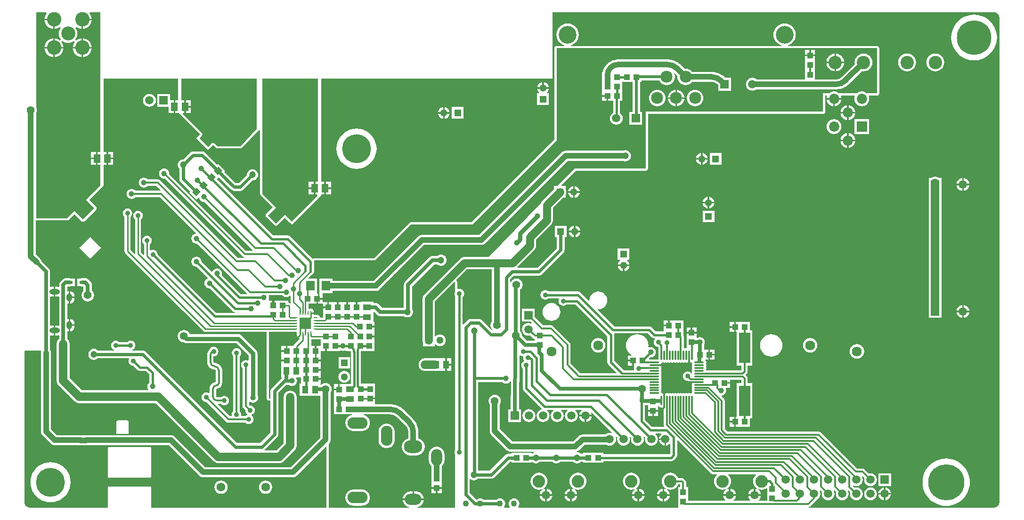
<source format=gbl>
G04*
G04 #@! TF.GenerationSoftware,Altium Limited,Altium Designer,19.1.8 (144)*
G04*
G04 Layer_Physical_Order=2*
G04 Layer_Color=16711680*
%FSLAX25Y25*%
%MOIN*%
G70*
G01*
G75*
%ADD11C,0.00945*%
%ADD12C,0.00984*%
%ADD17C,0.01181*%
%ADD23C,0.05906*%
%ADD116C,0.07284*%
%ADD117R,0.07284X0.07284*%
%ADD119C,0.01378*%
%ADD120C,0.01968*%
%ADD121C,0.02362*%
%ADD123C,0.02756*%
%ADD127R,0.03937X0.04331*%
%ADD128R,0.05118X0.05906*%
%ADD130R,0.04331X0.03937*%
G04:AMPARAMS|DCode=133|XSize=39.37mil|YSize=43.31mil|CornerRadius=0mil|HoleSize=0mil|Usage=FLASHONLY|Rotation=315.000|XOffset=0mil|YOffset=0mil|HoleType=Round|Shape=Rectangle|*
%AMROTATEDRECTD133*
4,1,4,-0.02923,-0.00139,0.00139,0.02923,0.02923,0.00139,-0.00139,-0.02923,-0.02923,-0.00139,0.0*
%
%ADD133ROTATEDRECTD133*%

%ADD148R,0.04488X0.05787*%
%ADD149R,0.05787X0.04488*%
%ADD161C,0.05906*%
%ADD182C,0.01500*%
%ADD183C,0.01575*%
%ADD184C,0.03150*%
%ADD185C,0.01260*%
%ADD186C,0.03937*%
%ADD191C,0.05512*%
%ADD193C,0.04331*%
%ADD194R,0.05118X0.05118*%
%ADD195C,0.05118*%
%ADD196R,0.05906X0.05906*%
%ADD197O,0.03937X0.05709*%
%ADD198O,0.07480X0.03740*%
%ADD199C,0.12598*%
%ADD200C,0.08500*%
%ADD201C,0.08858*%
%ADD202C,0.07028*%
%ADD203C,0.06201*%
%ADD204C,0.20472*%
%ADD205C,0.24410*%
%ADD206R,0.05118X0.05118*%
%ADD207C,0.10236*%
%ADD208C,0.09937*%
%ADD209R,0.05906X0.05906*%
%ADD210C,0.03937*%
%ADD211O,0.14173X0.08268*%
%ADD212O,0.08268X0.14173*%
%ADD213O,0.07874X0.11811*%
%ADD214O,0.12992X0.09055*%
%ADD215O,0.11811X0.07874*%
%ADD216C,0.25591*%
%ADD217C,0.09449*%
%ADD218C,0.05512*%
%ADD219C,0.03543*%
%ADD220C,0.04724*%
%ADD221C,0.01378*%
%ADD222R,0.06299X0.07087*%
%ADD223R,0.04370X0.02047*%
%ADD224O,0.01181X0.07087*%
%ADD225O,0.07087X0.01181*%
%ADD226R,0.07874X0.21654*%
%ADD227R,0.08268X0.08268*%
%ADD228O,0.03188X0.00942*%
%ADD229O,0.00942X0.03188*%
%ADD230R,0.00942X0.03188*%
%ADD231C,0.02559*%
G36*
X55020Y253543D02*
X53051D01*
Y249016D01*
Y244488D01*
X55020D01*
Y229921D01*
X44783Y219685D01*
X50689Y213779D01*
X42667Y205758D01*
X36614Y211811D01*
X31496Y206693D01*
X9547D01*
Y211811D01*
Y281554D01*
X9830Y282236D01*
X9978Y283366D01*
X9830Y284497D01*
X9547Y285178D01*
Y352658D01*
X16448D01*
X16921Y351658D01*
X16495Y351138D01*
X15873Y349975D01*
X15491Y348714D01*
X15419Y347992D01*
X22087D01*
Y347402D01*
X22677D01*
Y340735D01*
X23399Y340806D01*
X24660Y341188D01*
X25823Y341810D01*
X26199Y342119D01*
X26910Y341408D01*
X26620Y341054D01*
X26012Y339918D01*
X25638Y338684D01*
X25512Y337402D01*
X25638Y336119D01*
X26012Y334885D01*
X26620Y333749D01*
X26910Y333395D01*
X26199Y332684D01*
X25823Y332993D01*
X24660Y333615D01*
X23399Y333998D01*
X22677Y334069D01*
Y327992D01*
X28754D01*
X28683Y328714D01*
X28300Y329975D01*
X27678Y331138D01*
X27369Y331515D01*
X28080Y332225D01*
X28434Y331935D01*
X29570Y331327D01*
X30804Y330953D01*
X32087Y330827D01*
X33369Y330953D01*
X34603Y331327D01*
X35739Y331935D01*
X36093Y332225D01*
X36804Y331515D01*
X36495Y331138D01*
X35873Y329975D01*
X35491Y328714D01*
X35419Y327992D01*
X41496D01*
Y334069D01*
X40775Y333998D01*
X39513Y333615D01*
X38350Y332993D01*
X37974Y332684D01*
X37263Y333395D01*
X37554Y333749D01*
X38161Y334885D01*
X38535Y336119D01*
X38662Y337402D01*
X38535Y338684D01*
X38161Y339918D01*
X37554Y341054D01*
X37263Y341408D01*
X37974Y342119D01*
X38350Y341810D01*
X39513Y341188D01*
X40775Y340806D01*
X41496Y340735D01*
Y347402D01*
X42087D01*
Y347992D01*
X48754D01*
X48683Y348714D01*
X48300Y349975D01*
X47679Y351138D01*
X47252Y351658D01*
X47725Y352658D01*
X55020D01*
X55020Y253543D01*
D02*
G37*
G36*
X604528Y327067D02*
X604528Y295177D01*
X597221D01*
X596981Y295387D01*
X596413Y295767D01*
X595800Y296070D01*
X595152Y296290D01*
X594482Y296423D01*
X593799Y296468D01*
X593117Y296423D01*
X592446Y296290D01*
X591799Y296070D01*
X591185Y295767D01*
X590617Y295387D01*
X590377Y295177D01*
X577536D01*
X577296Y295387D01*
X576728Y295767D01*
X576115Y296070D01*
X575467Y296290D01*
X574796Y296423D01*
X574114Y296468D01*
X573432Y296423D01*
X572761Y296290D01*
X572114Y296070D01*
X571500Y295767D01*
X570932Y295387D01*
X570692Y295177D01*
X566339D01*
Y282087D01*
X440846D01*
Y241885D01*
X390581Y241885D01*
X378549Y229429D01*
X376083D01*
Y227299D01*
X367699Y218915D01*
X367325Y218489D01*
X367009Y218017D01*
X366758Y217507D01*
X366609Y217067D01*
X329979Y179143D01*
X312500D01*
X312500Y179143D01*
X311933Y179106D01*
X311377Y178995D01*
X310839Y178813D01*
X310330Y178562D01*
X309858Y178246D01*
X309431Y177872D01*
X309431Y177872D01*
X284234Y152675D01*
X283860Y152248D01*
X283545Y151776D01*
X283294Y151267D01*
X283111Y150730D01*
X283000Y150173D01*
X282963Y149606D01*
X282963Y149606D01*
Y120177D01*
X283000Y119611D01*
X283111Y119054D01*
X283169Y118882D01*
Y116043D01*
X286008D01*
X286180Y115985D01*
X286737Y115874D01*
X287303Y115837D01*
X287870Y115874D01*
X288426Y115985D01*
X288598Y116043D01*
X291437D01*
Y117434D01*
X291744Y117584D01*
X291937Y117602D01*
X292248Y117248D01*
X292655Y116891D01*
X293106Y116589D01*
X293592Y116350D01*
X294105Y116176D01*
X294636Y116070D01*
X295177Y116034D01*
X295718Y116070D01*
X296249Y116176D01*
X296762Y116350D01*
X297249Y116589D01*
X297699Y116891D01*
X298107Y117248D01*
X298464Y117655D01*
X298765Y118106D01*
X299005Y118592D01*
X299179Y119105D01*
X299285Y119636D01*
X299320Y120177D01*
X299285Y120718D01*
X299179Y121249D01*
X299005Y121763D01*
X298765Y122248D01*
X298464Y122699D01*
X298107Y123107D01*
X297699Y123464D01*
X297249Y123765D01*
X296762Y124004D01*
X296249Y124179D01*
X295718Y124285D01*
X295177Y124320D01*
X294636Y124285D01*
X294105Y124179D01*
X293592Y124004D01*
X293106Y123765D01*
X292655Y123464D01*
X292248Y123107D01*
X292143Y122987D01*
X291643Y123175D01*
Y147809D01*
X305444Y161609D01*
X305906Y161418D01*
Y154389D01*
X305863Y154285D01*
X305740Y153773D01*
X305698Y153248D01*
X305740Y152723D01*
X305863Y152211D01*
X305906Y152107D01*
X305906Y42127D01*
X305764Y41785D01*
X305641Y41273D01*
X305600Y40748D01*
X305641Y40223D01*
X305764Y39711D01*
X305906Y39370D01*
Y1673D01*
X279479Y1673D01*
X279436Y2173D01*
X279575Y2197D01*
X280170Y2368D01*
X280742Y2605D01*
X281284Y2905D01*
X281788Y3263D01*
X282250Y3675D01*
X282663Y4137D01*
X283021Y4642D01*
X283320Y5184D01*
X283557Y5756D01*
X283729Y6350D01*
X283832Y6961D01*
X283834Y6988D01*
X276378D01*
X268922D01*
X268924Y6961D01*
X269027Y6350D01*
X269199Y5756D01*
X269436Y5184D01*
X269735Y4642D01*
X270093Y4137D01*
X270506Y3675D01*
X270968Y3263D01*
X271472Y2905D01*
X272014Y2605D01*
X272586Y2368D01*
X273181Y2197D01*
X273320Y2173D01*
X273277Y1673D01*
X216535Y1673D01*
Y47040D01*
X216785Y47290D01*
X217147Y47714D01*
X217439Y48190D01*
X217652Y48705D01*
X217782Y49247D01*
X217826Y49803D01*
Y83154D01*
X218030Y83460D01*
X218281Y83969D01*
X218464Y84507D01*
X218575Y85063D01*
X218612Y85630D01*
X218575Y86196D01*
X218464Y86753D01*
X218281Y87291D01*
X218030Y87800D01*
X217715Y88272D01*
X217340Y88699D01*
X216914Y89073D01*
X216442Y89389D01*
X215932Y89640D01*
X215395Y89822D01*
X214838Y89933D01*
X214272Y89970D01*
X213705Y89933D01*
X213148Y89822D01*
X212611Y89640D01*
X212102Y89389D01*
X211630Y89073D01*
X211203Y88699D01*
X211169Y88660D01*
X210669Y88849D01*
Y89370D01*
X211024D01*
Y92323D01*
X207283D01*
Y93504D01*
X211024D01*
Y95768D01*
Y98721D01*
X207283D01*
Y99901D01*
X211024D01*
Y102362D01*
Y105315D01*
X207283D01*
Y106496D01*
X211024D01*
Y109055D01*
Y112000D01*
X211024Y112500D01*
X213976D01*
Y116240D01*
X215158D01*
Y112500D01*
X217618D01*
Y112500D01*
X224705D01*
Y112775D01*
X225205Y113013D01*
X225575Y112860D01*
X226117Y112730D01*
X226673Y112686D01*
X227229Y112730D01*
X227772Y112860D01*
X228142Y113013D01*
X228642Y112775D01*
Y112500D01*
X232080D01*
X232181Y112168D01*
X232216Y111814D01*
X232211Y111767D01*
Y89311D01*
X227224D01*
Y89075D01*
X224410D01*
Y85335D01*
X223819D01*
Y84744D01*
X220276D01*
Y81595D01*
Y74902D01*
X220276D01*
X220276Y74901D01*
Y67815D01*
X230570D01*
X230709Y67804D01*
X232841D01*
X232883Y67304D01*
X232783Y67287D01*
X232167Y67109D01*
X231574Y66864D01*
X231013Y66554D01*
X230490Y66183D01*
X230012Y65756D01*
X229585Y65277D01*
X229214Y64755D01*
X228904Y64193D01*
X228658Y63601D01*
X228481Y62985D01*
X228374Y62353D01*
X228338Y61713D01*
X228374Y61072D01*
X228481Y60440D01*
X228658Y59824D01*
X228904Y59232D01*
X229214Y58671D01*
X229585Y58148D01*
X230012Y57670D01*
X230490Y57242D01*
X231013Y56871D01*
X231574Y56561D01*
X232167Y56316D01*
X232783Y56138D01*
X233415Y56031D01*
X234055Y55995D01*
X239961D01*
X240601Y56031D01*
X241233Y56138D01*
X241849Y56316D01*
X242442Y56561D01*
X243003Y56871D01*
X243526Y57242D01*
X244004Y57670D01*
X244431Y58148D01*
X244802Y58671D01*
X245112Y59232D01*
X245357Y59824D01*
X245535Y60440D01*
X245642Y61072D01*
X245678Y61713D01*
X245642Y62353D01*
X245535Y62985D01*
X245357Y63601D01*
X245112Y64193D01*
X244802Y64755D01*
X244431Y65277D01*
X244004Y65756D01*
X243526Y66183D01*
X243003Y66554D01*
X242442Y66864D01*
X241849Y67109D01*
X241233Y67287D01*
X241132Y67304D01*
X241175Y67804D01*
X259444D01*
X259672Y67749D01*
X260228Y67706D01*
Y67706D01*
X260237Y67714D01*
X260951Y67674D01*
X261664Y67553D01*
X262360Y67353D01*
X263029Y67076D01*
X263662Y66725D01*
X264253Y66307D01*
X264741Y65870D01*
X264786Y65818D01*
X270942Y59662D01*
X270994Y59617D01*
X271429Y59130D01*
X271847Y58542D01*
X272196Y57910D01*
X272472Y57244D01*
X272672Y56550D01*
X272793Y55839D01*
X272805Y55611D01*
X272824Y55118D01*
X272824Y54628D01*
X272824Y54622D01*
Y50677D01*
X272391Y50553D01*
X271758Y50290D01*
X271158Y49959D01*
X270599Y49562D01*
X270088Y49105D01*
X269631Y48594D01*
X269234Y48035D01*
X268903Y47435D01*
X268640Y46802D01*
X268451Y46144D01*
X268336Y45468D01*
X268298Y44784D01*
X268336Y44099D01*
X268451Y43424D01*
X268640Y42765D01*
X268903Y42132D01*
X269234Y41532D01*
X269631Y40973D01*
X270088Y40462D01*
X270599Y40005D01*
X271158Y39608D01*
X271758Y39277D01*
X272391Y39015D01*
X273049Y38825D01*
X273725Y38710D01*
X274410Y38672D01*
X278346D01*
X279031Y38710D01*
X279707Y38825D01*
X280365Y39015D01*
X280998Y39277D01*
X281598Y39608D01*
X282157Y40005D01*
X282668Y40462D01*
X283125Y40973D01*
X283522Y41532D01*
X283853Y42132D01*
X284116Y42765D01*
X284305Y43424D01*
X284420Y44099D01*
X284458Y44784D01*
X284420Y45468D01*
X284305Y46144D01*
X284116Y46802D01*
X283853Y47435D01*
X283522Y48035D01*
X283125Y48594D01*
X282668Y49105D01*
X282157Y49562D01*
X281598Y49959D01*
X280998Y50290D01*
X280365Y50553D01*
X279932Y50677D01*
Y55118D01*
X279931Y55132D01*
X279890Y56180D01*
X279765Y57235D01*
X279558Y58277D01*
X279269Y59300D01*
X278902Y60297D01*
X278457Y61262D01*
X277937Y62190D01*
X277347Y63073D01*
X276689Y63908D01*
X275977Y64678D01*
X275968Y64688D01*
X269812Y70844D01*
X269802Y70853D01*
X269030Y71566D01*
X268195Y72225D01*
X267310Y72816D01*
X266381Y73336D01*
X265415Y73782D01*
X264416Y74150D01*
X263392Y74439D01*
X262348Y74647D01*
X261291Y74772D01*
X261168Y74777D01*
X260784Y74869D01*
X260228Y74913D01*
X249692D01*
X249409Y75295D01*
Y78445D01*
X245866D01*
Y79626D01*
X249409D01*
Y81988D01*
Y89468D01*
X242323D01*
Y89468D01*
X239246D01*
Y111864D01*
X239239Y111926D01*
X239277Y112402D01*
X248917D01*
Y119095D01*
Y122244D01*
X245374D01*
Y123425D01*
X248917D01*
Y126575D01*
X248917D01*
Y129232D01*
X245177D01*
Y130413D01*
X248917D01*
Y133366D01*
X248169D01*
Y140340D01*
X248669Y140548D01*
X250957Y138260D01*
X250957Y138260D01*
X251310Y137958D01*
X251707Y137715D01*
X252136Y137537D01*
X252588Y137429D01*
X253051Y137392D01*
X253051Y137392D01*
X269650D01*
X269842Y137224D01*
X270271Y136937D01*
X270734Y136709D01*
X271223Y136543D01*
X271729Y136443D01*
X272244Y136409D01*
X272759Y136443D01*
X273265Y136543D01*
X273754Y136709D01*
X274217Y136937D01*
X274646Y137224D01*
X275034Y137565D01*
X275374Y137952D01*
X275661Y138382D01*
X275889Y138845D01*
X276055Y139333D01*
X276156Y139839D01*
X276190Y140354D01*
X276156Y140869D01*
X276055Y141376D01*
X275889Y141864D01*
X275661Y142327D01*
X275646Y142350D01*
Y158367D01*
X291286Y174007D01*
X293371D01*
X293563Y173838D01*
X293992Y173552D01*
X294455Y173323D01*
X294943Y173158D01*
X295450Y173057D01*
X295965Y173023D01*
X296480Y173057D01*
X296986Y173158D01*
X297474Y173323D01*
X297937Y173552D01*
X298366Y173838D01*
X298754Y174179D01*
X299095Y174567D01*
X299381Y174996D01*
X299610Y175459D01*
X299776Y175947D01*
X299876Y176453D01*
X299910Y176969D01*
X299876Y177483D01*
X299776Y177990D01*
X299610Y178478D01*
X299381Y178941D01*
X299095Y179370D01*
X298754Y179758D01*
X298366Y180099D01*
X297937Y180385D01*
X297474Y180614D01*
X296986Y180780D01*
X296480Y180880D01*
X295965Y180914D01*
X295450Y180880D01*
X294943Y180780D01*
X294455Y180614D01*
X293992Y180385D01*
X293563Y180099D01*
X293371Y179930D01*
X290059D01*
X289596Y179894D01*
X289144Y179785D01*
X288714Y179608D01*
X288318Y179365D01*
X287965Y179063D01*
X287965Y179063D01*
X270590Y161688D01*
X270288Y161334D01*
X270045Y160938D01*
X269867Y160509D01*
X269759Y160057D01*
X269722Y159593D01*
X269722Y159593D01*
Y143379D01*
X269650Y143316D01*
X254278D01*
X251838Y145756D01*
X251485Y146058D01*
X251089Y146300D01*
X250659Y146478D01*
X250207Y146587D01*
X249744Y146623D01*
X249744Y146623D01*
X248169D01*
Y147480D01*
X239232D01*
Y147244D01*
X236811D01*
Y143504D01*
X235630D01*
Y147244D01*
X230118D01*
Y143504D01*
X228937D01*
Y147244D01*
X223425D01*
Y143504D01*
X222244D01*
Y147244D01*
X216732D01*
Y143504D01*
X216142D01*
Y142913D01*
X212598D01*
Y139764D01*
Y136191D01*
X210537D01*
X210506Y136503D01*
X210389Y136889D01*
X210199Y137244D01*
X209943Y137556D01*
X209632Y137812D01*
X209276Y138002D01*
X208891Y138119D01*
X208490Y138158D01*
X206557D01*
X206199Y138286D01*
X206071Y138644D01*
Y140577D01*
X206032Y140978D01*
X205915Y141363D01*
X205725Y141719D01*
X205469Y142030D01*
X205158Y142286D01*
X204802Y142476D01*
X204417Y142593D01*
X204016Y142632D01*
X203615Y142593D01*
X203229Y142476D01*
X203031Y142370D01*
X202834Y142476D01*
X202448Y142593D01*
X202136Y142623D01*
Y146063D01*
X207775D01*
Y149606D01*
X208366D01*
Y150197D01*
X212106D01*
Y153142D01*
X212106Y153150D01*
X212125Y153642D01*
X219193D01*
Y155206D01*
X250000D01*
X250556Y155249D01*
X251098Y155379D01*
X251614Y155593D01*
X252089Y155884D01*
X252513Y156247D01*
X284051Y187784D01*
X324705D01*
X325261Y187828D01*
X325803Y187958D01*
X326318Y188172D01*
X326794Y188463D01*
X327218Y188825D01*
X385724Y247332D01*
X424782D01*
X424966Y247241D01*
X425455Y247075D01*
X425961Y246974D01*
X426476Y246940D01*
X426991Y246974D01*
X427497Y247075D01*
X427986Y247241D01*
X428449Y247469D01*
X428878Y247756D01*
X429266Y248096D01*
X429606Y248484D01*
X429893Y248913D01*
X430122Y249376D01*
X430287Y249865D01*
X430388Y250371D01*
X430422Y250886D01*
X430388Y251401D01*
X430287Y251907D01*
X430122Y252396D01*
X429893Y252859D01*
X429606Y253288D01*
X429266Y253676D01*
X428878Y254016D01*
X428449Y254303D01*
X427986Y254531D01*
X427497Y254697D01*
X426991Y254798D01*
X426476Y254831D01*
X425961Y254798D01*
X425455Y254697D01*
X424966Y254531D01*
X424782Y254440D01*
X384252D01*
X383696Y254396D01*
X383154Y254266D01*
X382638Y254053D01*
X382163Y253761D01*
X381739Y253399D01*
X323233Y194893D01*
X282579D01*
X282023Y194849D01*
X281481Y194719D01*
X280965Y194506D01*
X280490Y194214D01*
X280065Y193852D01*
X248528Y162314D01*
X219193D01*
Y163878D01*
X209744D01*
Y153650D01*
X209744Y153642D01*
X209725Y153150D01*
X208188D01*
X208169Y153642D01*
X208169D01*
Y163878D01*
X202381D01*
X202190Y164340D01*
X204373Y166523D01*
X204648Y166606D01*
X205059Y166826D01*
X205419Y167121D01*
X205714Y167481D01*
X205933Y167891D01*
X206068Y168336D01*
X206114Y168799D01*
Y175886D01*
X206076Y176272D01*
X206167Y176512D01*
X206360Y176772D01*
X249311Y176772D01*
X274677Y202137D01*
X318180Y202137D01*
X377854Y261811D01*
X377854Y327067D01*
X604528Y327067D01*
D02*
G37*
G36*
X687513Y352658D02*
X688312Y352499D01*
X689064Y352187D01*
X689742Y351735D01*
X690317Y351159D01*
X690770Y350482D01*
X691081Y349729D01*
X691229Y348986D01*
X691240Y348524D01*
Y348523D01*
X691240D01*
X691240Y348523D01*
X691240Y5709D01*
X691240Y5311D01*
X691085Y4532D01*
X690781Y3797D01*
X690339Y3136D01*
X689777Y2574D01*
X689116Y2132D01*
X688382Y1828D01*
X687697Y1692D01*
X687205Y1673D01*
X687205Y1673D01*
X556306D01*
X556257Y2173D01*
X556849Y2291D01*
X557565Y2770D01*
X561561Y6766D01*
X561929Y7316D01*
X562283Y7463D01*
X563229Y8188D01*
X563955Y9134D01*
X564411Y10235D01*
X564567Y11417D01*
X564411Y12599D01*
X564003Y13585D01*
X564426Y13869D01*
X565620Y12675D01*
X565589Y12599D01*
X565433Y11417D01*
X565589Y10235D01*
X566045Y9134D01*
X566771Y8188D01*
X567717Y7463D01*
X568818Y7006D01*
X570000Y6851D01*
X571182Y7006D01*
X572283Y7463D01*
X573229Y8188D01*
X573955Y9134D01*
X574411Y10235D01*
X574567Y11417D01*
X574411Y12599D01*
X574003Y13585D01*
X574426Y13869D01*
X575620Y12675D01*
X575589Y12599D01*
X575433Y11417D01*
X575589Y10235D01*
X576045Y9134D01*
X576771Y8188D01*
X577717Y7463D01*
X578818Y7006D01*
X580000Y6851D01*
X581182Y7006D01*
X582283Y7463D01*
X583229Y8188D01*
X583955Y9134D01*
X584411Y10235D01*
X584567Y11417D01*
X584411Y12599D01*
X584002Y13585D01*
X584426Y13869D01*
X585620Y12675D01*
X585589Y12599D01*
X585433Y11417D01*
X585589Y10235D01*
X586045Y9134D01*
X586771Y8188D01*
X587717Y7463D01*
X588818Y7006D01*
X590000Y6851D01*
X591182Y7006D01*
X592283Y7463D01*
X593229Y8188D01*
X593955Y9134D01*
X594411Y10235D01*
X594567Y11417D01*
X594411Y12599D01*
X593955Y13701D01*
X593229Y14646D01*
X592283Y15372D01*
X591182Y15828D01*
X590000Y15984D01*
X588818Y15828D01*
X588742Y15797D01*
X587549Y16991D01*
X587832Y17415D01*
X588818Y17006D01*
X590000Y16851D01*
X591182Y17006D01*
X592283Y17462D01*
X593229Y18188D01*
X593955Y19134D01*
X594411Y20235D01*
X594567Y21417D01*
X594411Y22599D01*
X594002Y23585D01*
X594426Y23869D01*
X595620Y22675D01*
X595589Y22599D01*
X595433Y21417D01*
X595589Y20235D01*
X596045Y19134D01*
X596771Y18188D01*
X597717Y17462D01*
X598818Y17006D01*
X600000Y16851D01*
X601182Y17006D01*
X602283Y17462D01*
X603229Y18188D01*
X603955Y19134D01*
X604411Y20235D01*
X604567Y21417D01*
X604411Y22599D01*
X603955Y23701D01*
X603229Y24646D01*
X602283Y25372D01*
X601182Y25828D01*
X600000Y25984D01*
X598818Y25828D01*
X598742Y25797D01*
X595912Y28628D01*
X595195Y29107D01*
X594350Y29275D01*
X590580D01*
X564947Y54908D01*
X564231Y55386D01*
X563386Y55554D01*
X498651D01*
X496794Y57411D01*
Y77362D01*
X496626Y78207D01*
X496148Y78923D01*
X494554Y80516D01*
X494734Y81044D01*
X495118Y81095D01*
X495980Y81452D01*
X496720Y82020D01*
X497288Y82760D01*
X497645Y83622D01*
X497767Y84547D01*
X497645Y85472D01*
X497420Y86015D01*
X497754Y86515D01*
X500492D01*
Y89468D01*
X496752D01*
Y90649D01*
X500492D01*
Y92378D01*
X508619D01*
Y89763D01*
X505315D01*
Y66043D01*
X504724D01*
Y62500D01*
Y58956D01*
X514567D01*
Y64960D01*
X516338D01*
Y89763D01*
X513035D01*
Y93307D01*
X512866Y94152D01*
X512388Y94868D01*
X511587Y95669D01*
X512388Y96470D01*
X512866Y97186D01*
X513035Y98031D01*
Y102362D01*
X516338D01*
Y127165D01*
X514567D01*
Y133169D01*
X504724D01*
Y129626D01*
Y126082D01*
X505315D01*
Y102362D01*
X508619D01*
Y98946D01*
X508436Y98763D01*
X496161D01*
X496160Y98762D01*
X483853D01*
X483733Y99368D01*
X483639Y99507D01*
X483733Y99647D01*
X483900Y100491D01*
X483733Y101336D01*
X483639Y101476D01*
X483733Y101615D01*
X483900Y102460D01*
X483733Y103305D01*
X483639Y103444D01*
X483733Y103584D01*
X483900Y104428D01*
X483733Y105273D01*
X483254Y105990D01*
X483245Y105996D01*
X483396Y106496D01*
X485236D01*
Y110039D01*
Y113582D01*
X482112D01*
Y116958D01*
X482229Y117111D01*
X482586Y117973D01*
X482708Y118898D01*
X482586Y119823D01*
X482229Y120685D01*
X481661Y121425D01*
X480921Y121993D01*
X480059Y122350D01*
X479134Y122471D01*
X478209Y122350D01*
X477347Y121993D01*
X476870Y122237D01*
Y124901D01*
X469783D01*
Y121752D01*
Y115197D01*
X469744Y115004D01*
X469509Y114672D01*
X468840Y114539D01*
X468701Y114446D01*
X468561Y114539D01*
X467956Y114660D01*
Y122244D01*
X467788Y123089D01*
X467716Y123196D01*
Y127165D01*
Y134252D01*
X457874D01*
Y130709D01*
X457283D01*
Y130118D01*
X453543D01*
Y126424D01*
X447947D01*
X445109Y129262D01*
X444327Y129784D01*
X443405Y129967D01*
X418714D01*
X406904Y141778D01*
X407117Y142230D01*
X407283Y142214D01*
X408514Y142335D01*
X409698Y142694D01*
X410789Y143277D01*
X411745Y144062D01*
X412530Y145018D01*
X413113Y146109D01*
X413472Y147293D01*
X413593Y148524D01*
X413472Y149755D01*
X413113Y150938D01*
X412530Y152029D01*
X411745Y152985D01*
X410789Y153770D01*
X409698Y154353D01*
X408514Y154712D01*
X407283Y154833D01*
X406052Y154712D01*
X404869Y154353D01*
X403778Y153770D01*
X402822Y152985D01*
X402037Y152029D01*
X401454Y150938D01*
X401095Y149755D01*
X400974Y148524D01*
X400990Y148357D01*
X400538Y148144D01*
X394616Y154065D01*
X393835Y154587D01*
X392913Y154771D01*
X372142D01*
X371471Y155285D01*
X370657Y155622D01*
X369783Y155737D01*
X368910Y155622D01*
X368096Y155285D01*
X367397Y154749D01*
X366860Y154050D01*
X366523Y153236D01*
X366408Y152362D01*
X366523Y151489D01*
X366860Y150674D01*
X367397Y149976D01*
X368096Y149439D01*
X368910Y149102D01*
X369783Y148987D01*
X370657Y149102D01*
X371471Y149439D01*
X372142Y149954D01*
X379237D01*
X379546Y149454D01*
X379318Y148905D01*
X379203Y148031D01*
X379318Y147158D01*
X379656Y146344D01*
X380192Y145645D01*
X380891Y145108D01*
X381705Y144771D01*
X382579Y144656D01*
X383452Y144771D01*
X384266Y145108D01*
X384937Y145623D01*
X391128D01*
X413733Y123018D01*
Y104724D01*
X413917Y103803D01*
X414439Y103021D01*
X420204Y97256D01*
X420013Y96794D01*
X394517D01*
X387641Y103670D01*
Y116929D01*
X387473Y117774D01*
X386994Y118490D01*
X375380Y130104D01*
X374664Y130583D01*
X373819Y130751D01*
X368218D01*
X362402Y136567D01*
Y142500D01*
X353346D01*
Y133445D01*
X359279D01*
X360325Y132399D01*
X360042Y131975D01*
X359056Y132384D01*
X357874Y132539D01*
X356692Y132384D01*
X355591Y131927D01*
X354645Y131202D01*
X353919Y130256D01*
X353463Y129154D01*
X353307Y127972D01*
X353463Y126790D01*
X353919Y125689D01*
X354645Y124743D01*
X355591Y124018D01*
X356692Y123561D01*
X357874Y123406D01*
X359056Y123561D01*
X359132Y123593D01*
X360860Y121864D01*
X361576Y121386D01*
X362303Y121241D01*
Y119809D01*
X356844D01*
X353366Y123287D01*
X353384Y123425D01*
X353235Y124556D01*
X352799Y125609D01*
X352104Y126514D01*
X351994Y126599D01*
Y156072D01*
X352498Y156459D01*
X353192Y157363D01*
X353629Y158417D01*
X353778Y159547D01*
X353629Y160678D01*
X353192Y161731D01*
X352498Y162636D01*
X351593Y163330D01*
X350540Y163767D01*
X349410Y163915D01*
X348279Y163767D01*
X347225Y163330D01*
X346321Y162636D01*
X345627Y161731D01*
X345406Y161198D01*
X344906Y161297D01*
Y163416D01*
X347510Y166019D01*
X365354D01*
X366074Y166114D01*
X366744Y166392D01*
X367320Y166834D01*
X382674Y182188D01*
X383116Y182764D01*
X383394Y183434D01*
X383488Y184153D01*
Y193110D01*
X384842D01*
Y201378D01*
X376575D01*
Y193110D01*
X377929D01*
Y185305D01*
X364203Y171579D01*
X350215D01*
X350008Y172079D01*
X362045Y184116D01*
X362740Y185021D01*
X363176Y186074D01*
X363325Y187205D01*
Y191498D01*
X373856Y202029D01*
X374551Y202934D01*
X374987Y203988D01*
X375136Y205118D01*
Y214037D01*
X382260Y221161D01*
X384350D01*
Y223959D01*
X384436Y224165D01*
X384585Y225295D01*
X384436Y226426D01*
X384350Y226632D01*
Y229429D01*
X381553D01*
X381499Y229452D01*
X381310Y229977D01*
X391262Y240280D01*
X440846Y240280D01*
X441461Y240402D01*
X441982Y240750D01*
X442330Y241271D01*
X442452Y241885D01*
Y280481D01*
X566339D01*
X566953Y280603D01*
X567474Y280951D01*
X567822Y281472D01*
X567944Y282087D01*
Y293571D01*
X568984D01*
X569261Y293156D01*
X569032Y292602D01*
X568930Y291831D01*
X574114D01*
X579298D01*
X579196Y292602D01*
X578967Y293156D01*
X579245Y293571D01*
X588668D01*
X588946Y293156D01*
X588717Y292602D01*
X588538Y291240D01*
X588717Y289878D01*
X589243Y288609D01*
X590079Y287520D01*
X591168Y286683D01*
X592437Y286158D01*
X593799Y285979D01*
X595161Y286158D01*
X596430Y286683D01*
X597520Y287520D01*
X598356Y288609D01*
X598881Y289878D01*
X599061Y291240D01*
X598881Y292602D01*
X598652Y293156D01*
X598930Y293571D01*
X604528D01*
X605142Y293694D01*
X605663Y294042D01*
X606011Y294563D01*
X606133Y295177D01*
X606133Y327067D01*
X606011Y327681D01*
X605663Y328202D01*
X605142Y328550D01*
X604528Y328673D01*
X541581Y328673D01*
X541507Y329173D01*
X542201Y329383D01*
X543569Y330114D01*
X544768Y331098D01*
X545752Y332297D01*
X546483Y333665D01*
X546933Y335149D01*
X547085Y336693D01*
X546933Y338236D01*
X546483Y339721D01*
X545752Y341089D01*
X544768Y342288D01*
X543569Y343272D01*
X542201Y344003D01*
X540717Y344453D01*
X539173Y344605D01*
X537630Y344453D01*
X536145Y344003D01*
X534777Y343272D01*
X533578Y342288D01*
X532595Y341089D01*
X531863Y339721D01*
X531413Y338236D01*
X531261Y336693D01*
X531413Y335149D01*
X531863Y333665D01*
X532595Y332297D01*
X533578Y331098D01*
X534777Y330114D01*
X536145Y329383D01*
X536839Y329173D01*
X536765Y328673D01*
X388038Y328673D01*
X387964Y329173D01*
X388658Y329383D01*
X390026Y330114D01*
X391225Y331098D01*
X392209Y332297D01*
X392940Y333665D01*
X393390Y335149D01*
X393542Y336693D01*
X393390Y338236D01*
X392940Y339721D01*
X392209Y341089D01*
X391225Y342288D01*
X390026Y343272D01*
X388658Y344003D01*
X387174Y344453D01*
X385630Y344605D01*
X384086Y344453D01*
X382602Y344003D01*
X381234Y343272D01*
X380035Y342288D01*
X379051Y341089D01*
X378320Y339721D01*
X377870Y338236D01*
X377718Y336693D01*
X377870Y335149D01*
X378320Y333665D01*
X379051Y332297D01*
X380035Y331098D01*
X381234Y330114D01*
X382602Y329383D01*
X383296Y329173D01*
X383222Y328673D01*
X377854D01*
X377240Y328550D01*
X376719Y328202D01*
X376371Y327681D01*
X376249Y327067D01*
X376249Y262476D01*
X317515Y203743D01*
X274677Y203743D01*
X274062Y203621D01*
X273541Y203273D01*
X273541Y203273D01*
X248646Y178377D01*
X206360Y178377D01*
X206243Y178354D01*
X206124Y178360D01*
X205939Y178294D01*
X205745Y178255D01*
X205646Y178189D01*
X205534Y178149D01*
X205388Y178016D01*
X205224Y177907D01*
X205134Y177898D01*
X189274Y193758D01*
X188492Y194281D01*
X187571Y194464D01*
X177094D01*
X137300Y234258D01*
X138733Y235691D01*
X147550Y226873D01*
X148126Y226431D01*
X148797Y226154D01*
X149516Y226059D01*
X154035D01*
X154755Y226154D01*
X155425Y226431D01*
X156001Y226873D01*
X162563Y233435D01*
X162598Y233431D01*
X163626Y233566D01*
X164584Y233963D01*
X165406Y234594D01*
X166037Y235416D01*
X166434Y236374D01*
X166569Y237402D01*
X166434Y238429D01*
X166037Y239387D01*
X165406Y240210D01*
X164584Y240841D01*
X163626Y241237D01*
X162598Y241372D01*
X161571Y241237D01*
X160613Y240841D01*
X159791Y240210D01*
X159160Y239387D01*
X158763Y238429D01*
X158627Y237402D01*
X158632Y237366D01*
X152884Y231618D01*
X150668D01*
X142664Y239622D01*
X143343Y240301D01*
X138332Y245312D01*
X137653Y244633D01*
X129041Y253245D01*
X128465Y253687D01*
X127795Y253964D01*
X127075Y254059D01*
X120553D01*
X119833Y253964D01*
X119163Y253687D01*
X118587Y253245D01*
X113709Y248367D01*
X113673Y248371D01*
X112646Y248236D01*
X111688Y247839D01*
X110866Y247208D01*
X110234Y246386D01*
X109838Y245428D01*
X109703Y244400D01*
X109838Y243373D01*
X110234Y242415D01*
X110866Y241593D01*
X110894Y241571D01*
Y234448D01*
X110988Y233729D01*
X111266Y233058D01*
X111708Y232483D01*
X118556Y225634D01*
X117877Y224955D01*
X122888Y219944D01*
X124319Y221375D01*
X124846Y221195D01*
X124894Y220831D01*
X125251Y219969D01*
X125819Y219229D01*
X126559Y218661D01*
X127421Y218304D01*
X128347Y218182D01*
X128695Y218228D01*
X162876Y184047D01*
X162727Y183547D01*
X158018D01*
X103539Y238025D01*
X103574Y238287D01*
X103452Y239212D01*
X103095Y240074D01*
X102527Y240814D01*
X101787Y241383D01*
X100925Y241740D01*
X100000Y241861D01*
X99075Y241740D01*
X98213Y241383D01*
X97473Y240814D01*
X96905Y240074D01*
X96548Y239212D01*
X96426Y238287D01*
X96548Y237362D01*
X96905Y236501D01*
X97473Y235760D01*
X98213Y235192D01*
X99075Y234835D01*
X100000Y234714D01*
X100436Y234771D01*
X155497Y179710D01*
X156226Y179222D01*
X156712Y179126D01*
X156662Y178626D01*
X152112D01*
X97207Y233531D01*
X96478Y234019D01*
X95617Y234190D01*
X88462D01*
X88248Y234469D01*
X87508Y235037D01*
X86646Y235394D01*
X85721Y235516D01*
X84796Y235394D01*
X83934Y235037D01*
X83194Y234469D01*
X82626Y233729D01*
X82269Y232867D01*
X82147Y231942D01*
X82269Y231017D01*
X82626Y230155D01*
X83194Y229415D01*
X83934Y228847D01*
X84796Y228490D01*
X85721Y228368D01*
X86646Y228490D01*
X87508Y228847D01*
X88248Y229415D01*
X88462Y229694D01*
X94686D01*
X97704Y226676D01*
X97497Y226176D01*
X79801D01*
X79586Y226455D01*
X78846Y227023D01*
X77984Y227380D01*
X77059Y227502D01*
X76134Y227380D01*
X75272Y227023D01*
X74532Y226455D01*
X73964Y225715D01*
X73607Y224853D01*
X73485Y223928D01*
X73607Y223003D01*
X73964Y222141D01*
X74532Y221401D01*
X75272Y220833D01*
X76134Y220476D01*
X77059Y220354D01*
X77984Y220476D01*
X78846Y220833D01*
X79586Y221401D01*
X79801Y221680D01*
X96991D01*
X122480Y196191D01*
X122320Y195718D01*
X122008Y195677D01*
X121146Y195319D01*
X120406Y194752D01*
X119838Y194011D01*
X119481Y193149D01*
X119359Y192224D01*
X119481Y191299D01*
X119838Y190437D01*
X120406Y189697D01*
X121146Y189129D01*
X122008Y188772D01*
X122933Y188651D01*
X123369Y188708D01*
X158616Y153461D01*
X158425Y152999D01*
X154246D01*
X140864Y166381D01*
X140952Y166595D01*
X141074Y167520D01*
X140952Y168445D01*
X140595Y169307D01*
X140027Y170047D01*
X139287Y170615D01*
X138425Y170972D01*
X137500Y171094D01*
X136575Y170972D01*
X135713Y170615D01*
X134973Y170047D01*
X134405Y169307D01*
X134177Y168755D01*
X133587Y168638D01*
X126487Y175738D01*
X126507Y175886D01*
X126385Y176811D01*
X126028Y177673D01*
X125460Y178413D01*
X124720Y178981D01*
X123858Y179338D01*
X122933Y179460D01*
X122008Y179338D01*
X121146Y178981D01*
X120406Y178413D01*
X119838Y177673D01*
X119481Y176811D01*
X119359Y175886D01*
X119481Y174961D01*
X119838Y174099D01*
X120406Y173359D01*
X121146Y172791D01*
X122008Y172434D01*
X122933Y172312D01*
X123081Y172332D01*
X130927Y164485D01*
X130810Y163896D01*
X130398Y163725D01*
X129658Y163157D01*
X129090Y162417D01*
X128733Y161555D01*
X128611Y160630D01*
X128733Y159705D01*
X129090Y158843D01*
X129658Y158103D01*
X130398Y157535D01*
X131260Y157178D01*
X132185Y157056D01*
X132333Y157076D01*
X148592Y140817D01*
X149374Y140295D01*
X150295Y140111D01*
X150290Y139613D01*
X136913D01*
X95487Y181039D01*
X95377Y181878D01*
X95040Y182692D01*
X94503Y183391D01*
X93804Y183927D01*
X92990Y184264D01*
X92116Y184379D01*
X91243Y184264D01*
X90491Y183953D01*
X89991Y184143D01*
X89991Y184143D01*
Y188329D01*
X90291Y188558D01*
X90827Y189257D01*
X91164Y190071D01*
X91279Y190945D01*
X91164Y191818D01*
X90827Y192632D01*
X90291Y193332D01*
X89592Y193868D01*
X88778Y194205D01*
X87904Y194320D01*
X87030Y194205D01*
X86216Y193868D01*
X85517Y193332D01*
X84981Y192632D01*
X84644Y191818D01*
X84529Y190945D01*
X84644Y190071D01*
X84981Y189257D01*
X85517Y188558D01*
X85817Y188329D01*
Y180879D01*
X85355Y180688D01*
X83604Y182438D01*
Y205957D01*
X83904Y206187D01*
X84440Y206886D01*
X84777Y207700D01*
X84892Y208574D01*
X84777Y209447D01*
X84440Y210261D01*
X83904Y210960D01*
X83205Y211497D01*
X82390Y211834D01*
X81517Y211949D01*
X80643Y211834D01*
X79829Y211497D01*
X79130Y210960D01*
X78594Y210261D01*
X78257Y209447D01*
X78142Y208574D01*
X78257Y207700D01*
X78594Y206886D01*
X79130Y206187D01*
X79430Y205957D01*
Y181710D01*
X78980Y181453D01*
X76244Y184188D01*
Y207532D01*
X76543Y207762D01*
X77080Y208461D01*
X77417Y209275D01*
X77532Y210148D01*
X77417Y211022D01*
X77080Y211836D01*
X76543Y212535D01*
X75844Y213071D01*
X75030Y213409D01*
X74156Y213524D01*
X73283Y213409D01*
X72469Y213071D01*
X71770Y212535D01*
X71233Y211836D01*
X70896Y211022D01*
X70781Y210148D01*
X70896Y209275D01*
X71233Y208461D01*
X71770Y207762D01*
X72069Y207532D01*
Y183324D01*
X72228Y182525D01*
X72681Y181848D01*
X113632Y140896D01*
X127776Y126752D01*
X128453Y126300D01*
X129252Y126141D01*
X172705D01*
X172705Y79035D01*
X172828Y78421D01*
X173176Y77900D01*
X173697Y77552D01*
X174311Y77430D01*
X175318D01*
Y54839D01*
X167943Y47465D01*
X151644D01*
X86906Y112202D01*
X86331Y112644D01*
X85660Y112921D01*
X84941Y113016D01*
X77695D01*
X77595Y113516D01*
X78066Y113711D01*
X78765Y114247D01*
X79301Y114946D01*
X79638Y115760D01*
X79753Y116634D01*
X79638Y117508D01*
X79301Y118322D01*
X78765Y119021D01*
X78066Y119557D01*
X77252Y119894D01*
X76378Y120009D01*
X75504Y119894D01*
X74690Y119557D01*
X74020Y119042D01*
X68205D01*
X67534Y119557D01*
X66720Y119894D01*
X65847Y120009D01*
X64973Y119894D01*
X64159Y119557D01*
X63460Y119021D01*
X62923Y118322D01*
X62586Y117508D01*
X62471Y116634D01*
X62586Y115760D01*
X62923Y114946D01*
X63460Y114247D01*
X64159Y113711D01*
X64629Y113516D01*
X64530Y113016D01*
X53223D01*
X53202Y113044D01*
X52379Y113675D01*
X51421Y114072D01*
X50394Y114207D01*
X49366Y114072D01*
X48408Y113675D01*
X47586Y113044D01*
X46955Y112222D01*
X46558Y111264D01*
X46423Y110236D01*
X46558Y109209D01*
X46955Y108251D01*
X47586Y107428D01*
X48408Y106797D01*
X49366Y106401D01*
X50394Y106265D01*
X51421Y106401D01*
X52379Y106797D01*
X53202Y107428D01*
X53223Y107457D01*
X74929D01*
X75224Y106957D01*
X74988Y106385D01*
X74873Y105512D01*
X74988Y104638D01*
X75325Y103824D01*
X75861Y103125D01*
X76560Y102589D01*
X77374Y102252D01*
X78213Y102141D01*
X81072Y99281D01*
X81854Y98759D01*
X82776Y98576D01*
X86994D01*
X89422Y96148D01*
Y90020D01*
X89304Y89929D01*
X88736Y89188D01*
X88379Y88327D01*
X88257Y87402D01*
X88379Y86477D01*
X88736Y85615D01*
X88990Y85283D01*
X88743Y84783D01*
X41951Y84783D01*
X33208Y93525D01*
Y117618D01*
X33053Y118800D01*
X32596Y119901D01*
X31871Y120847D01*
X31521Y121116D01*
Y126475D01*
X31936Y126753D01*
X32146Y126666D01*
X32480Y126622D01*
Y131004D01*
Y135386D01*
X32146Y135342D01*
X31936Y135255D01*
X31521Y135533D01*
Y146160D01*
X31936Y146438D01*
X32146Y146351D01*
X32480Y146307D01*
Y150689D01*
Y155071D01*
X32146Y155027D01*
X31936Y154940D01*
X31521Y155218D01*
Y158342D01*
X33110D01*
X33855Y158440D01*
X34296Y158622D01*
X36870D01*
Y163819D01*
X34296D01*
X33855Y164001D01*
X33110Y164099D01*
X30315D01*
X29570Y164001D01*
X28875Y163714D01*
X28279Y163256D01*
X26606Y161583D01*
X26149Y160987D01*
X25861Y160292D01*
X25763Y159547D01*
Y158203D01*
X25347Y157926D01*
X25210Y157982D01*
X24311Y158101D01*
X23031D01*
Y154626D01*
Y151151D01*
X24311D01*
X25210Y151270D01*
X25347Y151327D01*
X25763Y151049D01*
Y130644D01*
X25347Y130367D01*
X25210Y130423D01*
X24311Y130542D01*
X23031D01*
Y127067D01*
Y123592D01*
X24311D01*
X25210Y123711D01*
X25347Y123767D01*
X25763Y123490D01*
Y121116D01*
X25413Y120847D01*
X24687Y119901D01*
X24231Y118800D01*
X24075Y117618D01*
Y91634D01*
X24231Y90452D01*
X24687Y89351D01*
X25413Y88405D01*
X36830Y76987D01*
X37776Y76262D01*
X38877Y75805D01*
X40059Y75650D01*
X93975Y75650D01*
X135157Y34468D01*
X136102Y33742D01*
X137204Y33286D01*
X138386Y33130D01*
X181496D01*
X182678Y33286D01*
X183779Y33742D01*
X184725Y34468D01*
X192501Y42243D01*
X193227Y43189D01*
X193683Y44291D01*
X193838Y45472D01*
Y79921D01*
X193683Y81103D01*
X193227Y82205D01*
X192501Y83150D01*
X191555Y83876D01*
X190454Y84332D01*
X189272Y84488D01*
X188090Y84332D01*
X186988Y83876D01*
X186043Y83150D01*
X185317Y82205D01*
X184861Y81103D01*
X184705Y79921D01*
Y47364D01*
X179604Y42263D01*
X171287D01*
X171126Y42587D01*
X171104Y42764D01*
X180063Y51722D01*
X180505Y52298D01*
X180782Y52969D01*
X180877Y53688D01*
Y83147D01*
X186388Y88657D01*
X188353D01*
X188764Y88342D01*
X189626Y87985D01*
X190551Y87863D01*
X191476Y87985D01*
X192338Y88342D01*
X193078Y88910D01*
X193646Y89650D01*
X194003Y90512D01*
X194125Y91437D01*
X194003Y92362D01*
X193646Y93224D01*
X193428Y93508D01*
X193649Y93957D01*
X196850D01*
Y89705D01*
X196024D01*
Y80768D01*
X210669D01*
X210698Y80279D01*
Y51284D01*
X189760Y30345D01*
X129039D01*
X107448Y51937D01*
X106708Y52504D01*
X105846Y52861D01*
X104921Y52983D01*
X44870D01*
X44123Y52885D01*
X41507D01*
X40760Y52983D01*
X24217D01*
X20011Y57189D01*
Y111319D01*
X19889Y112244D01*
X19532Y113106D01*
X19415Y113258D01*
Y123325D01*
X19915Y123679D01*
X20571Y123592D01*
X21850D01*
Y127067D01*
Y130542D01*
X20571D01*
X19915Y130455D01*
X19415Y130809D01*
Y150884D01*
X19915Y151238D01*
X20571Y151151D01*
X21850D01*
Y154626D01*
Y158101D01*
X20571D01*
X19915Y158014D01*
X19415Y158368D01*
Y168898D01*
X19415Y168898D01*
X19314Y169668D01*
X19016Y170387D01*
X18543Y171004D01*
X18543Y171004D01*
X13320Y176227D01*
X13295Y176417D01*
X12938Y177279D01*
X12370Y178019D01*
X9184Y181205D01*
Y204789D01*
X9547Y205087D01*
X31496D01*
X31496Y205087D01*
X32111Y205209D01*
X32631Y205557D01*
X36614Y209540D01*
X41532Y204623D01*
X42053Y204275D01*
X42667Y204152D01*
X42857Y204190D01*
X42864Y204183D01*
X42875Y204193D01*
X43282Y204275D01*
X43803Y204623D01*
X51824Y212644D01*
X52172Y213165D01*
X52253Y213572D01*
X52264Y213583D01*
X52257Y213590D01*
X52295Y213779D01*
X52172Y214394D01*
X51824Y214915D01*
X47149Y219590D01*
X57382Y229823D01*
X57382Y244488D01*
X59350D01*
Y249016D01*
Y253543D01*
X57382D01*
X57382Y305709D01*
X109941Y305709D01*
X109941Y290158D01*
X107973D01*
Y285630D01*
Y281102D01*
X110630D01*
X125591Y266142D01*
X122785Y263337D01*
X131102Y255020D01*
X134566Y258484D01*
X137358Y256102D01*
X154934Y256102D01*
X166993Y268799D01*
X168079D01*
X168079Y223917D01*
X168202Y223303D01*
X168550Y222782D01*
X168550Y222782D01*
X176962Y214370D01*
X172388Y209797D01*
X172040Y209276D01*
X171918Y208661D01*
X172040Y208047D01*
X172388Y207526D01*
X172388Y207526D01*
X178146Y201768D01*
X178667Y201420D01*
X179281Y201298D01*
X179896Y201420D01*
X180417Y201768D01*
X185604Y206955D01*
X189390Y203169D01*
X189911Y202821D01*
X190013Y202801D01*
X190698Y202115D01*
X211417Y222835D01*
Y223425D01*
X213386D01*
Y227953D01*
Y232480D01*
X211417D01*
X211417Y305355D01*
X211771Y305708D01*
X375000Y305610D01*
X375000Y352657D01*
X687106Y352658D01*
X687513Y352658D01*
D02*
G37*
G36*
X165748Y305709D02*
Y278346D01*
X165748Y269820D01*
X154244Y257708D01*
X137950Y257708D01*
X135609Y259705D01*
X135390Y259828D01*
X135181Y259967D01*
X135118Y259980D01*
X135062Y260011D01*
X134813Y260040D01*
X134566Y260089D01*
X134503Y260077D01*
X134440Y260084D01*
X134198Y260016D01*
X133952Y259967D01*
X133899Y259931D01*
X133837Y259914D01*
X133640Y259759D01*
X133431Y259619D01*
X131102Y257290D01*
X125056Y263337D01*
X126726Y265006D01*
X126726Y265006D01*
X127074Y265527D01*
X127196Y266142D01*
X127074Y266756D01*
X126726Y267277D01*
X113363Y280641D01*
X113554Y281102D01*
X114272D01*
Y285630D01*
X114862D01*
D01*
X114272D01*
Y290158D01*
X112303D01*
Y305709D01*
X139370Y305709D01*
X165748Y305709D01*
D02*
G37*
G36*
X209055Y232480D02*
X207087D01*
Y227953D01*
Y223425D01*
X208231D01*
X208646Y222425D01*
X198721Y212500D01*
X190525Y204305D01*
X185604Y209226D01*
X179281Y202904D01*
X173524Y208661D01*
X179232Y214370D01*
X169685Y223917D01*
X169685Y305709D01*
X209055Y305709D01*
X209055Y232480D01*
D02*
G37*
G36*
X184002Y151818D02*
X184427Y151455D01*
X184902Y151164D01*
X185417Y150950D01*
X185960Y150820D01*
X186516Y150776D01*
X187072Y150820D01*
X187614Y150950D01*
X188129Y151164D01*
X188605Y151455D01*
X189029Y151818D01*
X189057Y151850D01*
X189557Y151666D01*
Y147343D01*
X189597Y146937D01*
X189690Y146632D01*
X189663Y146604D01*
X189264Y146351D01*
X188949Y146609D01*
X188590Y146801D01*
X188200Y146919D01*
X187795Y146959D01*
Y148327D01*
X177953D01*
Y144783D01*
X176772D01*
Y148327D01*
X174311D01*
Y152115D01*
X183748D01*
X184002Y151818D01*
D02*
G37*
G36*
X331859Y133362D02*
X331650Y133090D01*
X331214Y132036D01*
X331065Y130905D01*
X331214Y129775D01*
X331650Y128721D01*
X332282Y127898D01*
X332232Y127571D01*
X332132Y127350D01*
X332020Y127324D01*
X324899Y134446D01*
X324323Y134888D01*
X323653Y135165D01*
X322933Y135260D01*
X316929D01*
X316210Y135165D01*
X315539Y134888D01*
X314964Y134446D01*
X311914Y131397D01*
X311414Y131604D01*
Y150840D01*
X311442Y150861D01*
X311978Y151560D01*
X312315Y152374D01*
X312431Y153248D01*
X312315Y154122D01*
X311978Y154936D01*
X311442Y155635D01*
X310743Y156171D01*
X309929Y156508D01*
X309055Y156623D01*
X308182Y156508D01*
X307927Y156403D01*
X307511Y156681D01*
Y161418D01*
X307511Y161418D01*
X307389Y162032D01*
X307041Y162553D01*
X307041Y162553D01*
X306962Y163088D01*
X314309Y170435D01*
X331859D01*
Y133362D01*
D02*
G37*
G36*
X211024Y116642D02*
X211024Y116142D01*
X207874D01*
Y112598D01*
X206693D01*
Y116142D01*
X204104D01*
Y120651D01*
X204331Y120856D01*
X211024D01*
Y116642D01*
D02*
G37*
G36*
X445246Y122313D02*
X446027Y121791D01*
X446949Y121607D01*
X447249D01*
X447477Y121107D01*
X447077Y120585D01*
X446740Y119771D01*
X446625Y118898D01*
X446740Y118024D01*
X447077Y117210D01*
X447613Y116511D01*
X448312Y115974D01*
X449126Y115637D01*
X449678Y115565D01*
X449761Y115482D01*
Y112499D01*
Y109547D01*
Y106636D01*
X446852D01*
X446850Y106637D01*
X443373D01*
X443182Y107098D01*
X444340Y108257D01*
X444488Y108237D01*
X445413Y108359D01*
X446275Y108716D01*
X447015Y109284D01*
X447583Y110024D01*
X447940Y110886D01*
X448062Y111811D01*
X447940Y112736D01*
X447583Y113598D01*
X447015Y114338D01*
X446275Y114906D01*
X445413Y115263D01*
X444488Y115385D01*
X443563Y115263D01*
X443103Y115073D01*
X442635Y115420D01*
X442755Y116634D01*
X442603Y118177D01*
X442152Y119662D01*
X441421Y121030D01*
X440437Y122229D01*
X439238Y123213D01*
X437870Y123944D01*
X436386Y124394D01*
X434842Y124546D01*
X433299Y124394D01*
X431815Y123944D01*
X430447Y123213D01*
X429248Y122229D01*
X428264Y121030D01*
X427533Y119662D01*
X427082Y118177D01*
X426930Y116634D01*
X427082Y115090D01*
X427533Y113606D01*
X428264Y112238D01*
X429248Y111039D01*
X430447Y110055D01*
X430859Y109835D01*
X430737Y109350D01*
X428150D01*
Y106397D01*
X431890D01*
Y105807D01*
X432480D01*
Y102200D01*
X432772Y101763D01*
X432566Y101267D01*
X432451Y100394D01*
X432566Y99520D01*
X432708Y99178D01*
X432430Y98762D01*
X425510D01*
X418550Y105722D01*
Y124016D01*
X418424Y124651D01*
X418780Y125151D01*
X442408D01*
X445246Y122313D01*
D02*
G37*
G36*
X470809Y104554D02*
X471653Y104386D01*
X472498Y104554D01*
X472638Y104647D01*
X472777Y104554D01*
X473587Y104393D01*
X473747Y103584D01*
X473841Y103444D01*
X473747Y103305D01*
X473580Y102460D01*
X473747Y101615D01*
X473841Y101476D01*
X473747Y101336D01*
X473580Y100491D01*
X473747Y99647D01*
X473841Y99507D01*
X473747Y99368D01*
X473580Y98523D01*
X473747Y97678D01*
X473841Y97539D01*
X473747Y97399D01*
X473678Y97052D01*
X473144Y96927D01*
X472958Y97170D01*
X472259Y97707D01*
X471445Y98044D01*
X470571Y98159D01*
X469697Y98044D01*
X468883Y97707D01*
X468184Y97170D01*
X467648Y96471D01*
X467310Y95657D01*
X467196Y94784D01*
X467310Y93910D01*
X467648Y93096D01*
X468184Y92397D01*
X468883Y91860D01*
X469697Y91523D01*
X470571Y91408D01*
X470794Y91438D01*
X471176Y91056D01*
X471892Y90578D01*
X472737Y90410D01*
X473627D01*
X473747Y89804D01*
X473841Y89665D01*
X473747Y89525D01*
X473580Y88680D01*
X473747Y87836D01*
X473841Y87696D01*
X473747Y87557D01*
X473580Y86712D01*
X473747Y85867D01*
X473841Y85728D01*
X473747Y85588D01*
X473580Y84743D01*
X473747Y83899D01*
X473841Y83759D01*
X473747Y83620D01*
X473587Y82810D01*
X472777Y82649D01*
X472638Y82556D01*
X472498Y82649D01*
X471653Y82817D01*
X470809Y82649D01*
X470669Y82556D01*
X470530Y82649D01*
X469685Y82817D01*
X468840Y82649D01*
X468701Y82556D01*
X468561Y82649D01*
X467716Y82817D01*
X466872Y82649D01*
X466732Y82556D01*
X466593Y82649D01*
X465748Y82817D01*
X464903Y82649D01*
X464764Y82556D01*
X464624Y82649D01*
X463779Y82817D01*
X462934Y82649D01*
X462795Y82556D01*
X462656Y82649D01*
X461811Y82817D01*
X460966Y82649D01*
X460827Y82556D01*
X460687Y82649D01*
X459842Y82817D01*
X458997Y82649D01*
X458858Y82556D01*
X458719Y82649D01*
X457874Y82817D01*
X457029Y82649D01*
X456890Y82556D01*
X456750Y82649D01*
X455905Y82817D01*
X455060Y82649D01*
X454921Y82556D01*
X454782Y82649D01*
X453937Y82817D01*
X453092Y82649D01*
X452953Y82556D01*
X452813Y82649D01*
X452004Y82810D01*
X451843Y83620D01*
X451750Y83759D01*
X451843Y83899D01*
X452011Y84743D01*
X451843Y85588D01*
X451750Y85728D01*
X451843Y85867D01*
X452011Y86712D01*
X451843Y87557D01*
X451750Y87696D01*
X451843Y87836D01*
X452011Y88680D01*
X451843Y89525D01*
X451750Y89665D01*
X451843Y89804D01*
X452011Y90649D01*
X451843Y91494D01*
X451750Y91633D01*
X451843Y91773D01*
X452011Y92617D01*
X451843Y93462D01*
X451750Y93602D01*
X451843Y93741D01*
X452011Y94586D01*
X451843Y95431D01*
X451750Y95570D01*
X451843Y95710D01*
X452011Y96554D01*
X451843Y97399D01*
X451750Y97539D01*
X451843Y97678D01*
X452011Y98523D01*
X451843Y99368D01*
X451750Y99507D01*
X451843Y99647D01*
X452011Y100491D01*
X451843Y101336D01*
X451750Y101476D01*
X451843Y101615D01*
X452011Y102460D01*
X451843Y103305D01*
X451750Y103444D01*
X451843Y103584D01*
X452004Y104393D01*
X452813Y104554D01*
X452953Y104647D01*
X453092Y104554D01*
X453937Y104386D01*
X454782Y104554D01*
X454921Y104647D01*
X455060Y104554D01*
X455905Y104386D01*
X456750Y104554D01*
X456890Y104647D01*
X457029Y104554D01*
X457874Y104386D01*
X458719Y104554D01*
X458858Y104647D01*
X458997Y104554D01*
X459842Y104386D01*
X460687Y104554D01*
X460827Y104647D01*
X460966Y104554D01*
X461811Y104386D01*
X462656Y104554D01*
X462795Y104647D01*
X462934Y104554D01*
X463779Y104386D01*
X464624Y104554D01*
X464764Y104647D01*
X464903Y104554D01*
X465748Y104386D01*
X466593Y104554D01*
X466732Y104647D01*
X466872Y104554D01*
X467716Y104386D01*
X468561Y104554D01*
X468701Y104647D01*
X468840Y104554D01*
X469685Y104386D01*
X470530Y104554D01*
X470669Y104647D01*
X470809Y104554D01*
D02*
G37*
G36*
X193958Y126045D02*
X194086Y125687D01*
Y123754D01*
X194125Y123353D01*
X194242Y122968D01*
X194432Y122612D01*
X194688Y122301D01*
X195000Y122045D01*
X195355Y121855D01*
X195740Y121738D01*
X196000Y121712D01*
X196039Y121220D01*
X192311Y117492D01*
X192053Y117177D01*
X191861Y116818D01*
X191743Y116429D01*
X191714Y116142D01*
X187402D01*
Y112598D01*
X186811D01*
Y112008D01*
X183071D01*
Y109055D01*
Y106496D01*
X186811D01*
Y105315D01*
X183071D01*
Y102894D01*
X182835D01*
Y93957D01*
X183173D01*
X183358Y93457D01*
X183282Y93392D01*
X176143Y86253D01*
X175861Y85923D01*
X175634Y85553D01*
X175468Y85152D01*
X175367Y84731D01*
X175333Y84298D01*
Y79035D01*
X174311D01*
X174311Y126171D01*
X192790D01*
X192805Y126173D01*
X193600D01*
X193958Y126045D01*
D02*
G37*
G36*
X352446Y109282D02*
X353260Y108944D01*
X353856Y108866D01*
X354134Y108829D01*
X354252Y108341D01*
X354203Y107972D01*
X354318Y107099D01*
X354656Y106285D01*
X354862Y106015D01*
X354733Y105532D01*
X354611Y105482D01*
X353912Y104946D01*
X353376Y104247D01*
X353039Y103433D01*
X352924Y102559D01*
X353039Y101686D01*
X353376Y100871D01*
X353891Y100201D01*
Y86319D01*
X354074Y85397D01*
X354596Y84616D01*
X367413Y71799D01*
X367233Y71272D01*
X367007Y71242D01*
X365906Y70785D01*
X364960Y70060D01*
X364234Y69114D01*
X363778Y68013D01*
X363622Y66831D01*
X363778Y65649D01*
X364234Y64547D01*
X364960Y63602D01*
X365906Y62876D01*
X367007Y62420D01*
X368189Y62264D01*
X369371Y62420D01*
X370472Y62876D01*
X371418Y63602D01*
X372144Y64547D01*
X372600Y65649D01*
X372756Y66831D01*
X372600Y68013D01*
X372144Y69114D01*
X371418Y70060D01*
X370951Y70418D01*
X371121Y70918D01*
X375257D01*
X375427Y70418D01*
X374960Y70060D01*
X374234Y69114D01*
X373778Y68013D01*
X373622Y66831D01*
X373778Y65649D01*
X374234Y64547D01*
X374960Y63602D01*
X375906Y62876D01*
X377007Y62420D01*
X378189Y62264D01*
X379371Y62420D01*
X380472Y62876D01*
X381418Y63602D01*
X382144Y64547D01*
X382600Y65649D01*
X382756Y66831D01*
X382600Y68013D01*
X382144Y69114D01*
X381418Y70060D01*
X380951Y70418D01*
X381121Y70918D01*
X385257D01*
X385427Y70418D01*
X384960Y70060D01*
X384234Y69114D01*
X383778Y68013D01*
X383622Y66831D01*
X383778Y65649D01*
X384234Y64547D01*
X384960Y63602D01*
X385906Y62876D01*
X387007Y62420D01*
X388189Y62264D01*
X389371Y62420D01*
X390472Y62876D01*
X391418Y63602D01*
X392144Y64547D01*
X392600Y65649D01*
X392756Y66831D01*
X392600Y68013D01*
X392144Y69114D01*
X391418Y70060D01*
X390951Y70418D01*
X391121Y70918D01*
X395257D01*
X395427Y70418D01*
X394960Y70060D01*
X394234Y69114D01*
X393778Y68013D01*
X393700Y67421D01*
X402678D01*
X402600Y68013D01*
X402197Y68985D01*
X402621Y69268D01*
X417052Y54837D01*
X416769Y54413D01*
X416536Y54510D01*
X415354Y54665D01*
X414172Y54510D01*
X413071Y54053D01*
X412318Y53475D01*
X396088D01*
X395163Y53354D01*
X394301Y52997D01*
X393561Y52429D01*
X389588Y48456D01*
X346461D01*
X337580Y57337D01*
Y74807D01*
X337789Y75080D01*
X338225Y76133D01*
X338374Y77264D01*
X338225Y78394D01*
X337789Y79448D01*
X337095Y80352D01*
X336190Y81047D01*
X335137Y81483D01*
X334006Y81632D01*
X332875Y81483D01*
X331822Y81047D01*
X330917Y80352D01*
X330223Y79448D01*
X329787Y78394D01*
X329638Y77264D01*
X329787Y76133D01*
X330223Y75080D01*
X330432Y74807D01*
Y55856D01*
X330554Y54931D01*
X330911Y54069D01*
X331479Y53329D01*
X342453Y42355D01*
X343193Y41787D01*
X344055Y41430D01*
X344980Y41308D01*
X361943D01*
X362063Y40843D01*
X361105Y40447D01*
X360539Y40013D01*
X360039Y40259D01*
Y40551D01*
X345866D01*
Y40153D01*
X345512Y39800D01*
X343667Y39806D01*
X342948Y39714D01*
X342276Y39438D01*
X341699Y38998D01*
X330376Y27745D01*
X322268Y27771D01*
Y90529D01*
X339571D01*
X340241Y90015D01*
X341103Y89658D01*
X342028Y89536D01*
X342953Y89658D01*
X343814Y90015D01*
X344555Y90583D01*
X344937Y91081D01*
X345436Y90911D01*
X345384Y71358D01*
X343661D01*
Y62303D01*
X352716D01*
Y71358D01*
X351694D01*
X351341Y71712D01*
X351443Y109422D01*
X351943Y109668D01*
X352446Y109282D01*
D02*
G37*
G36*
X442520Y70866D02*
X446063D01*
X449606D01*
Y73442D01*
X450106Y73593D01*
X450407Y73143D01*
X451124Y72664D01*
X451968Y72496D01*
X452813Y72664D01*
X452953Y72758D01*
X453092Y72664D01*
X453698Y72544D01*
Y60236D01*
X453863Y59404D01*
X453878Y59315D01*
X453591Y58904D01*
X445289D01*
X440204Y63990D01*
Y74089D01*
X442520D01*
Y70866D01*
D02*
G37*
G36*
X451834Y53588D02*
X451495Y53328D01*
X450770Y52382D01*
X450313Y51280D01*
X450236Y50689D01*
X454724D01*
Y50098D01*
X455315D01*
Y45610D01*
X455906Y45687D01*
X457008Y46144D01*
X457820Y46767D01*
X458320Y46580D01*
Y39876D01*
X457861Y39416D01*
X410827D01*
Y40551D01*
X396654D01*
Y39788D01*
X395054D01*
X395032Y39816D01*
X394210Y40447D01*
X393252Y40843D01*
X392224Y40979D01*
X392204Y40976D01*
X392074Y41463D01*
X392855Y41787D01*
X393595Y42355D01*
X397568Y46328D01*
X412831D01*
X413071Y46144D01*
X414172Y45687D01*
X415354Y45532D01*
X416536Y45687D01*
X417638Y46144D01*
X418583Y46869D01*
X419309Y47815D01*
X419765Y48917D01*
X419921Y50098D01*
X419765Y51280D01*
X419669Y51513D01*
X420093Y51796D01*
X420765Y51124D01*
X420630Y50098D01*
X420786Y48917D01*
X421242Y47815D01*
X421968Y46869D01*
X422914Y46144D01*
X424015Y45687D01*
X425197Y45532D01*
X426379Y45687D01*
X427480Y46144D01*
X428426Y46869D01*
X429152Y47815D01*
X429608Y48917D01*
X429764Y50098D01*
X429608Y51280D01*
X429511Y51513D01*
X429935Y51796D01*
X430608Y51124D01*
X430473Y50098D01*
X430628Y48917D01*
X431085Y47815D01*
X431810Y46869D01*
X432756Y46144D01*
X433857Y45687D01*
X435039Y45532D01*
X436221Y45687D01*
X437323Y46144D01*
X438269Y46869D01*
X438994Y47815D01*
X439450Y48917D01*
X439606Y50098D01*
X439450Y51280D01*
X439354Y51513D01*
X439778Y51796D01*
X440450Y51124D01*
X440315Y50098D01*
X440471Y48917D01*
X440927Y47815D01*
X441653Y46869D01*
X442599Y46144D01*
X443700Y45687D01*
X444882Y45532D01*
X446064Y45687D01*
X447165Y46144D01*
X448111Y46869D01*
X448837Y47815D01*
X449293Y48917D01*
X449448Y50098D01*
X449293Y51280D01*
X448837Y52382D01*
X448111Y53328D01*
X447772Y53588D01*
X447942Y54088D01*
X451664D01*
X451834Y53588D01*
D02*
G37*
G36*
X487022Y25998D02*
X487738Y25519D01*
X488583Y25351D01*
X491136D01*
X491304Y24881D01*
X491011Y24640D01*
X490261Y23726D01*
X489703Y22683D01*
X489360Y21551D01*
X489244Y20374D01*
X489360Y19197D01*
X489703Y18065D01*
X490261Y17022D01*
X491011Y16108D01*
X491925Y15358D01*
X492968Y14800D01*
X494100Y14457D01*
X495277Y14341D01*
X496454Y14457D01*
X497448Y14759D01*
X497681Y14307D01*
X496969Y13761D01*
X496243Y12815D01*
X495787Y11713D01*
X495709Y11122D01*
X499608D01*
Y15020D01*
X499016Y14942D01*
X498555Y14751D01*
X498341Y15204D01*
X498629Y15358D01*
X499543Y16108D01*
X500293Y17022D01*
X500851Y18065D01*
X501194Y19197D01*
X501310Y20374D01*
X501194Y21551D01*
X500851Y22683D01*
X500293Y23726D01*
X499543Y24640D01*
X499250Y24881D01*
X499418Y25351D01*
X518695D01*
X518863Y24881D01*
X518570Y24640D01*
X517820Y23726D01*
X517262Y22683D01*
X516919Y21551D01*
X516803Y20374D01*
X516919Y19197D01*
X517262Y18065D01*
X517820Y17022D01*
X518570Y16108D01*
X519484Y15358D01*
X519772Y15204D01*
X519558Y14751D01*
X519097Y14942D01*
X518505Y15020D01*
Y11122D01*
X522403D01*
X522326Y11713D01*
X521869Y12815D01*
X521144Y13761D01*
X520432Y14307D01*
X520664Y14759D01*
X521659Y14457D01*
X522836Y14341D01*
X524013Y14457D01*
X525145Y14800D01*
X526188Y15358D01*
X526320Y15466D01*
X526772Y15252D01*
Y11220D01*
Y6538D01*
X520969D01*
X520800Y7039D01*
X521144Y7302D01*
X521869Y8248D01*
X522326Y9350D01*
X522403Y9941D01*
X513426D01*
X513504Y9350D01*
X513960Y8248D01*
X514685Y7302D01*
X515029Y7039D01*
X514860Y6538D01*
X503253D01*
X503083Y7039D01*
X503427Y7302D01*
X504153Y8248D01*
X504609Y9350D01*
X504687Y9941D01*
X495709D01*
X495787Y9350D01*
X496243Y8248D01*
X496969Y7302D01*
X497313Y7039D01*
X497143Y6538D01*
X470866D01*
Y8858D01*
Y16339D01*
X469531D01*
Y19488D01*
X469363Y20333D01*
X468884Y21049D01*
X467998Y21935D01*
X467282Y22414D01*
X466437Y22582D01*
X463872D01*
X463841Y22683D01*
X463284Y23726D01*
X462534Y24640D01*
X461620Y25390D01*
X460576Y25948D01*
X459445Y26291D01*
X458268Y26407D01*
X457091Y26291D01*
X455959Y25948D01*
X454916Y25390D01*
X454002Y24640D01*
X453252Y23726D01*
X452694Y22683D01*
X452351Y21551D01*
X452235Y20374D01*
X452351Y19197D01*
X452694Y18065D01*
X453252Y17022D01*
X454002Y16108D01*
X454916Y15358D01*
X455204Y15204D01*
X454990Y14751D01*
X454528Y14942D01*
X453937Y15020D01*
Y11122D01*
X457835D01*
X457758Y11713D01*
X457301Y12815D01*
X456576Y13761D01*
X455864Y14307D01*
X456096Y14759D01*
X457091Y14457D01*
X458268Y14341D01*
X459445Y14457D01*
X460576Y14800D01*
X461620Y15358D01*
X462534Y16108D01*
X463284Y17022D01*
X463841Y18065D01*
X463872Y18166D01*
X465115D01*
Y16339D01*
X463779D01*
Y8858D01*
Y2173D01*
X463761Y1673D01*
X350946D01*
X350700Y2173D01*
X350984Y2543D01*
X351360Y3453D01*
X351489Y4429D01*
X351360Y5406D01*
X350984Y6315D01*
X350384Y7097D01*
X349603Y7696D01*
X348693Y8073D01*
X347716Y8202D01*
X346740Y8073D01*
X345830Y7696D01*
X345049Y7097D01*
X344449Y6315D01*
X344073Y5406D01*
X343944Y4429D01*
X344073Y3453D01*
X344449Y2543D01*
X344733Y2173D01*
X344487Y1673D01*
X340946D01*
X340700Y2173D01*
X340984Y2543D01*
X341360Y3453D01*
X341489Y4429D01*
X341360Y5406D01*
X340984Y6315D01*
X340384Y7097D01*
X339603Y7696D01*
X338693Y8073D01*
X337717Y8202D01*
X336740Y8073D01*
X335830Y7696D01*
X335195Y7209D01*
X326222D01*
X325587Y7696D01*
X324677Y8073D01*
X323701Y8202D01*
X322724Y8073D01*
X321815Y7696D01*
X321208Y7231D01*
X316362Y12077D01*
Y21730D01*
X316862Y21977D01*
X317404Y21561D01*
X318362Y21164D01*
X319390Y21029D01*
X320417Y21164D01*
X321375Y21561D01*
X322198Y22192D01*
X322213Y22211D01*
X331510Y22182D01*
X332230Y22275D01*
X332901Y22550D01*
X333478Y22990D01*
X344801Y34243D01*
X345866Y34240D01*
Y33465D01*
X360039D01*
Y33756D01*
X360539Y34003D01*
X361105Y33569D01*
X362063Y33172D01*
X363091Y33037D01*
X364118Y33172D01*
X365076Y33569D01*
X365898Y34200D01*
X365920Y34228D01*
X374828D01*
X374850Y34200D01*
X375672Y33569D01*
X376630Y33172D01*
X377658Y33037D01*
X378685Y33172D01*
X379643Y33569D01*
X380465Y34200D01*
X380487Y34228D01*
X389395D01*
X389417Y34200D01*
X390239Y33569D01*
X391197Y33172D01*
X392224Y33037D01*
X393252Y33172D01*
X394210Y33569D01*
X395032Y34200D01*
X395054Y34228D01*
X396654D01*
Y33465D01*
X410827D01*
Y34599D01*
X458858D01*
X459780Y34783D01*
X460561Y35305D01*
X462431Y37175D01*
X462954Y37956D01*
X463137Y38878D01*
Y49229D01*
X463599Y49421D01*
X487022Y25998D01*
D02*
G37*
G36*
X13041Y112380D02*
X12985Y112244D01*
X12863Y111319D01*
Y55709D01*
X12985Y54784D01*
X13342Y53922D01*
X13910Y53182D01*
X20209Y46882D01*
X20949Y46314D01*
X21811Y45957D01*
X22736Y45836D01*
X40110D01*
X40858Y45737D01*
X44772D01*
X45520Y45836D01*
X103441D01*
X125032Y24245D01*
X125772Y23677D01*
X126634Y23320D01*
X127559Y23198D01*
X191240D01*
X192165Y23320D01*
X193027Y23677D01*
X193767Y24245D01*
X214468Y44945D01*
X214930Y44754D01*
Y1673D01*
X214430Y1673D01*
X90941D01*
Y15846D01*
X90879Y16154D01*
X90706Y16414D01*
X90445Y16588D01*
X90138Y16649D01*
X80925D01*
X80618Y16588D01*
X80532Y16530D01*
X80445Y16588D01*
X80138Y16649D01*
X70925D01*
X70618Y16588D01*
X70531Y16530D01*
X70445Y16588D01*
X70138Y16649D01*
X60925D01*
X60618Y16588D01*
X60357Y16414D01*
X60184Y16154D01*
X60122Y15846D01*
Y1673D01*
X5116D01*
X4728Y1674D01*
X3968Y1826D01*
X3252Y2123D01*
X2607Y2554D01*
X2059Y3103D01*
X1629Y3748D01*
X1332Y4465D01*
X1181Y5225D01*
X1181Y5613D01*
X1174Y112442D01*
X1528Y112795D01*
X12763D01*
X13041Y112380D01*
D02*
G37*
%LPC*%
G36*
X48754Y346811D02*
X42677D01*
Y340735D01*
X43399Y340806D01*
X44660Y341188D01*
X45823Y341810D01*
X46842Y342646D01*
X47679Y343665D01*
X48300Y344828D01*
X48683Y346090D01*
X48754Y346811D01*
D02*
G37*
G36*
X21496D02*
X15419D01*
X15491Y346090D01*
X15873Y344828D01*
X16495Y343665D01*
X17331Y342646D01*
X18350Y341810D01*
X19513Y341188D01*
X20775Y340806D01*
X21496Y340735D01*
Y346811D01*
D02*
G37*
G36*
X42677Y334069D02*
Y327992D01*
X48754D01*
X48683Y328714D01*
X48300Y329975D01*
X47679Y331138D01*
X46842Y332157D01*
X45823Y332993D01*
X44660Y333615D01*
X43399Y333998D01*
X42677Y334069D01*
D02*
G37*
G36*
X21496D02*
X20775Y333998D01*
X19513Y333615D01*
X18350Y332993D01*
X17331Y332157D01*
X16495Y331138D01*
X15873Y329975D01*
X15491Y328714D01*
X15419Y327992D01*
X21496D01*
Y334069D01*
D02*
G37*
G36*
X48754Y326811D02*
X42677D01*
Y320735D01*
X43399Y320806D01*
X44660Y321188D01*
X45823Y321810D01*
X46842Y322646D01*
X47679Y323665D01*
X48300Y324828D01*
X48683Y326090D01*
X48754Y326811D01*
D02*
G37*
G36*
X41496D02*
X35419D01*
X35491Y326090D01*
X35873Y324828D01*
X36495Y323665D01*
X37331Y322646D01*
X38350Y321810D01*
X39513Y321188D01*
X40775Y320806D01*
X41496Y320735D01*
Y326811D01*
D02*
G37*
G36*
X28754D02*
X22677D01*
Y320735D01*
X23399Y320806D01*
X24660Y321188D01*
X25823Y321810D01*
X26842Y322646D01*
X27678Y323665D01*
X28300Y324828D01*
X28683Y326090D01*
X28754Y326811D01*
D02*
G37*
G36*
X21496D02*
X15419D01*
X15491Y326090D01*
X15873Y324828D01*
X16495Y323665D01*
X17331Y322646D01*
X18350Y321810D01*
X19513Y321188D01*
X20775Y320806D01*
X21496Y320735D01*
Y326811D01*
D02*
G37*
G36*
X51870Y253543D02*
X48327D01*
Y249606D01*
X51870D01*
Y253543D01*
D02*
G37*
G36*
Y248425D02*
X48327D01*
Y244488D01*
X51870D01*
Y248425D01*
D02*
G37*
G36*
X560728Y325787D02*
X557776D01*
Y322638D01*
X560728D01*
Y325787D01*
D02*
G37*
G36*
X556595D02*
X553642D01*
Y322638D01*
X556595D01*
Y325787D01*
D02*
G37*
G36*
X575630Y323304D02*
Y317618D01*
X581315D01*
X581309Y317734D01*
X581190Y318431D01*
X580995Y319111D01*
X580724Y319765D01*
X580381Y320384D01*
X579972Y320961D01*
X579501Y321489D01*
X578973Y321960D01*
X578396Y322370D01*
X577777Y322712D01*
X577123Y322983D01*
X576443Y323179D01*
X575746Y323297D01*
X575630Y323304D01*
D02*
G37*
G36*
X574449D02*
X574333Y323297D01*
X573635Y323179D01*
X572956Y322983D01*
X572302Y322712D01*
X571683Y322370D01*
X571106Y321960D01*
X570578Y321489D01*
X570107Y320961D01*
X569697Y320384D01*
X569355Y319765D01*
X569084Y319111D01*
X568888Y318431D01*
X568770Y317734D01*
X568763Y317618D01*
X574449D01*
Y323304D01*
D02*
G37*
G36*
X581315Y316437D02*
X575630D01*
Y310752D01*
X575746Y310758D01*
X576443Y310877D01*
X577123Y311072D01*
X577777Y311343D01*
X578396Y311685D01*
X578973Y312095D01*
X579501Y312566D01*
X579972Y313094D01*
X580381Y313671D01*
X580724Y314290D01*
X580995Y314944D01*
X581190Y315624D01*
X581309Y316321D01*
X581315Y316437D01*
D02*
G37*
G36*
X574449D02*
X568763D01*
X568770Y316321D01*
X568888Y315624D01*
X569084Y314944D01*
X569355Y314290D01*
X569697Y313671D01*
X570107Y313094D01*
X570578Y312566D01*
X571106Y312095D01*
X571683Y311685D01*
X572302Y311343D01*
X572956Y311072D01*
X573635Y310877D01*
X574333Y310758D01*
X574449Y310752D01*
Y316437D01*
D02*
G37*
G36*
X595039Y323337D02*
X594333Y323297D01*
X593636Y323179D01*
X592956Y322983D01*
X592302Y322712D01*
X591683Y322370D01*
X591106Y321960D01*
X590578Y321489D01*
X590107Y320961D01*
X589697Y320384D01*
X589355Y319765D01*
X589084Y319111D01*
X588888Y318431D01*
X588770Y317734D01*
X588730Y317028D01*
X588770Y316321D01*
X588848Y315862D01*
X579904Y306919D01*
X579859Y306866D01*
X579371Y306430D01*
X578780Y306011D01*
X578147Y305661D01*
X577478Y305384D01*
X576782Y305183D01*
X576069Y305062D01*
X575415Y305025D01*
X575346Y305031D01*
X560728D01*
Y311614D01*
Y318307D01*
Y321457D01*
X553642D01*
Y318307D01*
Y311614D01*
Y305031D01*
X519265D01*
X519101Y305174D01*
X518607Y305504D01*
X518075Y305767D01*
X517513Y305958D01*
X516931Y306073D01*
X516339Y306112D01*
X515746Y306073D01*
X515164Y305958D01*
X514602Y305767D01*
X514070Y305504D01*
X513577Y305174D01*
X513130Y304783D01*
X512739Y304337D01*
X512409Y303843D01*
X512147Y303311D01*
X511956Y302749D01*
X511840Y302167D01*
X511801Y301575D01*
X511840Y300983D01*
X511956Y300400D01*
X512147Y299838D01*
X512409Y299306D01*
X512739Y298813D01*
X513130Y298366D01*
X513577Y297975D01*
X514070Y297645D01*
X514602Y297383D01*
X515164Y297192D01*
X515746Y297076D01*
X516339Y297038D01*
X516931Y297076D01*
X517513Y297192D01*
X518075Y297383D01*
X518607Y297645D01*
X519021Y297922D01*
X553642D01*
Y297736D01*
X560728D01*
Y297922D01*
X575346D01*
X575359Y297923D01*
X576409Y297964D01*
X577466Y298090D01*
X578510Y298297D01*
X579534Y298586D01*
X580533Y298954D01*
X581499Y299400D01*
X582428Y299920D01*
X583313Y300511D01*
X584149Y301170D01*
X584921Y301884D01*
X584930Y301892D01*
X593874Y310836D01*
X594333Y310758D01*
X595039Y310718D01*
X595746Y310758D01*
X596443Y310877D01*
X597123Y311072D01*
X597777Y311343D01*
X598396Y311685D01*
X598973Y312095D01*
X599501Y312566D01*
X599972Y313094D01*
X600382Y313671D01*
X600724Y314290D01*
X600994Y314944D01*
X601190Y315624D01*
X601309Y316321D01*
X601348Y317028D01*
X601309Y317734D01*
X601190Y318431D01*
X600994Y319111D01*
X600724Y319765D01*
X600382Y320384D01*
X599972Y320961D01*
X599501Y321489D01*
X598973Y321960D01*
X598396Y322370D01*
X597777Y322712D01*
X597123Y322983D01*
X596443Y323179D01*
X595746Y323297D01*
X595039Y323337D01*
D02*
G37*
G36*
X456193Y319105D02*
X421408D01*
X421398Y319105D01*
X420433Y319063D01*
X419466Y318935D01*
X418513Y318724D01*
X417583Y318431D01*
X416682Y318057D01*
X415816Y317607D01*
X414994Y317083D01*
X414220Y316489D01*
X413501Y315830D01*
X412842Y315111D01*
X412248Y314337D01*
X411724Y313514D01*
X411273Y312649D01*
X410900Y311748D01*
X410606Y310817D01*
X410478Y310236D01*
X410039D01*
Y303150D01*
Y296850D01*
X410039D01*
Y293898D01*
X413779D01*
Y293307D01*
X414370D01*
Y289764D01*
X417939D01*
Y281454D01*
X417810Y281390D01*
X417316Y281060D01*
X416870Y280669D01*
X416479Y280223D01*
X416149Y279729D01*
X415887Y279197D01*
X415696Y278635D01*
X415580Y278053D01*
X415541Y277461D01*
X415580Y276868D01*
X415696Y276286D01*
X415887Y275724D01*
X416149Y275192D01*
X416479Y274698D01*
X416870Y274252D01*
X417316Y273861D01*
X417810Y273531D01*
X418342Y273269D01*
X418904Y273078D01*
X419486Y272962D01*
X420079Y272923D01*
X420671Y272962D01*
X421253Y273078D01*
X421815Y273269D01*
X422347Y273531D01*
X422841Y273861D01*
X423287Y274252D01*
X423678Y274698D01*
X424008Y275192D01*
X424270Y275724D01*
X424461Y276286D01*
X424577Y276868D01*
X424616Y277461D01*
X424577Y278053D01*
X424461Y278635D01*
X424270Y279197D01*
X424008Y279729D01*
X423678Y280223D01*
X423287Y280669D01*
X422841Y281060D01*
X422611Y281213D01*
Y289764D01*
X424212D01*
Y296457D01*
X424212D01*
Y303150D01*
X431685D01*
Y281988D01*
X429330D01*
Y272933D01*
X438386D01*
Y281988D01*
X436819D01*
Y303150D01*
X437992D01*
Y304175D01*
X450499D01*
X450769Y303688D01*
X451148Y303154D01*
X451583Y302666D01*
X452071Y302230D01*
X452605Y301852D01*
X453177Y301535D01*
X453782Y301285D01*
X454411Y301104D01*
X455056Y300994D01*
X455709Y300957D01*
X456362Y300994D01*
X457007Y301104D01*
X457635Y301285D01*
X458240Y301535D01*
X458813Y301852D01*
X459346Y302230D01*
X459834Y302666D01*
X460270Y303154D01*
X460648Y303688D01*
X460965Y304260D01*
X461215Y304865D01*
X461396Y305493D01*
X461506Y306138D01*
X461543Y306791D01*
X461506Y307445D01*
X461396Y308089D01*
X461215Y308718D01*
X461061Y309092D01*
X461484Y309375D01*
X463314Y307545D01*
X463297Y307445D01*
X463261Y306791D01*
X463297Y306138D01*
X463407Y305493D01*
X463588Y304865D01*
X463838Y304260D01*
X464155Y303688D01*
X464533Y303154D01*
X464969Y302666D01*
X465457Y302230D01*
X465991Y301852D01*
X466563Y301535D01*
X467168Y301285D01*
X467796Y301104D01*
X468441Y300994D01*
X469095Y300957D01*
X469748Y300994D01*
X470393Y301104D01*
X471021Y301285D01*
X471626Y301535D01*
X472198Y301852D01*
X472732Y302230D01*
X473220Y302666D01*
X473656Y303154D01*
X473715Y303237D01*
X487295D01*
X487364Y303242D01*
X488018Y303206D01*
X488731Y303085D01*
X489427Y302884D01*
X490096Y302607D01*
X490729Y302257D01*
X491320Y301838D01*
X491808Y301402D01*
X491853Y301349D01*
X492126Y301076D01*
Y297047D01*
X501181D01*
Y306102D01*
X497153D01*
X496879Y306376D01*
X496869Y306384D01*
X496097Y307098D01*
X495261Y307757D01*
X494377Y308348D01*
X493448Y308868D01*
X492482Y309313D01*
X491483Y309682D01*
X490459Y309971D01*
X489415Y310178D01*
X488358Y310303D01*
X487308Y310345D01*
X487295Y310346D01*
X473715D01*
X473656Y310429D01*
X473220Y310917D01*
X472732Y311353D01*
X472198Y311731D01*
X471626Y312048D01*
X471021Y312298D01*
X470393Y312479D01*
X469748Y312589D01*
X469095Y312625D01*
X468441Y312589D01*
X468341Y312572D01*
X465777Y315136D01*
X465767Y315144D01*
X464995Y315858D01*
X464159Y316516D01*
X463274Y317108D01*
X462346Y317628D01*
X461379Y318073D01*
X460381Y318442D01*
X459357Y318730D01*
X458313Y318938D01*
X457256Y319063D01*
X456206Y319104D01*
X456193Y319105D01*
D02*
G37*
G36*
X462992Y297592D02*
Y292382D01*
X468202D01*
X468199Y292445D01*
X468089Y293090D01*
X467908Y293718D01*
X467658Y294323D01*
X467341Y294895D01*
X466963Y295429D01*
X466527Y295917D01*
X466039Y296353D01*
X465506Y296731D01*
X464933Y297048D01*
X464328Y297298D01*
X463700Y297479D01*
X463055Y297589D01*
X462992Y297592D01*
D02*
G37*
G36*
X461811D02*
X461748Y297589D01*
X461103Y297479D01*
X460475Y297298D01*
X459870Y297048D01*
X459298Y296731D01*
X458764Y296353D01*
X458276Y295917D01*
X457840Y295429D01*
X457462Y294895D01*
X457145Y294323D01*
X456895Y293718D01*
X456714Y293090D01*
X456604Y292445D01*
X456601Y292382D01*
X461811D01*
Y297592D01*
D02*
G37*
G36*
X413189Y292717D02*
X410039D01*
Y289764D01*
X413189D01*
Y292717D01*
D02*
G37*
G36*
X468202Y291201D02*
X462992D01*
Y285991D01*
X463055Y285994D01*
X463700Y286104D01*
X464328Y286285D01*
X464933Y286535D01*
X465506Y286852D01*
X466039Y287230D01*
X466527Y287666D01*
X466963Y288154D01*
X467341Y288687D01*
X467658Y289260D01*
X467908Y289864D01*
X468089Y290493D01*
X468199Y291138D01*
X468202Y291201D01*
D02*
G37*
G36*
X461811D02*
X456601D01*
X456604Y291138D01*
X456714Y290493D01*
X456895Y289864D01*
X457145Y289260D01*
X457462Y288687D01*
X457840Y288154D01*
X458276Y287666D01*
X458764Y287230D01*
X459298Y286852D01*
X459870Y286535D01*
X460475Y286285D01*
X461103Y286104D01*
X461748Y285994D01*
X461811Y285991D01*
Y291201D01*
D02*
G37*
G36*
X475787Y297625D02*
X475134Y297589D01*
X474489Y297479D01*
X473861Y297298D01*
X473256Y297048D01*
X472684Y296731D01*
X472150Y296353D01*
X471662Y295917D01*
X471226Y295429D01*
X470848Y294895D01*
X470531Y294323D01*
X470281Y293718D01*
X470100Y293090D01*
X469990Y292445D01*
X469953Y291791D01*
X469990Y291138D01*
X470100Y290493D01*
X470281Y289864D01*
X470531Y289260D01*
X470848Y288687D01*
X471226Y288154D01*
X471662Y287666D01*
X472150Y287230D01*
X472684Y286852D01*
X473256Y286535D01*
X473861Y286285D01*
X474489Y286104D01*
X475134Y285994D01*
X475787Y285957D01*
X476441Y285994D01*
X477086Y286104D01*
X477714Y286285D01*
X478319Y286535D01*
X478891Y286852D01*
X479425Y287230D01*
X479913Y287666D01*
X480349Y288154D01*
X480727Y288687D01*
X481044Y289260D01*
X481294Y289864D01*
X481475Y290493D01*
X481585Y291138D01*
X481621Y291791D01*
X481585Y292445D01*
X481475Y293090D01*
X481294Y293718D01*
X481044Y294323D01*
X480727Y294895D01*
X480349Y295429D01*
X479913Y295917D01*
X479425Y296353D01*
X478891Y296731D01*
X478319Y297048D01*
X477714Y297298D01*
X477086Y297479D01*
X476441Y297589D01*
X475787Y297625D01*
D02*
G37*
G36*
X449016D02*
X448363Y297589D01*
X447718Y297479D01*
X447089Y297298D01*
X446485Y297048D01*
X445912Y296731D01*
X445378Y296353D01*
X444890Y295917D01*
X444455Y295429D01*
X444076Y294895D01*
X443759Y294323D01*
X443509Y293718D01*
X443328Y293090D01*
X443219Y292445D01*
X443182Y291791D01*
X443219Y291138D01*
X443328Y290493D01*
X443509Y289864D01*
X443759Y289260D01*
X444076Y288687D01*
X444455Y288154D01*
X444890Y287666D01*
X445378Y287230D01*
X445912Y286852D01*
X446485Y286535D01*
X447089Y286285D01*
X447718Y286104D01*
X448363Y285994D01*
X449016Y285957D01*
X449669Y285994D01*
X450314Y286104D01*
X450943Y286285D01*
X451547Y286535D01*
X452120Y286852D01*
X452653Y287230D01*
X453141Y287666D01*
X453577Y288154D01*
X453956Y288687D01*
X454272Y289260D01*
X454522Y289864D01*
X454704Y290493D01*
X454813Y291138D01*
X454850Y291791D01*
X454813Y292445D01*
X454704Y293090D01*
X454522Y293718D01*
X454272Y294323D01*
X453956Y294895D01*
X453577Y295429D01*
X453141Y295917D01*
X452653Y296353D01*
X452120Y296731D01*
X451547Y297048D01*
X450943Y297298D01*
X450314Y297479D01*
X449669Y297589D01*
X449016Y297625D01*
D02*
G37*
G36*
X212106Y149016D02*
X208957D01*
Y146063D01*
X212106D01*
Y146063D01*
X212598Y146044D01*
Y144095D01*
X215551D01*
Y147244D01*
X212598D01*
Y147244D01*
X212106Y147263D01*
Y149016D01*
D02*
G37*
G36*
X303386Y107421D02*
X300157D01*
Y103543D01*
X303386D01*
Y107421D01*
D02*
G37*
G36*
X231693Y108366D02*
X223425D01*
Y100098D01*
X231693D01*
Y108366D01*
D02*
G37*
G36*
X303386Y102362D02*
X300157D01*
Y98484D01*
X303386D01*
Y102362D01*
D02*
G37*
G36*
X291634Y107490D02*
X284646D01*
X284053Y107451D01*
X283471Y107335D01*
X282909Y107145D01*
X282377Y106882D01*
X281884Y106552D01*
X281437Y106161D01*
X281046Y105715D01*
X280716Y105221D01*
X280454Y104689D01*
X280263Y104127D01*
X280147Y103545D01*
X280108Y102953D01*
X280147Y102360D01*
X280263Y101778D01*
X280454Y101216D01*
X280716Y100684D01*
X281046Y100191D01*
X281437Y99744D01*
X281884Y99353D01*
X282377Y99023D01*
X282909Y98761D01*
X283471Y98570D01*
X284053Y98454D01*
X284646Y98415D01*
X291634D01*
X292226Y98454D01*
X292377Y98484D01*
X298976D01*
Y102953D01*
Y107421D01*
X292377D01*
X292226Y107451D01*
X291634Y107490D01*
D02*
G37*
G36*
X227559Y98532D02*
X227018Y98497D01*
X226487Y98391D01*
X225974Y98217D01*
X225488Y97978D01*
X225037Y97676D01*
X224630Y97319D01*
X224272Y96912D01*
X223971Y96461D01*
X223732Y95975D01*
X223557Y95462D01*
X223452Y94930D01*
X223416Y94390D01*
X223452Y93849D01*
X223557Y93318D01*
X223732Y92804D01*
X223971Y92318D01*
X224272Y91868D01*
X224630Y91460D01*
X225037Y91103D01*
X225488Y90802D01*
X225974Y90562D01*
X226487Y90388D01*
X227018Y90282D01*
X227559Y90247D01*
X228100Y90282D01*
X228631Y90388D01*
X229144Y90562D01*
X229630Y90802D01*
X230081Y91103D01*
X230488Y91460D01*
X230846Y91868D01*
X231147Y92318D01*
X231386Y92804D01*
X231561Y93318D01*
X231666Y93849D01*
X231702Y94390D01*
X231666Y94930D01*
X231561Y95462D01*
X231386Y95975D01*
X231147Y96461D01*
X230846Y96912D01*
X230488Y97319D01*
X230081Y97676D01*
X229630Y97978D01*
X229144Y98217D01*
X228631Y98391D01*
X228100Y98497D01*
X227559Y98532D01*
D02*
G37*
G36*
X223228Y89075D02*
X220276D01*
Y85925D01*
X223228D01*
Y89075D01*
D02*
G37*
G36*
X257480Y61131D02*
X256840Y61095D01*
X256208Y60988D01*
X255592Y60810D01*
X255000Y60565D01*
X254438Y60255D01*
X253916Y59884D01*
X253437Y59456D01*
X253010Y58978D01*
X252639Y58455D01*
X252329Y57894D01*
X252084Y57302D01*
X251906Y56686D01*
X251799Y56054D01*
X251763Y55413D01*
Y49508D01*
X251799Y48868D01*
X251906Y48236D01*
X252084Y47620D01*
X252329Y47027D01*
X252639Y46466D01*
X253010Y45943D01*
X253437Y45465D01*
X253916Y45038D01*
X254438Y44667D01*
X255000Y44357D01*
X255592Y44111D01*
X256208Y43934D01*
X256840Y43826D01*
X257480Y43790D01*
X258120Y43826D01*
X258753Y43934D01*
X259369Y44111D01*
X259961Y44357D01*
X260522Y44667D01*
X261045Y45038D01*
X261523Y45465D01*
X261951Y45943D01*
X262322Y46466D01*
X262632Y47027D01*
X262877Y47620D01*
X263055Y48236D01*
X263162Y48868D01*
X263198Y49508D01*
Y55413D01*
X263162Y56054D01*
X263055Y56686D01*
X262877Y57302D01*
X262632Y57894D01*
X262322Y58455D01*
X261951Y58978D01*
X261523Y59456D01*
X261045Y59884D01*
X260522Y60255D01*
X259961Y60565D01*
X259369Y60810D01*
X258753Y60988D01*
X258120Y61095D01*
X257480Y61131D01*
D02*
G37*
G36*
X292913Y44792D02*
X292295Y44758D01*
X291685Y44654D01*
X291090Y44482D01*
X290518Y44245D01*
X289976Y43946D01*
X289471Y43588D01*
X289010Y43175D01*
X288597Y42714D01*
X288239Y42209D01*
X287940Y41667D01*
X287703Y41095D01*
X287531Y40500D01*
X287428Y39890D01*
X287393Y39272D01*
Y35335D01*
X287428Y34717D01*
X287531Y34106D01*
X287703Y33511D01*
X287940Y32939D01*
X288239Y32398D01*
X288597Y31893D01*
X289010Y31431D01*
X289359Y31119D01*
Y22244D01*
X289370Y22106D01*
Y18504D01*
Y16142D01*
X296457D01*
Y18504D01*
Y22104D01*
X296468Y22244D01*
Y31119D01*
X296817Y31431D01*
X297230Y31893D01*
X297588Y32398D01*
X297887Y32939D01*
X298124Y33511D01*
X298295Y34106D01*
X298399Y34717D01*
X298434Y35335D01*
Y39272D01*
X298399Y39890D01*
X298295Y40500D01*
X298124Y41095D01*
X297887Y41667D01*
X297588Y42209D01*
X297230Y42714D01*
X296817Y43175D01*
X296355Y43588D01*
X295850Y43946D01*
X295309Y44245D01*
X294737Y44482D01*
X294142Y44654D01*
X293531Y44758D01*
X292913Y44792D01*
D02*
G37*
G36*
X296457Y14961D02*
X293504D01*
Y11811D01*
X296457D01*
Y14961D01*
D02*
G37*
G36*
X292323D02*
X289370D01*
Y11811D01*
X292323D01*
Y14961D01*
D02*
G37*
G36*
X278346Y13099D02*
X276969D01*
Y8169D01*
X283834D01*
X283832Y8197D01*
X283729Y8807D01*
X283557Y9402D01*
X283320Y9974D01*
X283021Y10516D01*
X282663Y11021D01*
X282250Y11482D01*
X281788Y11895D01*
X281284Y12253D01*
X280742Y12553D01*
X280170Y12789D01*
X279575Y12961D01*
X278965Y13065D01*
X278346Y13099D01*
D02*
G37*
G36*
X275787D02*
X274410D01*
X273791Y13065D01*
X273181Y12961D01*
X272586Y12789D01*
X272014Y12553D01*
X271472Y12253D01*
X270968Y11895D01*
X270506Y11482D01*
X270093Y11021D01*
X269735Y10516D01*
X269436Y9974D01*
X269199Y9402D01*
X269027Y8807D01*
X268924Y8197D01*
X268922Y8169D01*
X275787D01*
Y13099D01*
D02*
G37*
G36*
X239961Y14478D02*
X234055D01*
X233415Y14442D01*
X232783Y14334D01*
X232167Y14157D01*
X231574Y13911D01*
X231013Y13601D01*
X230490Y13230D01*
X230012Y12803D01*
X229585Y12325D01*
X229214Y11802D01*
X228904Y11241D01*
X228658Y10648D01*
X228481Y10032D01*
X228374Y9400D01*
X228338Y8760D01*
X228374Y8120D01*
X228481Y7488D01*
X228658Y6871D01*
X228904Y6279D01*
X229214Y5718D01*
X229585Y5195D01*
X230012Y4717D01*
X230490Y4290D01*
X231013Y3919D01*
X231574Y3608D01*
X232167Y3363D01*
X232783Y3186D01*
X233415Y3078D01*
X234055Y3042D01*
X239961D01*
X240601Y3078D01*
X241233Y3186D01*
X241849Y3363D01*
X242442Y3608D01*
X243003Y3919D01*
X243526Y4290D01*
X244004Y4717D01*
X244431Y5195D01*
X244802Y5718D01*
X245112Y6279D01*
X245357Y6871D01*
X245535Y7488D01*
X245642Y8120D01*
X245678Y8760D01*
X245642Y9400D01*
X245535Y10032D01*
X245357Y10648D01*
X245112Y11241D01*
X244802Y11802D01*
X244431Y12325D01*
X244004Y12803D01*
X243526Y13230D01*
X243003Y13601D01*
X242442Y13911D01*
X241849Y14157D01*
X241233Y14334D01*
X240601Y14442D01*
X239961Y14478D01*
D02*
G37*
%LPD*%
G36*
X288740Y103543D02*
X292559D01*
Y102362D01*
X288740D01*
Y100021D01*
X284698D01*
X284263Y100050D01*
X283888Y100124D01*
X283525Y100248D01*
X283182Y100417D01*
X282863Y100630D01*
X282575Y100882D01*
X282323Y101170D01*
X282110Y101489D01*
X281940Y101832D01*
X281817Y102195D01*
X281743Y102571D01*
X281717Y102953D01*
X281743Y103335D01*
X281817Y103711D01*
X281940Y104073D01*
X282110Y104417D01*
X282323Y104735D01*
X282575Y105023D01*
X282863Y105276D01*
X283182Y105489D01*
X283525Y105658D01*
X283888Y105781D01*
X284263Y105856D01*
X284698Y105884D01*
X288740D01*
Y103543D01*
D02*
G37*
%LPC*%
G36*
X673228Y350837D02*
X670695Y350638D01*
X668225Y350045D01*
X665877Y349073D01*
X663711Y347745D01*
X661779Y346095D01*
X660129Y344163D01*
X658802Y341997D01*
X657829Y339649D01*
X657236Y337179D01*
X657037Y334646D01*
X657236Y332113D01*
X657829Y329642D01*
X658802Y327295D01*
X660129Y325129D01*
X661779Y323197D01*
X663711Y321546D01*
X665877Y320219D01*
X668225Y319247D01*
X670695Y318653D01*
X673228Y318454D01*
X675761Y318653D01*
X678232Y319247D01*
X680579Y320219D01*
X682746Y321546D01*
X684678Y323197D01*
X686328Y325129D01*
X687655Y327295D01*
X688627Y329642D01*
X689221Y332113D01*
X689420Y334646D01*
X689221Y337179D01*
X688627Y339649D01*
X687655Y341997D01*
X686328Y344163D01*
X684678Y346095D01*
X682746Y347745D01*
X680579Y349073D01*
X678232Y350045D01*
X675761Y350638D01*
X673228Y350837D01*
D02*
G37*
G36*
X645827Y323357D02*
X644592Y323236D01*
X643404Y322875D01*
X642310Y322290D01*
X641351Y321503D01*
X640564Y320544D01*
X639979Y319450D01*
X639619Y318262D01*
X639497Y317028D01*
X639619Y315793D01*
X639979Y314605D01*
X640564Y313511D01*
X641351Y312552D01*
X642310Y311765D01*
X643404Y311180D01*
X644592Y310820D01*
X645827Y310698D01*
X647062Y310820D01*
X648249Y311180D01*
X649343Y311765D01*
X650303Y312552D01*
X651090Y313511D01*
X651675Y314605D01*
X652035Y315793D01*
X652156Y317028D01*
X652035Y318262D01*
X651675Y319450D01*
X651090Y320544D01*
X650303Y321503D01*
X649343Y322290D01*
X648249Y322875D01*
X647062Y323236D01*
X645827Y323357D01*
D02*
G37*
G36*
X625827D02*
X624592Y323236D01*
X623405Y322875D01*
X622310Y322290D01*
X621351Y321503D01*
X620564Y320544D01*
X619979Y319450D01*
X619619Y318262D01*
X619497Y317028D01*
X619619Y315793D01*
X619979Y314605D01*
X620564Y313511D01*
X621351Y312552D01*
X622310Y311765D01*
X623405Y311180D01*
X624592Y310820D01*
X625827Y310698D01*
X627062Y310820D01*
X628249Y311180D01*
X629343Y311765D01*
X630302Y312552D01*
X631090Y313511D01*
X631675Y314605D01*
X632035Y315793D01*
X632156Y317028D01*
X632035Y318262D01*
X631675Y319450D01*
X631090Y320544D01*
X630302Y321503D01*
X629343Y322290D01*
X628249Y322875D01*
X627062Y323236D01*
X625827Y323357D01*
D02*
G37*
G36*
X368799Y302911D02*
Y299410D01*
X372300D01*
X372236Y299898D01*
X371820Y300904D01*
X371157Y301767D01*
X370293Y302430D01*
X369288Y302846D01*
X368799Y302911D01*
D02*
G37*
G36*
X367618Y302911D02*
X367129Y302846D01*
X366124Y302430D01*
X365260Y301767D01*
X364598Y300904D01*
X364181Y299898D01*
X364117Y299410D01*
X367618D01*
Y302911D01*
D02*
G37*
G36*
X372300Y298228D02*
X368209D01*
X364117D01*
X364181Y297740D01*
X364598Y296734D01*
X365260Y295871D01*
X365641Y295579D01*
X365471Y295079D01*
X364075D01*
Y286811D01*
X372342D01*
Y295079D01*
X370946D01*
X370777Y295579D01*
X371157Y295871D01*
X371820Y296734D01*
X372236Y297740D01*
X372300Y298228D01*
D02*
G37*
G36*
X573524Y290650D02*
X568930D01*
X569032Y289878D01*
X569557Y288609D01*
X570394Y287520D01*
X571483Y286683D01*
X572752Y286158D01*
X573524Y286056D01*
Y290650D01*
D02*
G37*
G36*
X579298D02*
X574705D01*
Y286056D01*
X575476Y286158D01*
X576745Y286683D01*
X577835Y287520D01*
X578671Y288609D01*
X579196Y289878D01*
X579298Y290650D01*
D02*
G37*
G36*
X89685Y294724D02*
X88503Y294568D01*
X87402Y294112D01*
X86456Y293387D01*
X85730Y292441D01*
X85274Y291339D01*
X85118Y290158D01*
X85274Y288976D01*
X85730Y287874D01*
X86456Y286928D01*
X87402Y286203D01*
X88503Y285747D01*
X89685Y285591D01*
X90867Y285747D01*
X91968Y286203D01*
X92914Y286928D01*
X93640Y287874D01*
X94096Y288976D01*
X94252Y290158D01*
X94096Y291339D01*
X93640Y292441D01*
X92914Y293387D01*
X91968Y294112D01*
X90867Y294568D01*
X89685Y294724D01*
D02*
G37*
G36*
X584547Y286581D02*
Y281988D01*
X589140D01*
X589039Y282759D01*
X588513Y284028D01*
X587677Y285118D01*
X586587Y285954D01*
X585318Y286480D01*
X584547Y286581D01*
D02*
G37*
G36*
X583366Y286581D02*
X582595Y286480D01*
X581326Y285954D01*
X580236Y285118D01*
X579400Y284028D01*
X578874Y282759D01*
X578773Y281988D01*
X583366D01*
Y286581D01*
D02*
G37*
G36*
X298622Y285391D02*
Y281890D01*
X302123D01*
X302059Y282378D01*
X301642Y283384D01*
X300980Y284247D01*
X300116Y284910D01*
X299111Y285327D01*
X298622Y285391D01*
D02*
G37*
G36*
X297441D02*
X296952Y285327D01*
X295947Y284910D01*
X295083Y284247D01*
X294421Y283384D01*
X294004Y282378D01*
X293940Y281890D01*
X297441D01*
Y285391D01*
D02*
G37*
G36*
X104213Y294685D02*
X95157D01*
Y285630D01*
X103248D01*
Y281102D01*
X106791D01*
Y285630D01*
Y290158D01*
X104213D01*
Y294685D01*
D02*
G37*
G36*
X302123Y280709D02*
X298622D01*
Y277207D01*
X299111Y277272D01*
X300116Y277688D01*
X300980Y278351D01*
X301642Y279215D01*
X302059Y280220D01*
X302123Y280709D01*
D02*
G37*
G36*
X297441D02*
X293940D01*
X294004Y280220D01*
X294421Y279215D01*
X295083Y278351D01*
X295947Y277688D01*
X296952Y277272D01*
X297441Y277207D01*
Y280709D01*
D02*
G37*
G36*
X312008Y285433D02*
X303740D01*
Y277165D01*
X312008D01*
Y285433D01*
D02*
G37*
G36*
X583366Y280807D02*
X578773D01*
X578874Y280036D01*
X579400Y278767D01*
X580236Y277677D01*
X581326Y276841D01*
X582595Y276315D01*
X583366Y276214D01*
Y280807D01*
D02*
G37*
G36*
X589140D02*
X584547D01*
Y276214D01*
X585318Y276315D01*
X586587Y276841D01*
X587677Y277677D01*
X588513Y278767D01*
X589039Y280036D01*
X589140Y280807D01*
D02*
G37*
G36*
X599016Y276771D02*
X588583D01*
Y266338D01*
X599016D01*
Y276771D01*
D02*
G37*
G36*
X574114Y276817D02*
X572752Y276637D01*
X571483Y276112D01*
X570394Y275275D01*
X569557Y274186D01*
X569032Y272917D01*
X568853Y271555D01*
X569032Y270193D01*
X569557Y268924D01*
X570394Y267834D01*
X571483Y266998D01*
X572752Y266473D01*
X574114Y266293D01*
X575476Y266473D01*
X576745Y266998D01*
X577835Y267834D01*
X578671Y268924D01*
X579196Y270193D01*
X579376Y271555D01*
X579196Y272917D01*
X578671Y274186D01*
X577835Y275275D01*
X576745Y276112D01*
X575476Y276637D01*
X574114Y276817D01*
D02*
G37*
G36*
X584547Y266896D02*
Y262303D01*
X589140D01*
X589039Y263074D01*
X588513Y264343D01*
X587677Y265433D01*
X586587Y266269D01*
X585318Y266795D01*
X584547Y266896D01*
D02*
G37*
G36*
X583366Y266896D02*
X582595Y266795D01*
X581326Y266269D01*
X580236Y265433D01*
X579400Y264343D01*
X578874Y263074D01*
X578773Y262303D01*
X583366D01*
Y266896D01*
D02*
G37*
G36*
Y261122D02*
X578773D01*
X578874Y260351D01*
X579400Y259082D01*
X580236Y257992D01*
X581326Y257156D01*
X582595Y256630D01*
X583366Y256529D01*
Y261122D01*
D02*
G37*
G36*
X589140D02*
X584547D01*
Y256529D01*
X585318Y256630D01*
X586587Y257156D01*
X587677Y257992D01*
X588513Y259082D01*
X589039Y260351D01*
X589140Y261122D01*
D02*
G37*
G36*
X64075Y253543D02*
X60532D01*
Y249606D01*
X64075D01*
Y253543D01*
D02*
G37*
G36*
X481102Y252812D02*
Y249311D01*
X484604D01*
X484539Y249800D01*
X484123Y250805D01*
X483460Y251669D01*
X482597Y252331D01*
X481591Y252748D01*
X481102Y252812D01*
D02*
G37*
G36*
X479921D02*
X479433Y252748D01*
X478427Y252331D01*
X477563Y251669D01*
X476901Y250805D01*
X476484Y249800D01*
X476420Y249311D01*
X479921D01*
Y252812D01*
D02*
G37*
G36*
X484604Y248130D02*
X481102D01*
Y244629D01*
X481591Y244693D01*
X482597Y245110D01*
X483460Y245772D01*
X484123Y246636D01*
X484539Y247641D01*
X484604Y248130D01*
D02*
G37*
G36*
X479921D02*
X476420D01*
X476484Y247641D01*
X476901Y246636D01*
X477563Y245772D01*
X478427Y245110D01*
X479433Y244693D01*
X479921Y244629D01*
Y248130D01*
D02*
G37*
G36*
X494488Y252854D02*
X486221D01*
Y244587D01*
X494488D01*
Y252854D01*
D02*
G37*
G36*
X64075Y248425D02*
X60532D01*
Y244488D01*
X64075D01*
Y248425D01*
D02*
G37*
G36*
X236221Y270123D02*
X233996Y269948D01*
X231827Y269427D01*
X229766Y268573D01*
X227864Y267407D01*
X226167Y265958D01*
X224719Y264262D01*
X223553Y262360D01*
X222699Y260299D01*
X222179Y258130D01*
X222003Y255906D01*
X222179Y253681D01*
X222699Y251512D01*
X223553Y249451D01*
X224719Y247549D01*
X226167Y245852D01*
X227864Y244404D01*
X229766Y243238D01*
X231827Y242384D01*
X233996Y241863D01*
X236221Y241688D01*
X238444Y241863D01*
X240614Y242384D01*
X242675Y243238D01*
X244577Y244404D01*
X246273Y245852D01*
X247722Y247549D01*
X248888Y249451D01*
X249742Y251512D01*
X250262Y253681D01*
X250437Y255906D01*
X250262Y258130D01*
X249742Y260299D01*
X248888Y262360D01*
X247722Y264262D01*
X246273Y265958D01*
X244577Y267407D01*
X242675Y268573D01*
X240614Y269427D01*
X238444Y269948D01*
X236221Y270123D01*
D02*
G37*
G36*
X665945Y235099D02*
Y231201D01*
X669843D01*
X669765Y231792D01*
X669309Y232894D01*
X668583Y233839D01*
X667638Y234565D01*
X666536Y235021D01*
X665945Y235099D01*
D02*
G37*
G36*
X664764Y235099D02*
X664172Y235021D01*
X663071Y234565D01*
X662125Y233839D01*
X661400Y232894D01*
X660943Y231792D01*
X660865Y231201D01*
X664764D01*
Y235099D01*
D02*
G37*
G36*
X218110Y232480D02*
X214567D01*
Y228543D01*
X218110D01*
Y232480D01*
D02*
G37*
G36*
X664764Y230020D02*
X660865D01*
X660943Y229428D01*
X661400Y228327D01*
X662125Y227381D01*
X663071Y226655D01*
X664172Y226199D01*
X664764Y226121D01*
Y230020D01*
D02*
G37*
G36*
X669843D02*
X665945D01*
Y226121D01*
X666536Y226199D01*
X667638Y226655D01*
X668583Y227381D01*
X669309Y228327D01*
X669765Y229428D01*
X669843Y230020D01*
D02*
G37*
G36*
X390650Y229387D02*
Y225886D01*
X394151D01*
X394087Y226374D01*
X393670Y227380D01*
X393007Y228244D01*
X392144Y228906D01*
X391138Y229323D01*
X390650Y229387D01*
D02*
G37*
G36*
X389469Y229387D02*
X388980Y229323D01*
X387974Y228906D01*
X387111Y228244D01*
X386448Y227380D01*
X386032Y226374D01*
X385967Y225886D01*
X389469D01*
Y229387D01*
D02*
G37*
G36*
X218110Y227362D02*
X214567D01*
Y223425D01*
X218110D01*
Y227362D01*
D02*
G37*
G36*
X389469Y224705D02*
X385967D01*
X386032Y224216D01*
X386448Y223211D01*
X387111Y222347D01*
X387974Y221684D01*
X388980Y221268D01*
X389469Y221203D01*
Y224705D01*
D02*
G37*
G36*
X394151D02*
X390650D01*
Y221203D01*
X391138Y221268D01*
X392144Y221684D01*
X393007Y222347D01*
X393670Y223211D01*
X394087Y224216D01*
X394151Y224705D01*
D02*
G37*
G36*
X485925Y221808D02*
Y218307D01*
X489426D01*
X489362Y218796D01*
X488946Y219801D01*
X488283Y220665D01*
X487419Y221327D01*
X486414Y221744D01*
X485925Y221808D01*
D02*
G37*
G36*
X484744Y221808D02*
X484256Y221744D01*
X483250Y221327D01*
X482386Y220665D01*
X481724Y219801D01*
X481307Y218796D01*
X481243Y218307D01*
X484744D01*
Y221808D01*
D02*
G37*
G36*
X489426Y217126D02*
X485925D01*
Y213625D01*
X486414Y213689D01*
X487419Y214106D01*
X488283Y214768D01*
X488946Y215632D01*
X489362Y216637D01*
X489426Y217126D01*
D02*
G37*
G36*
X484744D02*
X481243D01*
X481307Y216637D01*
X481724Y215632D01*
X482386Y214768D01*
X483250Y214106D01*
X484256Y213689D01*
X484744Y213625D01*
Y217126D01*
D02*
G37*
G36*
X489468Y212008D02*
X481201D01*
Y203740D01*
X489468D01*
Y212008D01*
D02*
G37*
G36*
X391142Y201336D02*
Y197835D01*
X394643D01*
X394579Y198323D01*
X394162Y199329D01*
X393499Y200192D01*
X392636Y200855D01*
X391630Y201272D01*
X391142Y201336D01*
D02*
G37*
G36*
X389961Y201336D02*
X389472Y201272D01*
X388466Y200855D01*
X387603Y200192D01*
X386940Y199329D01*
X386524Y198323D01*
X386459Y197835D01*
X389961D01*
Y201336D01*
D02*
G37*
G36*
X394643Y196653D02*
X391142D01*
Y193152D01*
X391630Y193217D01*
X392636Y193633D01*
X393499Y194296D01*
X394162Y195159D01*
X394579Y196165D01*
X394643Y196653D01*
D02*
G37*
G36*
X389961D02*
X386459D01*
X386524Y196165D01*
X386940Y195159D01*
X387603Y194296D01*
X388466Y193633D01*
X389472Y193217D01*
X389961Y193152D01*
Y196653D01*
D02*
G37*
G36*
X47819Y193254D02*
X47512Y193193D01*
X47251Y193019D01*
X47251Y193019D01*
X40570Y186338D01*
X40396Y186077D01*
X40335Y185770D01*
X40396Y185463D01*
X40570Y185203D01*
X40570Y185203D01*
X47251Y178521D01*
X47512Y178347D01*
X47819Y178286D01*
X48126Y178347D01*
X48387Y178521D01*
X48387Y178521D01*
X55068Y185203D01*
X55242Y185463D01*
X55303Y185770D01*
X55242Y186077D01*
X55068Y186338D01*
X55068Y186338D01*
X48387Y193019D01*
X48126Y193193D01*
X47819Y193254D01*
D02*
G37*
G36*
X429331Y185335D02*
X421063D01*
Y177067D01*
X422459D01*
X422629Y176567D01*
X422249Y176275D01*
X421586Y175412D01*
X421169Y174406D01*
X421105Y173917D01*
X425197D01*
X429289D01*
X429224Y174406D01*
X428808Y175412D01*
X428145Y176275D01*
X427765Y176567D01*
X427935Y177067D01*
X429331D01*
Y185335D01*
D02*
G37*
G36*
X429289Y172736D02*
X425787D01*
Y169235D01*
X426276Y169299D01*
X427282Y169716D01*
X428145Y170378D01*
X428808Y171242D01*
X429224Y172248D01*
X429289Y172736D01*
D02*
G37*
G36*
X424606D02*
X421105D01*
X421169Y172248D01*
X421586Y171242D01*
X422249Y170378D01*
X423112Y169716D01*
X424118Y169299D01*
X424606Y169235D01*
Y172736D01*
D02*
G37*
G36*
X33661Y155071D02*
Y151280D01*
X36645D01*
Y151575D01*
X36523Y152500D01*
X36166Y153362D01*
X35598Y154102D01*
X34858Y154670D01*
X33996Y155027D01*
X33661Y155071D01*
D02*
G37*
G36*
X44172Y164199D02*
X42283D01*
X41513Y164097D01*
X40841Y163819D01*
X38524D01*
Y158622D01*
X40841D01*
X41513Y158344D01*
X42283Y158242D01*
X42938D01*
X43085Y158096D01*
Y155240D01*
X42974Y155156D01*
X42280Y154251D01*
X41844Y153198D01*
X41695Y152067D01*
X41844Y150936D01*
X42280Y149883D01*
X42974Y148978D01*
X43879Y148284D01*
X44932Y147848D01*
X46063Y147699D01*
X47194Y147848D01*
X48247Y148284D01*
X49152Y148978D01*
X49846Y149883D01*
X50282Y150936D01*
X50431Y152067D01*
X50282Y153198D01*
X49846Y154251D01*
X49152Y155156D01*
X49041Y155240D01*
Y159329D01*
X49041Y159329D01*
X48940Y160100D01*
X48642Y160818D01*
X48169Y161435D01*
X48169Y161435D01*
X46278Y163326D01*
X46043Y163506D01*
Y163819D01*
X45614D01*
X44943Y164097D01*
X44172Y164199D01*
D02*
G37*
G36*
X36645Y150099D02*
X33661D01*
Y146307D01*
X33996Y146351D01*
X34858Y146708D01*
X35598Y147276D01*
X36166Y148016D01*
X36523Y148878D01*
X36645Y149803D01*
Y150099D01*
D02*
G37*
G36*
X665945Y145139D02*
Y141240D01*
X669843D01*
X669765Y141832D01*
X669309Y142933D01*
X668583Y143879D01*
X667638Y144604D01*
X666536Y145061D01*
X665945Y145139D01*
D02*
G37*
G36*
X664764D02*
X664172Y145061D01*
X663071Y144604D01*
X662125Y143879D01*
X661400Y142933D01*
X660943Y141832D01*
X660865Y141240D01*
X664764D01*
Y145139D01*
D02*
G37*
G36*
X669843Y140059D02*
X665945D01*
Y136161D01*
X666536Y136239D01*
X667638Y136695D01*
X668583Y137420D01*
X669309Y138366D01*
X669765Y139468D01*
X669843Y140059D01*
D02*
G37*
G36*
X664764D02*
X660865D01*
X660943Y139468D01*
X661400Y138366D01*
X662125Y137420D01*
X663071Y136695D01*
X664172Y136239D01*
X664764Y136161D01*
Y140059D01*
D02*
G37*
G36*
X645669Y236161D02*
X644487Y236005D01*
X643386Y235549D01*
X642850Y235138D01*
X641142D01*
Y231891D01*
X641103Y231594D01*
Y140650D01*
X641142Y140353D01*
Y136122D01*
X645372D01*
X645669Y136083D01*
X645966Y136122D01*
X650197D01*
Y140353D01*
X650236Y140650D01*
Y231594D01*
X650236Y231594D01*
X650197Y231891D01*
Y235138D01*
X648489D01*
X647953Y235549D01*
X646851Y236005D01*
X645669Y236161D01*
D02*
G37*
G36*
X374213Y146566D02*
X372982Y146445D01*
X371798Y146086D01*
X370707Y145502D01*
X369751Y144718D01*
X368966Y143762D01*
X368383Y142671D01*
X368024Y141487D01*
X367903Y140256D01*
X368024Y139025D01*
X368383Y137841D01*
X368966Y136750D01*
X369751Y135794D01*
X370707Y135009D01*
X371798Y134426D01*
X372982Y134067D01*
X374213Y133946D01*
X375444Y134067D01*
X376627Y134426D01*
X377718Y135009D01*
X378674Y135794D01*
X379459Y136750D01*
X380042Y137841D01*
X380401Y139025D01*
X380522Y140256D01*
X380401Y141487D01*
X380042Y142671D01*
X379459Y143762D01*
X378674Y144718D01*
X377718Y145502D01*
X376627Y146086D01*
X375444Y146445D01*
X374213Y146566D01*
D02*
G37*
G36*
X33661Y135386D02*
Y131595D01*
X36645D01*
Y131890D01*
X36523Y132815D01*
X36166Y133677D01*
X35598Y134417D01*
X34858Y134985D01*
X33996Y135342D01*
X33661Y135386D01*
D02*
G37*
G36*
X456693Y134252D02*
X453543D01*
Y131299D01*
X456693D01*
Y134252D01*
D02*
G37*
G36*
X503543Y133169D02*
X500394D01*
Y130216D01*
X503543D01*
Y133169D01*
D02*
G37*
G36*
X36645Y130413D02*
X33661D01*
Y126622D01*
X33996Y126666D01*
X34858Y127023D01*
X35598Y127591D01*
X36166Y128331D01*
X36523Y129193D01*
X36645Y130118D01*
Y130413D01*
D02*
G37*
G36*
X503543Y129035D02*
X500394D01*
Y126082D01*
X503543D01*
Y129035D01*
D02*
G37*
G36*
X476870Y129232D02*
X473917D01*
Y126082D01*
X476870D01*
Y129232D01*
D02*
G37*
G36*
X472736D02*
X469783D01*
Y126082D01*
X472736D01*
Y129232D01*
D02*
G37*
G36*
X557283Y121766D02*
X555955Y121591D01*
X554717Y121079D01*
X553654Y120263D01*
X552839Y119200D01*
X552326Y117962D01*
X552151Y116634D01*
X552326Y115305D01*
X552839Y114068D01*
X553654Y113005D01*
X554717Y112189D01*
X555955Y111676D01*
X557283Y111501D01*
X558612Y111676D01*
X559850Y112189D01*
X560913Y113005D01*
X561728Y114068D01*
X562241Y115305D01*
X562416Y116634D01*
X562241Y117962D01*
X561728Y119200D01*
X560913Y120263D01*
X559850Y121079D01*
X558612Y121591D01*
X557283Y121766D01*
D02*
G37*
G36*
X407283D02*
X405955Y121591D01*
X404717Y121079D01*
X403654Y120263D01*
X402839Y119200D01*
X402326Y117962D01*
X402151Y116634D01*
X402326Y115305D01*
X402839Y114068D01*
X403654Y113005D01*
X404717Y112189D01*
X405955Y111676D01*
X407283Y111501D01*
X408612Y111676D01*
X409850Y112189D01*
X410913Y113005D01*
X411728Y114068D01*
X412241Y115305D01*
X412416Y116634D01*
X412241Y117962D01*
X411728Y119200D01*
X410913Y120263D01*
X409850Y121079D01*
X408612Y121591D01*
X407283Y121766D01*
D02*
G37*
G36*
X489567Y113582D02*
X486417D01*
Y110629D01*
X489567D01*
Y113582D01*
D02*
G37*
G36*
X529724Y124546D02*
X528181Y124394D01*
X526697Y123944D01*
X525329Y123213D01*
X524130Y122229D01*
X523146Y121030D01*
X522415Y119662D01*
X521964Y118177D01*
X521812Y116634D01*
X521964Y115090D01*
X522415Y113606D01*
X523146Y112238D01*
X524130Y111039D01*
X525329Y110055D01*
X526697Y109324D01*
X528181Y108874D01*
X529724Y108722D01*
X531268Y108874D01*
X532752Y109324D01*
X534120Y110055D01*
X535319Y111039D01*
X536303Y112238D01*
X537034Y113606D01*
X537485Y115090D01*
X537637Y116634D01*
X537485Y118177D01*
X537034Y119662D01*
X536303Y121030D01*
X535319Y122229D01*
X534120Y123213D01*
X532752Y123944D01*
X531268Y124394D01*
X529724Y124546D01*
D02*
G37*
G36*
X590354Y117436D02*
X589026Y117261D01*
X587788Y116748D01*
X586725Y115932D01*
X585910Y114869D01*
X585397Y113631D01*
X585222Y112303D01*
X585397Y110975D01*
X585910Y109737D01*
X586725Y108674D01*
X587788Y107858D01*
X589026Y107345D01*
X590354Y107171D01*
X591683Y107345D01*
X592921Y107858D01*
X593984Y108674D01*
X594799Y109737D01*
X595312Y110975D01*
X595487Y112303D01*
X595312Y113631D01*
X594799Y114869D01*
X593984Y115932D01*
X592921Y116748D01*
X591683Y117261D01*
X590354Y117436D01*
D02*
G37*
G36*
X489567Y109448D02*
X486417D01*
Y106496D01*
X489567D01*
Y109448D01*
D02*
G37*
G36*
X114075Y127498D02*
X112944Y127349D01*
X111891Y126913D01*
X110986Y126219D01*
X110292Y125314D01*
X109856Y124260D01*
X109707Y123130D01*
X109856Y121999D01*
X110292Y120946D01*
X110986Y120041D01*
X111891Y119347D01*
X112944Y118911D01*
X114053Y118765D01*
X114258Y118607D01*
X115024Y118290D01*
X115847Y118182D01*
X151243D01*
X159815Y109609D01*
Y106079D01*
X159315Y105781D01*
X158748Y106016D01*
X157874Y106131D01*
X157000Y106016D01*
X156186Y105679D01*
X155487Y105143D01*
X154951Y104444D01*
X154614Y103630D01*
X154499Y102756D01*
X154614Y101882D01*
X154951Y101068D01*
X155487Y100369D01*
X155566Y100309D01*
Y73721D01*
X155742Y72837D01*
X156242Y72088D01*
X157563Y70767D01*
X157550Y70669D01*
X157665Y69796D01*
X158002Y68982D01*
X158538Y68283D01*
X159043Y67896D01*
X159043Y67895D01*
X158951Y67345D01*
X158352Y67096D01*
X157653Y66560D01*
X157592Y66481D01*
X154978D01*
X154584Y66981D01*
X154655Y67520D01*
X154540Y68393D01*
X154203Y69207D01*
X153686Y69881D01*
Y108872D01*
X153765Y108932D01*
X154301Y109631D01*
X154638Y110445D01*
X154753Y111319D01*
X154638Y112192D01*
X154301Y113007D01*
X153765Y113706D01*
X153066Y114242D01*
X152252Y114579D01*
X151378Y114694D01*
X150504Y114579D01*
X149690Y114242D01*
X148991Y113706D01*
X148455Y113007D01*
X148118Y112192D01*
X148003Y111319D01*
X148118Y110445D01*
X148455Y109631D01*
X148991Y108932D01*
X149070Y108872D01*
Y70042D01*
X148893Y69906D01*
X148356Y69207D01*
X148019Y68393D01*
X147904Y67520D01*
X147975Y66981D01*
X147581Y66481D01*
X146429D01*
X138219Y74691D01*
X138411Y75152D01*
X140171D01*
X140231Y75074D01*
X140930Y74537D01*
X141744Y74200D01*
X142618Y74085D01*
X143492Y74200D01*
X144306Y74537D01*
X145005Y75074D01*
X145541Y75773D01*
X145878Y76587D01*
X145993Y77461D01*
X145878Y78334D01*
X145541Y79148D01*
X145005Y79847D01*
X144306Y80384D01*
X143492Y80721D01*
X142618Y80836D01*
X141744Y80721D01*
X140930Y80384D01*
X140231Y79847D01*
X140171Y79769D01*
X137500D01*
X137483Y79765D01*
X137251Y79812D01*
X137039Y79953D01*
X136898Y80164D01*
X136852Y80396D01*
X136855Y80413D01*
Y85580D01*
X137106Y85979D01*
X137261Y86010D01*
X138134Y86125D01*
X139092Y86522D01*
X139914Y87153D01*
X140545Y87975D01*
X140942Y88933D01*
X141057Y89806D01*
X141088Y89961D01*
Y98819D01*
X141088D01*
X140909Y100181D01*
X140383Y101450D01*
X139547Y102539D01*
X138458Y103375D01*
X137189Y103901D01*
X135827Y104080D01*
X135827Y104080D01*
X135388Y104229D01*
X135295Y104291D01*
X135132Y104535D01*
X135079Y104801D01*
X135084Y104823D01*
Y108782D01*
X135138Y108829D01*
X136011Y108944D01*
X136826Y109282D01*
X137524Y109818D01*
X138061Y110517D01*
X138398Y111331D01*
X138513Y112205D01*
X138398Y113078D01*
X138061Y113892D01*
X137524Y114592D01*
X136826Y115128D01*
X136011Y115465D01*
X135138Y115580D01*
X134264Y115465D01*
X133450Y115128D01*
X132751Y114592D01*
X132215Y113892D01*
X131934Y113215D01*
X131839Y113142D01*
X131097Y112176D01*
X130631Y111050D01*
X130481Y109908D01*
X130467Y109843D01*
Y104823D01*
X130466D01*
X130649Y103435D01*
X131184Y102142D01*
X132036Y101032D01*
X133146Y100180D01*
X134439Y99645D01*
X135827Y99462D01*
Y99462D01*
X136259Y99299D01*
X136287Y99280D01*
X136429Y99068D01*
X136475Y98836D01*
X136471Y98819D01*
Y90509D01*
X135847Y90427D01*
X134674Y89941D01*
X133667Y89168D01*
X132894Y88161D01*
X132408Y86987D01*
X132247Y85769D01*
X132239Y85728D01*
Y82817D01*
X131739Y82570D01*
X131510Y82746D01*
X130696Y83083D01*
X129823Y83198D01*
X128949Y83083D01*
X128135Y82746D01*
X127436Y82210D01*
X126900Y81511D01*
X126562Y80696D01*
X126447Y79823D01*
X126562Y78949D01*
X126900Y78135D01*
X127436Y77436D01*
X128135Y76900D01*
X128949Y76562D01*
X129823Y76447D01*
X129921Y76460D01*
X143840Y62541D01*
X143840Y62541D01*
X144589Y62041D01*
X145472Y61865D01*
X145473Y61865D01*
X157592D01*
X157653Y61787D01*
X158352Y61250D01*
X159166Y60913D01*
X160039Y60798D01*
X160913Y60913D01*
X161727Y61250D01*
X162426Y61787D01*
X162962Y62486D01*
X163300Y63300D01*
X163415Y64173D01*
X163300Y65047D01*
X162962Y65861D01*
X162426Y66560D01*
X161922Y66947D01*
X161922Y66948D01*
X162013Y67498D01*
X162613Y67746D01*
X163312Y68283D01*
X163848Y68982D01*
X164186Y69796D01*
X164301Y70669D01*
X164186Y71543D01*
X163848Y72357D01*
X163312Y73056D01*
X162613Y73592D01*
X161799Y73930D01*
X160925Y74045D01*
X160827Y74032D01*
X160182Y74677D01*
Y76587D01*
X160682Y76834D01*
X161205Y76433D01*
X162067Y76076D01*
X162992Y75954D01*
X163917Y76076D01*
X164779Y76433D01*
X165519Y77000D01*
X166087Y77741D01*
X166444Y78603D01*
X166566Y79528D01*
X166444Y80453D01*
X166169Y81117D01*
Y110925D01*
X166061Y111747D01*
X165743Y112514D01*
X165238Y113172D01*
X154805Y123605D01*
X154148Y124109D01*
X153381Y124427D01*
X152559Y124535D01*
X118180D01*
X117858Y125314D01*
X117164Y126219D01*
X116259Y126913D01*
X115205Y127349D01*
X114075Y127498D01*
D02*
G37*
G36*
X503543Y66043D02*
X500394D01*
Y63090D01*
X503543D01*
Y66043D01*
D02*
G37*
G36*
Y61909D02*
X500394D01*
Y58956D01*
X503543D01*
Y61909D01*
D02*
G37*
G36*
X74016Y63421D02*
X67126D01*
X66819Y63360D01*
X66558Y63186D01*
X66384Y62925D01*
X66323Y62618D01*
Y54547D01*
X66384Y54240D01*
X66558Y53979D01*
X66819Y53806D01*
X67126Y53744D01*
X74016D01*
X74323Y53806D01*
X74583Y53979D01*
X74757Y54240D01*
X74819Y54547D01*
Y62618D01*
X74757Y62925D01*
X74583Y63186D01*
X74323Y63360D01*
X74016Y63421D01*
D02*
G37*
G36*
X614528Y25945D02*
X605473D01*
Y16890D01*
X614528D01*
Y25945D01*
D02*
G37*
G36*
X610591Y15906D02*
Y12008D01*
X614489D01*
X614411Y12599D01*
X613955Y13701D01*
X613229Y14646D01*
X612283Y15372D01*
X611182Y15828D01*
X610591Y15906D01*
D02*
G37*
G36*
X609410Y15906D02*
X608818Y15828D01*
X607717Y15372D01*
X606771Y14646D01*
X606045Y13701D01*
X605589Y12599D01*
X605511Y12008D01*
X609410D01*
Y15906D01*
D02*
G37*
G36*
X614489Y10827D02*
X610591D01*
Y6928D01*
X611182Y7006D01*
X612283Y7463D01*
X613229Y8188D01*
X613955Y9134D01*
X614411Y10235D01*
X614489Y10827D01*
D02*
G37*
G36*
X609410D02*
X605511D01*
X605589Y10235D01*
X606045Y9134D01*
X606771Y8188D01*
X607717Y7463D01*
X608818Y7006D01*
X609410Y6928D01*
Y10827D01*
D02*
G37*
G36*
X600000Y15984D02*
X598818Y15828D01*
X597717Y15372D01*
X596771Y14646D01*
X596045Y13701D01*
X595589Y12599D01*
X595433Y11417D01*
X595589Y10235D01*
X596045Y9134D01*
X596771Y8188D01*
X597717Y7463D01*
X598818Y7006D01*
X600000Y6851D01*
X601182Y7006D01*
X602283Y7463D01*
X603229Y8188D01*
X603955Y9134D01*
X604411Y10235D01*
X604567Y11417D01*
X604411Y12599D01*
X603955Y13701D01*
X603229Y14646D01*
X602283Y15372D01*
X601182Y15828D01*
X600000Y15984D01*
D02*
G37*
G36*
X653543Y36453D02*
X651355Y36310D01*
X649203Y35882D01*
X647126Y35177D01*
X645159Y34207D01*
X643335Y32988D01*
X641686Y31542D01*
X640240Y29893D01*
X639022Y28069D01*
X638052Y26102D01*
X637347Y24025D01*
X636919Y21874D01*
X636775Y19685D01*
X636919Y17496D01*
X637347Y15345D01*
X638052Y13268D01*
X639022Y11301D01*
X640240Y9477D01*
X641686Y7828D01*
X643335Y6382D01*
X645159Y5163D01*
X647126Y4193D01*
X649203Y3488D01*
X651355Y3060D01*
X653543Y2917D01*
X655732Y3060D01*
X657883Y3488D01*
X659960Y4193D01*
X661927Y5163D01*
X663751Y6382D01*
X665400Y7828D01*
X666846Y9477D01*
X668065Y11301D01*
X669035Y13268D01*
X669740Y15345D01*
X670168Y17496D01*
X670311Y19685D01*
X670168Y21874D01*
X669740Y24025D01*
X669035Y26102D01*
X668065Y28069D01*
X666846Y29893D01*
X665400Y31542D01*
X663751Y32988D01*
X661927Y34207D01*
X659960Y35177D01*
X657883Y35882D01*
X655732Y36310D01*
X653543Y36453D01*
D02*
G37*
G36*
X118996Y290158D02*
X115453D01*
Y286221D01*
X118996D01*
Y290158D01*
D02*
G37*
G36*
Y285039D02*
X115453D01*
Y281102D01*
X118996D01*
Y285039D01*
D02*
G37*
G36*
X205906Y232480D02*
X202362D01*
Y228543D01*
X205906D01*
Y232480D01*
D02*
G37*
G36*
Y227362D02*
X202362D01*
Y223425D01*
X205906D01*
Y227362D01*
D02*
G37*
G36*
X431299Y105216D02*
X428150D01*
Y102263D01*
X431299D01*
Y105216D01*
D02*
G37*
G36*
X186221Y116142D02*
X183071D01*
Y113189D01*
X186221D01*
Y116142D01*
D02*
G37*
G36*
X402678Y66240D02*
X398780D01*
Y62342D01*
X399371Y62420D01*
X400472Y62876D01*
X401418Y63602D01*
X402144Y64547D01*
X402600Y65649D01*
X402678Y66240D01*
D02*
G37*
G36*
X397598D02*
X393700D01*
X393778Y65649D01*
X394234Y64547D01*
X394960Y63602D01*
X395906Y62876D01*
X397007Y62420D01*
X397598Y62342D01*
Y66240D01*
D02*
G37*
G36*
X358189Y71397D02*
X357007Y71242D01*
X355906Y70785D01*
X354960Y70060D01*
X354234Y69114D01*
X353778Y68013D01*
X353622Y66831D01*
X353778Y65649D01*
X354234Y64547D01*
X354960Y63602D01*
X355906Y62876D01*
X357007Y62420D01*
X358189Y62264D01*
X359371Y62420D01*
X360472Y62876D01*
X361418Y63602D01*
X362144Y64547D01*
X362600Y65649D01*
X362756Y66831D01*
X362600Y68013D01*
X362144Y69114D01*
X361418Y70060D01*
X360472Y70785D01*
X359371Y71242D01*
X358189Y71397D01*
D02*
G37*
G36*
X449606Y69685D02*
X446654D01*
Y66535D01*
X449606D01*
Y69685D01*
D02*
G37*
G36*
X445472D02*
X442520D01*
Y66535D01*
X445472D01*
Y69685D01*
D02*
G37*
G36*
X454134Y49508D02*
X450236D01*
X450313Y48917D01*
X450770Y47815D01*
X451495Y46869D01*
X452441Y46144D01*
X453543Y45687D01*
X454134Y45610D01*
Y49508D01*
D02*
G37*
G36*
X392913Y26407D02*
X391736Y26291D01*
X390605Y25948D01*
X389562Y25390D01*
X388647Y24640D01*
X387897Y23726D01*
X387340Y22683D01*
X386996Y21551D01*
X386880Y20374D01*
X386996Y19197D01*
X387340Y18065D01*
X387897Y17022D01*
X388647Y16108D01*
X389562Y15358D01*
X389849Y15204D01*
X389635Y14751D01*
X389174Y14942D01*
X388583Y15020D01*
Y11122D01*
X392481D01*
X392403Y11713D01*
X391947Y12815D01*
X391221Y13761D01*
X390510Y14307D01*
X390742Y14759D01*
X391736Y14457D01*
X392913Y14341D01*
X394090Y14457D01*
X395222Y14800D01*
X396265Y15358D01*
X397179Y16108D01*
X397930Y17022D01*
X398487Y18065D01*
X398830Y19197D01*
X398946Y20374D01*
X398830Y21551D01*
X398487Y22683D01*
X397930Y23726D01*
X397179Y24640D01*
X396265Y25390D01*
X395222Y25948D01*
X394090Y26291D01*
X392913Y26407D01*
D02*
G37*
G36*
X517324Y15020D02*
X516733Y14942D01*
X515631Y14486D01*
X514685Y13761D01*
X513960Y12815D01*
X513504Y11713D01*
X513426Y11122D01*
X517324D01*
Y15020D01*
D02*
G37*
G36*
X500789D02*
Y11122D01*
X504687D01*
X504609Y11713D01*
X504153Y12815D01*
X503427Y13761D01*
X502481Y14486D01*
X501380Y14942D01*
X500789Y15020D01*
D02*
G37*
G36*
X452756D02*
X452165Y14942D01*
X451063Y14486D01*
X450117Y13761D01*
X449392Y12815D01*
X448936Y11713D01*
X448858Y11122D01*
X452756D01*
Y15020D01*
D02*
G37*
G36*
X436221D02*
Y11122D01*
X440119D01*
X440041Y11713D01*
X439585Y12815D01*
X438859Y13761D01*
X437913Y14486D01*
X436812Y14942D01*
X436221Y15020D01*
D02*
G37*
G36*
X430709Y26407D02*
X429532Y26291D01*
X428400Y25948D01*
X427357Y25390D01*
X426443Y24640D01*
X425692Y23726D01*
X425135Y22683D01*
X424792Y21551D01*
X424676Y20374D01*
X424792Y19197D01*
X425135Y18065D01*
X425692Y17022D01*
X426443Y16108D01*
X427357Y15358D01*
X428400Y14800D01*
X429532Y14457D01*
X430709Y14341D01*
X431886Y14457D01*
X432880Y14759D01*
X433112Y14307D01*
X432401Y13761D01*
X431675Y12815D01*
X431219Y11713D01*
X431141Y11122D01*
X435039D01*
Y15020D01*
X434448Y14942D01*
X433987Y14751D01*
X433773Y15204D01*
X434060Y15358D01*
X434975Y16108D01*
X435725Y17022D01*
X436282Y18065D01*
X436626Y19197D01*
X436742Y20374D01*
X436626Y21551D01*
X436282Y22683D01*
X435725Y23726D01*
X434975Y24640D01*
X434060Y25390D01*
X433017Y25948D01*
X431886Y26291D01*
X430709Y26407D01*
D02*
G37*
G36*
X387402Y15020D02*
X386810Y14942D01*
X385709Y14486D01*
X384763Y13761D01*
X384037Y12815D01*
X383581Y11713D01*
X383503Y11122D01*
X387402D01*
Y15020D01*
D02*
G37*
G36*
X370866D02*
Y11122D01*
X374764D01*
X374687Y11713D01*
X374230Y12815D01*
X373505Y13761D01*
X372559Y14486D01*
X371458Y14942D01*
X370866Y15020D01*
D02*
G37*
G36*
X365354Y26407D02*
X364177Y26291D01*
X363046Y25948D01*
X362003Y25390D01*
X361088Y24640D01*
X360338Y23726D01*
X359781Y22683D01*
X359437Y21551D01*
X359321Y20374D01*
X359437Y19197D01*
X359781Y18065D01*
X360338Y17022D01*
X361088Y16108D01*
X362003Y15358D01*
X363046Y14800D01*
X364177Y14457D01*
X365354Y14341D01*
X366531Y14457D01*
X367526Y14759D01*
X367758Y14307D01*
X367046Y13761D01*
X366321Y12815D01*
X365865Y11713D01*
X365787Y11122D01*
X369685D01*
Y15020D01*
X369094Y14942D01*
X368632Y14751D01*
X368418Y15204D01*
X368706Y15358D01*
X369620Y16108D01*
X370371Y17022D01*
X370928Y18065D01*
X371271Y19197D01*
X371387Y20374D01*
X371271Y21551D01*
X370928Y22683D01*
X370371Y23726D01*
X369620Y24640D01*
X368706Y25390D01*
X367663Y25948D01*
X366531Y26291D01*
X365354Y26407D01*
D02*
G37*
G36*
X457835Y9941D02*
X453937D01*
Y6043D01*
X454528Y6120D01*
X455630Y6577D01*
X456576Y7302D01*
X457301Y8248D01*
X457758Y9350D01*
X457835Y9941D01*
D02*
G37*
G36*
X452756D02*
X448858D01*
X448936Y9350D01*
X449392Y8248D01*
X450117Y7302D01*
X451063Y6577D01*
X452165Y6120D01*
X452756Y6043D01*
Y9941D01*
D02*
G37*
G36*
X440119D02*
X436221D01*
Y6043D01*
X436812Y6120D01*
X437913Y6577D01*
X438859Y7302D01*
X439585Y8248D01*
X440041Y9350D01*
X440119Y9941D01*
D02*
G37*
G36*
X435039D02*
X431141D01*
X431219Y9350D01*
X431675Y8248D01*
X432401Y7302D01*
X433347Y6577D01*
X434448Y6120D01*
X435039Y6043D01*
Y9941D01*
D02*
G37*
G36*
X392481D02*
X388583D01*
Y6043D01*
X389174Y6120D01*
X390275Y6577D01*
X391221Y7302D01*
X391947Y8248D01*
X392403Y9350D01*
X392481Y9941D01*
D02*
G37*
G36*
X387402D02*
X383503D01*
X383581Y9350D01*
X384037Y8248D01*
X384763Y7302D01*
X385709Y6577D01*
X386810Y6120D01*
X387402Y6043D01*
Y9941D01*
D02*
G37*
G36*
X374764D02*
X370866D01*
Y6043D01*
X371458Y6120D01*
X372559Y6577D01*
X373505Y7302D01*
X374230Y8248D01*
X374687Y9350D01*
X374764Y9941D01*
D02*
G37*
G36*
X369685D02*
X365787D01*
X365865Y9350D01*
X366321Y8248D01*
X367046Y7302D01*
X367992Y6577D01*
X369094Y6120D01*
X369685Y6043D01*
Y9941D01*
D02*
G37*
G36*
X90138Y44602D02*
X80925D01*
X80618Y44541D01*
X80532Y44483D01*
X80445Y44541D01*
X80138Y44602D01*
X70925D01*
X70618Y44541D01*
X70531Y44483D01*
X70445Y44541D01*
X70138Y44602D01*
X60925D01*
X60618Y44541D01*
X60357Y44367D01*
X60184Y44106D01*
X60122Y43799D01*
Y23720D01*
X60184Y23413D01*
X60357Y23153D01*
X60618Y22979D01*
X60925Y22918D01*
X70138D01*
X70445Y22979D01*
X70531Y23036D01*
X70618Y22979D01*
X70925Y22918D01*
X80138D01*
X80445Y22979D01*
X80532Y23036D01*
X80618Y22979D01*
X80925Y22918D01*
X90138D01*
X90445Y22979D01*
X90706Y23153D01*
X90879Y23413D01*
X90941Y23720D01*
Y43799D01*
X90879Y44106D01*
X90706Y44367D01*
X90445Y44541D01*
X90138Y44602D01*
D02*
G37*
G36*
X171851Y20857D02*
X170631Y20697D01*
X169493Y20226D01*
X168517Y19476D01*
X167767Y18500D01*
X167296Y17362D01*
X167135Y16142D01*
X167296Y14921D01*
X167767Y13784D01*
X168517Y12808D01*
X169493Y12058D01*
X170631Y11587D01*
X171851Y11426D01*
X173071Y11587D01*
X174209Y12058D01*
X175185Y12808D01*
X175935Y13784D01*
X176406Y14921D01*
X176567Y16142D01*
X176406Y17362D01*
X175935Y18500D01*
X175185Y19476D01*
X174209Y20226D01*
X173071Y20697D01*
X171851Y20857D01*
D02*
G37*
G36*
X140355D02*
X139134Y20697D01*
X137997Y20226D01*
X137021Y19476D01*
X136271Y18500D01*
X135800Y17362D01*
X135639Y16142D01*
X135800Y14921D01*
X136271Y13784D01*
X137021Y12808D01*
X137997Y12058D01*
X139134Y11587D01*
X140355Y11426D01*
X141575Y11587D01*
X142713Y12058D01*
X143689Y12808D01*
X144439Y13784D01*
X144910Y14921D01*
X145070Y16142D01*
X144910Y17362D01*
X144439Y18500D01*
X143689Y19476D01*
X142713Y20226D01*
X141575Y20697D01*
X140355Y20857D01*
D02*
G37*
G36*
X19685Y33902D02*
X17461Y33727D01*
X15292Y33206D01*
X13231Y32353D01*
X11328Y31187D01*
X9632Y29738D01*
X8183Y28042D01*
X7017Y26139D01*
X6164Y24078D01*
X5643Y21909D01*
X5468Y19685D01*
X5643Y17461D01*
X6164Y15292D01*
X7017Y13231D01*
X8183Y11328D01*
X9632Y9632D01*
X11328Y8183D01*
X13231Y7017D01*
X15292Y6164D01*
X17461Y5643D01*
X19685Y5468D01*
X21909Y5643D01*
X24078Y6164D01*
X26139Y7017D01*
X28042Y8183D01*
X29738Y9632D01*
X31187Y11328D01*
X32353Y13231D01*
X33206Y15292D01*
X33727Y17461D01*
X33902Y19685D01*
X33727Y21909D01*
X33206Y24078D01*
X32353Y26139D01*
X31187Y28042D01*
X29738Y29738D01*
X28042Y31187D01*
X26139Y32353D01*
X24078Y33206D01*
X21909Y33727D01*
X19685Y33902D01*
D02*
G37*
%LPD*%
D11*
X202047Y112323D02*
Y124877D01*
X231417Y130197D02*
X238779Y122835D01*
X87904Y179813D02*
X135551Y132165D01*
X87904Y179813D02*
Y190945D01*
X195768Y153150D02*
Y160827D01*
Y149213D02*
Y153150D01*
Y160827D02*
X203740Y168799D01*
X195768Y149213D02*
X198110Y146870D01*
X81517Y181574D02*
X116831Y146260D01*
X81517Y181574D02*
Y208574D01*
X135551Y132165D02*
X192790D01*
X132894Y130197D02*
X192790D01*
X116831Y146260D02*
X132894Y130197D01*
X74156Y183324D02*
X115108Y142372D01*
X74156Y183324D02*
Y210148D01*
X200079Y139454D02*
Y149606D01*
X198110Y139454D02*
Y146870D01*
X129252Y128228D02*
X192790D01*
X115108Y142372D02*
X129252Y128228D01*
X207367Y130197D02*
X231417D01*
X207367Y132165D02*
X233484D01*
X207367Y128228D02*
X229547D01*
X196142Y139454D02*
Y142835D01*
X207367Y134134D02*
X213661D01*
X178465D02*
X192790D01*
X198110Y120354D02*
Y124877D01*
D12*
X208347Y141614D02*
Y149606D01*
X207362Y105787D02*
Y112480D01*
X196142Y123796D02*
Y128032D01*
X184055Y144882D02*
X187795D01*
X184055Y144783D02*
Y144882D01*
Y138189D02*
Y144783D01*
X232185Y122933D02*
Y125591D01*
X193780Y112480D02*
Y116024D01*
X193661Y97933D02*
Y112402D01*
X229547Y128228D02*
X232185Y125591D01*
X191634Y156693D02*
Y160728D01*
Y147343D02*
Y156693D01*
Y147343D02*
X196142Y142835D01*
X191634Y160728D02*
X200000Y169095D01*
X239173Y79035D02*
X239173Y79035D01*
X245866D01*
X209154Y150394D02*
Y166043D01*
X208366Y149606D02*
X209154Y150394D01*
X201673Y156988D02*
X203445Y158760D01*
X201673Y149606D02*
Y156988D01*
X123531Y233695D02*
X123687D01*
X204331Y122933D02*
X214961D01*
X204016Y123248D02*
X204331Y122933D01*
X220866Y123031D02*
X221654D01*
X221555Y122933D02*
X221654Y123031D01*
X204016Y123248D02*
Y124877D01*
X214961Y122933D02*
X221555D01*
X235827Y129823D02*
X238484D01*
X233484Y132165D02*
X235827Y129823D01*
X220866Y123031D02*
X220866Y123031D01*
X200079Y124877D02*
Y131968D01*
X189488Y136102D02*
X192790D01*
X188583Y137008D02*
X189488Y136102D01*
X188583Y137008D02*
Y144095D01*
X187795Y144882D02*
X188583Y144095D01*
X236221Y136811D02*
X243543D01*
X229528D02*
X236221D01*
X222835D02*
X229528D01*
X216142D02*
X222835D01*
X243543D02*
X243701Y136653D01*
X216142Y136614D02*
Y136811D01*
X213661Y134134D02*
X216142Y136614D01*
X177362Y135236D02*
Y138189D01*
Y135236D02*
X178465Y134134D01*
X185039Y137008D02*
Y137895D01*
X193583Y112480D02*
X193661Y112402D01*
X204016Y139454D02*
X206186D01*
X200079Y131968D02*
Y132166D01*
X204016Y136102D01*
Y139454D01*
X196142Y128032D02*
X200079Y131968D01*
X206186Y139454D02*
X208347Y141614D01*
X192992Y120748D02*
X193093D01*
X196142Y123796D01*
X201693Y112323D02*
X201850Y112480D01*
X193780Y116024D02*
X198110Y120354D01*
X198110Y124877D02*
X198110Y124877D01*
X193583Y112480D02*
X193780D01*
D17*
X488681Y88680D02*
X490354Y90354D01*
X473622Y109547D02*
Y118799D01*
X472737Y92617D02*
X478740D01*
X470571Y94784D02*
X472737Y92617D01*
X471062Y90649D02*
X478740D01*
X470768Y90354D02*
X471062Y90649D01*
X365846Y123425D02*
X374213D01*
X362421D02*
X365846D01*
X451870Y70472D02*
X453937Y72539D01*
Y77657D01*
X529970Y8219D02*
X530315D01*
X531841Y6693D01*
X547933D01*
X467323Y5413D02*
X468405Y4331D01*
X556004D01*
X467323Y12598D02*
Y19488D01*
X466437Y20374D02*
X467323Y19488D01*
X458268Y20374D02*
X466437D01*
X556004Y4331D02*
X560000Y8327D01*
X547933Y6693D02*
X550000Y8760D01*
Y11417D01*
X560000Y8327D02*
Y11417D01*
X496850Y51181D02*
X561319D01*
X492224Y55807D02*
X496850Y51181D01*
X492224Y55807D02*
Y76870D01*
X494587Y56496D02*
X497736Y53347D01*
X494587Y56496D02*
Y77362D01*
X497736Y53347D02*
X563386D01*
X495965Y49016D02*
X559547D01*
X489764Y55216D02*
X495965Y49016D01*
X489764Y55216D02*
Y76378D01*
X493757Y42520D02*
X550591D01*
X469685Y66592D02*
X493757Y42520D01*
X469685Y66592D02*
Y77657D01*
X493138Y40354D02*
X548228D01*
X467716Y65776D02*
X493138Y40354D01*
X467716Y65776D02*
Y77657D01*
X492520Y38189D02*
X544390D01*
X465748Y64961D02*
X492520Y38189D01*
X465748Y64961D02*
Y77657D01*
X491535Y36220D02*
X542520D01*
X463779Y63977D02*
X491535Y36220D01*
X463779Y63977D02*
Y77657D01*
X490705Y34055D02*
X538681D01*
X461811Y62950D02*
X490705Y34055D01*
X461811Y62950D02*
Y77657D01*
X489370Y29724D02*
X531693D01*
X457874Y61221D02*
X489370Y29724D01*
X457874Y61221D02*
Y77657D01*
X490087Y31890D02*
X536713D01*
X459842Y62134D02*
X490087Y31890D01*
X459842Y62134D02*
Y77657D01*
X488583Y27559D02*
X528346D01*
X455905Y60236D02*
X488583Y27559D01*
X455905Y60236D02*
Y77657D01*
X528346Y27559D02*
X532972Y22933D01*
Y19390D02*
Y22933D01*
Y19390D02*
X540000Y12362D01*
X531693Y29724D02*
X540000Y21417D01*
X536713Y31890D02*
X544882Y23720D01*
X538681Y34055D02*
X550000Y22736D01*
X544390Y38189D02*
X560000Y22579D01*
X548228Y40354D02*
X564961Y23622D01*
X550591Y42520D02*
X570000Y23110D01*
X553937Y44685D02*
X575000Y23622D01*
X494628Y44685D02*
X553937D01*
X471653Y67659D02*
X494628Y44685D01*
X555709Y46850D02*
X580000Y22559D01*
X495246Y46850D02*
X555709D01*
X473622Y68475D02*
X495246Y46850D01*
X559547Y49016D02*
X585039Y23524D01*
X561319Y51181D02*
X590000Y22500D01*
X563386Y53347D02*
X589665Y27067D01*
X570000Y21417D02*
Y23110D01*
X557185Y308169D02*
Y315354D01*
X471653Y103150D02*
X471654Y103150D01*
X471653Y103150D02*
Y109547D01*
X453937Y84941D02*
X453937Y84941D01*
X453937Y77657D02*
Y84941D01*
X454724Y102460D02*
X454823Y102559D01*
X446850Y102460D02*
X454724D01*
X374213Y123425D02*
X382283Y115354D01*
X357874Y127972D02*
X362421Y123425D01*
X367303Y128543D02*
X373819D01*
X357874Y137972D02*
X367303Y128543D01*
X478740Y96554D02*
X496161D01*
X509547Y94586D02*
X509547Y94586D01*
X478740Y94586D02*
X509547D01*
X496161Y96554D02*
X496161Y96555D01*
X544882Y16535D02*
Y23720D01*
X550000Y21417D02*
Y22736D01*
X560000Y21417D02*
Y22579D01*
X594350Y27067D02*
X600000Y21417D01*
X589665Y27067D02*
X594350D01*
X590000Y21417D02*
Y22500D01*
X580000Y21417D02*
Y22559D01*
X564961Y16457D02*
Y23622D01*
X575000Y16417D02*
Y23622D01*
X585039Y16378D02*
Y23524D01*
X575000Y16417D02*
X580000Y11417D01*
X555118Y16299D02*
Y23622D01*
X542520Y36220D02*
X555118Y23622D01*
X510827Y62500D02*
Y77362D01*
Y114763D02*
Y129626D01*
X564961Y16457D02*
X570000Y11417D01*
X585039Y16378D02*
X590000Y11417D01*
X555118Y16299D02*
X560000Y11417D01*
X544882Y16535D02*
X550000Y11417D01*
X540000D02*
Y12362D01*
X455905Y109547D02*
Y118504D01*
X463976Y124016D02*
X465748Y122244D01*
X463976Y124016D02*
Y130709D01*
X450000Y118365D02*
Y118898D01*
Y118365D02*
X451968Y116397D01*
Y109547D02*
Y116397D01*
X424016Y96554D02*
X446850D01*
X435827Y100394D02*
X435924Y100491D01*
X446850D01*
X385433Y102756D02*
Y116929D01*
X373819Y128543D02*
X385433Y116929D01*
Y102756D02*
X393603Y94586D01*
X390060Y92617D02*
X446850D01*
X382283Y100394D02*
X390060Y92617D01*
X382283Y100394D02*
Y115354D01*
X485237Y86712D02*
X494587Y77362D01*
X478740Y86712D02*
X485237D01*
X484351Y84743D02*
X492224Y76870D01*
X478740Y84743D02*
X484351D01*
X483366Y82775D02*
X489764Y76378D01*
X478740Y82775D02*
X483366D01*
X473622Y68475D02*
Y77657D01*
X471653Y67659D02*
Y77657D01*
X490059Y90059D02*
X491535Y88582D01*
Y86122D02*
Y88582D01*
Y86122D02*
X493110Y84547D01*
X494193D01*
X490354Y90354D02*
X490551D01*
X478740Y88680D02*
X488681D01*
X510827Y77362D02*
Y93307D01*
X509547Y94586D02*
X510827Y93307D01*
Y98031D02*
Y114763D01*
X509350Y96555D02*
X510827Y98031D01*
X496161Y96555D02*
X509350D01*
X393603Y94586D02*
X446850D01*
X465748Y109547D02*
Y122244D01*
X438583Y105807D02*
X439960Y104429D01*
X446850D01*
D23*
X284646Y102953D02*
X291634D01*
X645669Y140650D02*
Y231594D01*
X645669Y231594D01*
X95866Y80216D02*
X138386Y37697D01*
X40059Y80216D02*
X95866Y80216D01*
X28642Y91634D02*
X40059Y80216D01*
X28642Y91634D02*
Y117618D01*
X138386Y37697D02*
X181496D01*
X189272Y45472D01*
Y79921D01*
D116*
X574114Y291240D02*
D03*
Y271555D02*
D03*
X593799Y291240D02*
D03*
X583957Y261712D02*
D03*
Y281398D02*
D03*
D117*
X593799Y271555D02*
D03*
D119*
X151575Y67126D02*
G03*
X151378Y67051I0J-295D01*
G01*
X151378Y67051D02*
G03*
X151279Y66831I197J-220D01*
G01*
X137106Y88287D02*
G03*
X138779Y89961I0J1673D01*
G01*
X137106Y88287D02*
G03*
X134547Y85728I0J-2559D01*
G01*
Y80413D02*
G03*
X137500Y77461I2953J0D01*
G01*
X138779Y98819D02*
G03*
X135827Y101772I-2953J0D01*
G01*
X135138Y112205D02*
G03*
X132776Y109843I0J-2362D01*
G01*
Y104823D02*
G03*
X135827Y101772I3051J0D01*
G01*
X145472Y64173D02*
X160039D01*
X129823Y79823D02*
X145472Y64173D01*
X151279Y67149D02*
X151378Y67051D01*
Y111319D01*
X151279Y66831D02*
Y67149D01*
Y67520D01*
X138779Y89961D02*
Y98819D01*
X134547Y80413D02*
Y85728D01*
X137500Y77461D02*
X142618D01*
X132776Y104823D02*
Y109843D01*
X157874Y73721D02*
Y102756D01*
Y73721D02*
X160925Y70669D01*
D120*
X177362Y144882D02*
X177362Y144882D01*
X177362Y144882D02*
Y150295D01*
X433858Y277461D02*
X434252Y277854D01*
Y306693D01*
X455659Y306742D02*
X455709Y306791D01*
X434301Y306742D02*
X455659D01*
X434252Y306693D02*
X434301Y306742D01*
X177362Y150295D02*
X177362Y150295D01*
X319488Y93110D02*
X342028D01*
X319488D02*
X319488D01*
D121*
Y25000D02*
Y93110D01*
X127075Y251279D02*
X149516Y228839D01*
X154035D02*
X162598Y237402D01*
X149516Y228839D02*
X154035D01*
X392224Y37008D02*
X400394D01*
X377658D02*
X392224D01*
X343659Y37027D02*
X349606Y37008D01*
X356299D02*
X363091D01*
X331519Y24962D02*
X343659Y37027D01*
X319488Y25000D02*
X331519Y24962D01*
X380709Y184153D02*
Y198228D01*
X320079Y4429D02*
X337717D01*
X313583Y10925D02*
X320079Y4429D01*
X313583Y10925D02*
X313583Y129134D01*
X150492Y44685D02*
X169095D01*
X84941Y110236D02*
X150492Y44685D01*
X50394Y110236D02*
X84941D01*
X113673Y234448D02*
Y244400D01*
Y234448D02*
X123027Y225094D01*
X120553Y251279D02*
X127075D01*
X113673Y244400D02*
X120553Y251279D01*
X365354Y168799D02*
X380709Y184153D01*
X346358Y168799D02*
X365354D01*
X178097Y53688D02*
Y84298D01*
X169095Y44685D02*
X178097Y53688D01*
X185236Y91437D02*
X190551D01*
X178097Y84298D02*
X185236Y91437D01*
X319488Y93110D02*
Y126969D01*
Y24902D02*
Y25000D01*
X319390Y25000D02*
X319488Y25000D01*
X363091Y37008D02*
X377658D01*
X322933Y132480D02*
X331102Y124311D01*
X316929Y132480D02*
X322933D01*
X331102Y124311D02*
X338484D01*
X342126Y127953D01*
Y164567D01*
X313583Y129134D02*
X316929Y132480D01*
X342126Y164567D02*
X346358Y168799D01*
D123*
X272684Y140157D02*
Y159593D01*
X355610Y116831D02*
X365846D01*
X348140Y66880D02*
X348351Y67090D01*
X348091Y66831D02*
X348140Y66880D01*
X348091Y66831D02*
Y66831D01*
X473720Y118799D02*
X473819Y118898D01*
X479134D01*
X44172Y161221D02*
X46063Y159329D01*
Y152067D02*
Y159329D01*
X438091Y77362D02*
Y78997D01*
Y85827D01*
X438021Y78928D02*
X438091Y78997D01*
X380118Y85827D02*
X438091D01*
X367323Y98622D02*
X380118Y85827D01*
X437795Y77067D02*
X438091Y77362D01*
X207441Y85433D02*
X207539Y85532D01*
X214173D01*
X186654Y97638D02*
X186713Y97579D01*
Y92520D02*
Y97579D01*
X365748Y116634D02*
X365846Y116732D01*
X365748Y111319D02*
Y116634D01*
Y111319D02*
X367323Y109744D01*
Y98622D02*
Y109744D01*
X42283Y161221D02*
X44172D01*
X16437Y111319D02*
Y168898D01*
X9843Y175492D02*
X16437Y168898D01*
X276378Y55118D02*
X276378Y55118D01*
X290059Y176969D02*
X295965D01*
X272684Y159593D02*
X290059Y176969D01*
X249744Y143661D02*
X253051Y140354D01*
X272244D01*
X186614Y97598D02*
X186654Y97638D01*
X243701Y143661D02*
X249744D01*
X348351Y67090D02*
X348488Y118370D01*
Y122898D01*
X349016Y123425D01*
X355610Y116831D01*
X349016Y123425D02*
Y159153D01*
X349410Y159547D01*
X478937Y105216D02*
Y109842D01*
X479134Y110039D01*
X479134Y110039D02*
Y118898D01*
X479134Y110039D02*
X479134Y110039D01*
X437795Y77067D02*
X445965D01*
X446407Y77313D02*
X451181D01*
X446063Y76968D02*
X446407Y77313D01*
X445965Y77067D02*
X446063Y76968D01*
X223898Y78563D02*
X231614D01*
X223504D02*
X223898D01*
X223917Y78543D01*
X223819Y78642D02*
X223898Y78563D01*
X223917Y71457D02*
X224016Y71358D01*
X223917Y71457D02*
Y78543D01*
X223327Y78543D02*
X223425Y78642D01*
X223504Y78563D01*
X231614D02*
X231693Y78484D01*
D127*
X365846Y123425D02*
D03*
Y116732D02*
D03*
X557185Y322047D02*
D03*
Y315354D02*
D03*
X245374Y122835D02*
D03*
Y116142D02*
D03*
X221161Y116240D02*
D03*
Y122933D02*
D03*
X467323Y12598D02*
D03*
Y5906D02*
D03*
X530315Y14961D02*
D03*
Y8268D02*
D03*
X292913Y22244D02*
D03*
Y15551D02*
D03*
X446063Y76968D02*
D03*
Y70276D02*
D03*
X473327Y118799D02*
D03*
Y125492D02*
D03*
X557185Y301476D02*
D03*
Y308169D02*
D03*
X214567Y116240D02*
D03*
Y122933D02*
D03*
X238779Y116142D02*
D03*
Y122835D02*
D03*
X232185Y116240D02*
D03*
Y122933D02*
D03*
X236221Y136811D02*
D03*
Y143504D02*
D03*
X229527Y136811D02*
D03*
Y143504D02*
D03*
X216142Y136811D02*
D03*
Y143504D02*
D03*
X222835Y136811D02*
D03*
Y143504D02*
D03*
X239173Y85728D02*
D03*
Y79035D02*
D03*
X245866Y79035D02*
D03*
Y85728D02*
D03*
X223819Y78642D02*
D03*
Y85335D02*
D03*
D128*
X52461Y249016D02*
D03*
X59941D02*
D03*
X114862Y285630D02*
D03*
X107382D02*
D03*
X206496Y227953D02*
D03*
X213976D02*
D03*
D130*
X457283Y124016D02*
D03*
X463976D02*
D03*
X457283Y130709D02*
D03*
X463976D02*
D03*
X413779Y293307D02*
D03*
X420472D02*
D03*
X420472Y300000D02*
D03*
X413779D02*
D03*
X434252Y306693D02*
D03*
X427559D02*
D03*
X184055Y138189D02*
D03*
X177362D02*
D03*
X400394Y37008D02*
D03*
X407087D02*
D03*
X230709Y71358D02*
D03*
X224016D02*
D03*
X349606Y37008D02*
D03*
X356299D02*
D03*
X490059Y90059D02*
D03*
X496752D02*
D03*
X504134Y62500D02*
D03*
X510827D02*
D03*
X504134Y129626D02*
D03*
X510827D02*
D03*
X479134Y110039D02*
D03*
X485827D02*
D03*
X438583Y105807D02*
D03*
X431890D02*
D03*
X413779Y306693D02*
D03*
X420472D02*
D03*
X208366Y149606D02*
D03*
X201673D02*
D03*
X245177Y129823D02*
D03*
X238484D02*
D03*
X177362Y144783D02*
D03*
X184055D02*
D03*
X200590Y105905D02*
D03*
X207283D02*
D03*
X200590Y99311D02*
D03*
X207283D02*
D03*
X193504Y105905D02*
D03*
X186811D02*
D03*
X200590Y112598D02*
D03*
X207283D02*
D03*
X193504D02*
D03*
X186811D02*
D03*
X200590Y92913D02*
D03*
X207283D02*
D03*
D133*
X138193Y240162D02*
D03*
X133460Y235429D02*
D03*
X123027Y225094D02*
D03*
X127760Y229827D02*
D03*
D148*
X299567Y102953D02*
D03*
X292559D02*
D03*
X186654Y98425D02*
D03*
X193661D02*
D03*
X206850Y85236D02*
D03*
X199842D02*
D03*
D149*
X243701Y143661D02*
D03*
Y136653D02*
D03*
X231693Y85492D02*
D03*
Y78484D02*
D03*
D161*
X420079Y277461D02*
D03*
X370276Y10531D02*
D03*
X387992D02*
D03*
X435630D02*
D03*
X453346D02*
D03*
X500198D02*
D03*
X517915D02*
D03*
X89685Y290158D02*
D03*
X357874Y127972D02*
D03*
X378189Y66831D02*
D03*
X368189D02*
D03*
X358189D02*
D03*
X388189D02*
D03*
X398189D02*
D03*
X454724Y50098D02*
D03*
X444882D02*
D03*
X435039D02*
D03*
X425197D02*
D03*
X415354D02*
D03*
X540000Y11417D02*
D03*
Y21417D02*
D03*
X550000Y11417D02*
D03*
Y21417D02*
D03*
X560000Y11417D02*
D03*
Y21417D02*
D03*
X570000Y11417D02*
D03*
Y21417D02*
D03*
X580000Y11417D02*
D03*
Y21417D02*
D03*
X590000Y11417D02*
D03*
Y21417D02*
D03*
X600000Y11417D02*
D03*
Y21417D02*
D03*
X610000Y11417D02*
D03*
X516339Y301575D02*
D03*
X665354Y140650D02*
D03*
X665354Y230610D02*
D03*
D182*
X234547Y111767D02*
G03*
X233263Y114867I-4383J0D01*
G01*
X238678Y116139D02*
G03*
X236910Y111864I4280J-4274D01*
G01*
X238681Y116142D02*
G03*
X238678Y116139I4277J-4277D01*
G01*
X200512Y99311D02*
Y112520D01*
Y85512D02*
Y99311D01*
X200433Y85433D02*
X200512Y85512D01*
X231890Y116240D02*
X233263Y114867D01*
X234547Y87797D02*
Y111767D01*
X226673Y116240D02*
X226772D01*
X221654D02*
X226673D01*
X226772D02*
X226772Y116240D01*
X230217D01*
X420472Y293307D02*
X420472D01*
X420079Y277461D02*
X420275Y277657D01*
Y293110D01*
X420472Y293307D01*
X238681Y116142D02*
X245374D01*
X236910Y87992D02*
Y111864D01*
Y87992D02*
X239173Y85729D01*
Y85728D02*
Y85729D01*
X232242Y85492D02*
X234547Y87797D01*
X239173Y85728D02*
X245866D01*
X231693Y85492D02*
X232242D01*
X420472Y293307D02*
Y300000D01*
X200512Y112520D02*
X200591Y112598D01*
X231693Y85847D02*
X232167D01*
X420472Y300000D02*
X420472Y300000D01*
X420472Y306693D02*
X427559D01*
X239173Y85729D02*
X239173Y85728D01*
X239173Y85728D01*
X200709Y112480D02*
X200787Y112402D01*
D183*
X356299Y86319D02*
X369291Y73327D01*
X356299Y86319D02*
Y102559D01*
X444291Y56496D02*
X455709D01*
X437795Y62992D02*
X444291Y56496D01*
X437795Y62992D02*
Y77067D01*
X455709Y56496D02*
X460728Y51476D01*
X530315Y14961D02*
Y18602D01*
X528445Y20472D02*
X530315Y18602D01*
X460728Y38878D02*
Y51476D01*
X458858Y37008D02*
X460728Y38878D01*
X407087Y37008D02*
X458858D01*
X438583Y105905D02*
X444488Y111811D01*
X438583Y105807D02*
Y105905D01*
X392126Y148031D02*
X416142Y124016D01*
X382579Y148031D02*
X392126D01*
X392913Y152362D02*
X417717Y127559D01*
X369783Y152362D02*
X392913D01*
X522934Y20472D02*
X528445D01*
X522836Y20374D02*
X522934Y20472D01*
X153248Y150591D02*
X170669D01*
X137500Y166339D02*
X153248Y150591D01*
X137500Y166339D02*
Y167520D01*
X122933Y175886D02*
X152362Y146457D01*
X166142D01*
X150295Y142520D02*
X161614D01*
X132185Y160630D02*
X150295Y142520D01*
X92116Y181004D02*
X135916Y137205D01*
X176378D01*
X456299Y124016D02*
X457283Y123031D01*
X123687Y233695D02*
X168602Y188779D01*
X126091Y242061D02*
X176096Y192055D01*
X91831Y87402D02*
Y97146D01*
X87992Y100984D02*
X91831Y97146D01*
X82776Y100984D02*
X87992D01*
X78248Y105512D02*
X82776Y100984D01*
X65847Y116634D02*
X76378D01*
X176378Y137205D02*
X177362Y138189D01*
X184153Y188779D02*
X200000Y172933D01*
Y169095D02*
Y172933D01*
X203740Y168799D02*
Y175886D01*
X187571Y192055D02*
X203740Y175886D01*
X176096Y192055D02*
X187571D01*
X168602Y188779D02*
X184153D01*
X309006Y153199D02*
X309055Y153248D01*
X309006Y40994D02*
Y153199D01*
X308957Y40945D02*
X309006Y40994D01*
X446949Y124016D02*
X456299D01*
X443405Y127559D02*
X446949Y124016D01*
X417717Y127559D02*
X443405D01*
X456299Y124016D02*
X457283D01*
X416142Y104724D02*
X424016Y96850D01*
X416142Y104724D02*
Y124016D01*
X363681Y91142D02*
Y107677D01*
X359154Y112205D02*
X363681Y107677D01*
X354134Y112205D02*
X359154D01*
X373130Y81693D02*
X413287D01*
X363681Y91142D02*
X373130Y81693D01*
X370965Y77559D02*
X407579D01*
X360138Y88386D02*
X370965Y77559D01*
X360138Y88386D02*
Y106398D01*
X358563Y107972D02*
X360138Y106398D01*
X357579Y107972D02*
X358563D01*
X369291Y73327D02*
X401968D01*
X413287Y81693D02*
X444882Y50098D01*
X407579Y77559D02*
X435039Y50098D01*
X401968Y73327D02*
X425197Y50098D01*
D184*
X152559Y121358D02*
X162992Y110925D01*
X115847Y121358D02*
X152559D01*
X114075Y123130D02*
X115847Y121358D01*
X162992Y79528D02*
Y110925D01*
X351772Y195768D02*
X364272Y208268D01*
X351772Y191535D02*
Y195768D01*
X349606Y189370D02*
X351772Y191535D01*
D185*
X100098Y238287D02*
X157087Y181299D01*
X100000Y238287D02*
X100098D01*
X157087Y181299D02*
X173228D01*
X123031Y192224D02*
X160925Y154331D01*
X122933Y192224D02*
X123031D01*
X151870Y169980D02*
X159843D01*
X97922Y223928D02*
X151870Y169980D01*
X77059Y223928D02*
X97922D01*
X160925Y154331D02*
X186516D01*
X171457Y158366D02*
X181890D01*
X159843Y169980D02*
X171457Y158366D01*
X178248Y162598D02*
X185827D01*
X164469Y176378D02*
X178248Y162598D01*
X173228Y181299D02*
X188287Y166240D01*
X190650D01*
X193701Y169488D02*
X194980D01*
X177657Y185531D02*
X193701Y169488D01*
X151181Y176378D02*
X164469D01*
X95617Y231942D02*
X151181Y176378D01*
X85721Y231942D02*
X95617D01*
X164571Y185531D02*
X177657D01*
X128347Y221756D02*
X164571Y185531D01*
D186*
X494366Y303862D02*
G03*
X487295Y306791I-7071J-7071D01*
G01*
X463264Y312622D02*
G03*
X456193Y315551I-7071J-7071D01*
G01*
X421408D02*
G03*
X413779Y307923I0J-7628D01*
G01*
X516339Y301575D02*
G03*
X516576Y301476I238J238D01*
G01*
X575346D02*
G03*
X582417Y304405I0J10000D01*
G01*
X276378Y55118D02*
G03*
X273455Y62175I-9980J0D01*
G01*
X267299Y68331D02*
G03*
X260228Y71260I-7071J-7071D01*
G01*
X214173Y85532D02*
X214272Y85433D01*
X396088Y49902D02*
X415354D01*
X344980Y44882D02*
X391068D01*
X334006Y55856D02*
X344980Y44882D01*
X334006Y55856D02*
Y77264D01*
X391068Y44882D02*
X396088Y49902D01*
X335433Y130905D02*
Y174803D01*
X5610Y179724D02*
X9843Y175492D01*
X5610Y179724D02*
Y283366D01*
X469095Y306791D02*
X487295D01*
X463264Y312622D02*
X469095Y306791D01*
X494366Y303862D02*
X496654Y301575D01*
X421408Y315551D02*
X456193D01*
X413779Y306693D02*
Y307923D01*
Y300000D02*
Y306693D01*
X532776Y301476D02*
X575346D01*
X516576D02*
X532776D01*
X582417Y304405D02*
X595039Y317028D01*
X16437Y55709D02*
Y111319D01*
Y55709D02*
X22736Y49409D01*
X40858Y49311D02*
X44772D01*
X40760Y49409D02*
X40858Y49311D01*
X44772D02*
X44870Y49409D01*
X213681Y158760D02*
X250000D01*
X282579Y191339D01*
X324705D01*
X384252Y250886D01*
X426476D01*
X230709Y71358D02*
X260228D01*
X267299Y68331D02*
X273455Y62175D01*
X276378Y44784D02*
Y55118D01*
Y43799D02*
Y44784D01*
X214272Y49803D02*
Y85433D01*
X191240Y26772D02*
X214272Y49803D01*
X127559Y26772D02*
X191240D01*
X104921Y49409D02*
X127559Y26772D01*
X44870Y49409D02*
X104921D01*
X22736D02*
X40760D01*
X292913Y22244D02*
Y37303D01*
D191*
X370768Y215846D02*
X380217Y225295D01*
X370768Y205118D02*
Y215846D01*
X358957Y193307D02*
X370768Y205118D01*
X358957Y187205D02*
Y193307D01*
X346555Y174803D02*
X358957Y187205D01*
X335433Y174803D02*
X346555D01*
X312500D02*
X335433D01*
X287303Y149606D02*
X312500Y174803D01*
X287303Y120177D02*
Y149606D01*
D193*
X323701Y4429D02*
D03*
X313701D02*
D03*
X337717D02*
D03*
X347716D02*
D03*
D194*
X485335Y207874D02*
D03*
X227559Y104232D02*
D03*
X425197Y181201D02*
D03*
X368209Y290945D02*
D03*
D195*
X485335Y217717D02*
D03*
X295177Y120177D02*
D03*
X227559Y94390D02*
D03*
X425197Y173327D02*
D03*
X480512Y248721D02*
D03*
X390059Y225295D02*
D03*
X368209Y298819D02*
D03*
X390551Y197244D02*
D03*
X298031Y281299D02*
D03*
D196*
X433858Y277461D02*
D03*
X99685Y290158D02*
D03*
X348189Y66831D02*
D03*
X610000Y21417D02*
D03*
X496654Y301575D02*
D03*
X645669Y140650D02*
D03*
X645669Y230610D02*
D03*
D197*
X33071Y150689D02*
D03*
Y131004D02*
D03*
D198*
X22441Y154626D02*
D03*
Y127067D02*
D03*
D199*
X539173Y336693D02*
D03*
X385630D02*
D03*
D200*
X475787Y291791D02*
D03*
X469095Y306791D02*
D03*
X462402Y291791D02*
D03*
X455709Y306791D02*
D03*
X449016Y291791D02*
D03*
D201*
X365354Y20374D02*
D03*
X392913D02*
D03*
X430709D02*
D03*
X458268D02*
D03*
X495277D02*
D03*
X522836D02*
D03*
D202*
X557283Y116634D02*
D03*
X407283D02*
D03*
X374213Y112303D02*
D03*
X590354D02*
D03*
D203*
X171851Y16142D02*
D03*
X140355D02*
D03*
D204*
X19685Y19685D02*
D03*
X236221Y255906D02*
D03*
D205*
X673228Y334646D02*
D03*
D206*
X287303Y120177D02*
D03*
X490354Y248721D02*
D03*
X380217Y225295D02*
D03*
X380709Y197244D02*
D03*
X307874Y281299D02*
D03*
D207*
X22087Y327402D02*
D03*
X42087D02*
D03*
Y347402D02*
D03*
X22087D02*
D03*
D208*
X32087Y337402D02*
D03*
D209*
X357874Y137972D02*
D03*
D210*
X288878Y211417D02*
D03*
Y219291D02*
D03*
Y227165D02*
D03*
Y235039D02*
D03*
Y242913D02*
D03*
X298327Y211417D02*
D03*
Y219291D02*
D03*
Y227165D02*
D03*
Y235039D02*
D03*
Y242913D02*
D03*
X307776Y211417D02*
D03*
Y219291D02*
D03*
Y227165D02*
D03*
Y235039D02*
D03*
Y242913D02*
D03*
X317224D02*
D03*
Y235039D02*
D03*
Y227165D02*
D03*
Y219291D02*
D03*
Y211417D02*
D03*
X120965Y108760D02*
D03*
X121260Y90945D02*
D03*
X374311Y185827D02*
D03*
X162992Y79528D02*
D03*
X449114Y62106D02*
D03*
X146358Y90256D02*
D03*
X134350Y91831D02*
D03*
X137500Y167520D02*
D03*
X161614Y142520D02*
D03*
X166142Y146457D02*
D03*
X170669Y150591D02*
D03*
X90847Y215650D02*
D03*
X99410Y145177D02*
D03*
X108465Y176673D02*
D03*
Y202953D02*
D03*
X100000Y238287D02*
D03*
X122933Y175886D02*
D03*
Y192224D02*
D03*
X626083Y344980D02*
D03*
X520472D02*
D03*
X507480D02*
D03*
X494488D02*
D03*
X65945Y273228D02*
D03*
Y286221D02*
D03*
Y299213D02*
D03*
X82874D02*
D03*
X101772D02*
D03*
X556496Y87205D02*
D03*
X530512D02*
D03*
X543504D02*
D03*
X483366Y146949D02*
D03*
X446063D02*
D03*
X623917Y283366D02*
D03*
X683957Y250197D02*
D03*
Y278740D02*
D03*
Y313779D02*
D03*
X645571Y344980D02*
D03*
X610335D02*
D03*
X594783D02*
D03*
X574705D02*
D03*
X556398D02*
D03*
X481496D02*
D03*
X468504D02*
D03*
X455512D02*
D03*
X442520D02*
D03*
X429528D02*
D03*
X416535D02*
D03*
X403543D02*
D03*
X277165Y285728D02*
D03*
X247244Y217913D02*
D03*
X234252D02*
D03*
X220472D02*
D03*
X264173Y285728D02*
D03*
X251181D02*
D03*
X238189D02*
D03*
X676673Y7579D02*
D03*
Y18898D02*
D03*
X6004Y7579D02*
D03*
Y34055D02*
D03*
X527362Y188878D02*
D03*
X524705Y146949D02*
D03*
X562402D02*
D03*
X604724Y116240D02*
D03*
X676673Y110236D02*
D03*
Y120669D02*
D03*
X203248Y7579D02*
D03*
X118110D02*
D03*
Y18898D02*
D03*
X35335Y7579D02*
D03*
X5906Y57677D02*
D03*
Y69488D02*
D03*
Y81299D02*
D03*
Y93110D02*
D03*
Y104921D02*
D03*
X349705Y245965D02*
D03*
X5906Y45866D02*
D03*
X186516Y154331D02*
D03*
X191634Y156693D02*
D03*
X195768Y153150D02*
D03*
X181890Y158366D02*
D03*
X185827Y162598D02*
D03*
X190650Y166240D02*
D03*
X194980Y169488D02*
D03*
X91831Y87402D02*
D03*
X364272Y208268D02*
D03*
X132185Y160630D02*
D03*
X128347Y221756D02*
D03*
X203248Y18898D02*
D03*
X190551Y91437D02*
D03*
X186516Y122343D02*
D03*
X177362Y150295D02*
D03*
X126091Y242061D02*
D03*
X123531Y233695D02*
D03*
X327362Y144882D02*
D03*
X312992Y137894D02*
D03*
X316732Y167815D02*
D03*
X327756D02*
D03*
X359646Y53543D02*
D03*
X422933Y113484D02*
D03*
X464370Y86221D02*
D03*
X500591Y69488D02*
D03*
X166929Y210138D02*
D03*
X30276Y60382D02*
D03*
Y72973D02*
D03*
X325689Y50689D02*
D03*
X334547Y16732D02*
D03*
X342028Y93110D02*
D03*
X226673Y116240D02*
D03*
X479134Y118898D02*
D03*
X444488Y111811D02*
D03*
X494193Y84547D02*
D03*
X349606Y189370D02*
D03*
X77059Y223928D02*
D03*
X85721Y231942D02*
D03*
D211*
X237008Y8760D02*
D03*
Y61713D02*
D03*
D212*
X257480Y52461D02*
D03*
D213*
X292913Y37303D02*
D03*
D214*
X276378Y44784D02*
D03*
D215*
Y7579D02*
D03*
D216*
X653543Y19685D02*
D03*
D217*
X645827Y317028D02*
D03*
X625827D02*
D03*
X595039D02*
D03*
X575039D02*
D03*
D218*
X114075Y123130D02*
D03*
X46063Y152067D02*
D03*
X284646Y102953D02*
D03*
X438091Y85827D02*
D03*
X5610Y283366D02*
D03*
X334006Y77264D02*
D03*
X214272Y85630D02*
D03*
X189272Y79921D02*
D03*
X349016Y123425D02*
D03*
X349410Y159547D02*
D03*
X335433Y130905D02*
D03*
D219*
X470571Y94784D02*
D03*
X70571Y71358D02*
D03*
X82677Y71260D02*
D03*
X638976Y214075D02*
D03*
X151279Y67520D02*
D03*
X129823Y79823D02*
D03*
X160039Y64173D02*
D03*
X356299Y102559D02*
D03*
X142618Y77461D02*
D03*
X151378Y111319D02*
D03*
X157874Y102756D02*
D03*
X160925Y70669D02*
D03*
X382579Y148031D02*
D03*
X369783Y152362D02*
D03*
X92116Y181004D02*
D03*
X87904Y190945D02*
D03*
X670079Y91535D02*
D03*
Y82677D02*
D03*
Y73819D02*
D03*
Y65158D02*
D03*
Y56496D02*
D03*
Y47835D02*
D03*
X662008D02*
D03*
X653937D02*
D03*
X645866D02*
D03*
X637795D02*
D03*
X629724D02*
D03*
X621654D02*
D03*
X613583Y47835D02*
D03*
X605512Y47835D02*
D03*
Y56496D02*
D03*
Y65158D02*
D03*
Y73819D02*
D03*
Y82677D02*
D03*
Y91142D02*
D03*
X674409Y214075D02*
D03*
X659842D02*
D03*
X652067D02*
D03*
X638976Y157579D02*
D03*
X652067Y154035D02*
D03*
X659842D02*
D03*
X674409D02*
D03*
X683071D02*
D03*
Y162106D02*
D03*
Y170768D02*
D03*
Y179429D02*
D03*
Y188091D02*
D03*
Y196752D02*
D03*
Y205413D02*
D03*
Y214075D02*
D03*
X150098Y292395D02*
D03*
X161122Y291977D02*
D03*
X123622Y276673D02*
D03*
X154429Y267075D02*
D03*
X161122Y283366D02*
D03*
X161122Y300886D02*
D03*
X150098D02*
D03*
X139075D02*
D03*
X117027D02*
D03*
X128051Y285138D02*
D03*
Y300886D02*
D03*
X117027Y293012D02*
D03*
X197146Y297638D02*
D03*
Y288189D02*
D03*
Y222047D02*
D03*
X174705Y288189D02*
D03*
Y278740D02*
D03*
Y269291D02*
D03*
X174705Y231496D02*
D03*
X45768Y310236D02*
D03*
X18307Y215748D02*
D03*
X45768Y234646D02*
D03*
Y244094D02*
D03*
X18307Y225197D02*
D03*
Y234646D02*
D03*
X15846Y192224D02*
D03*
X197146Y269291D02*
D03*
Y278740D02*
D03*
Y231496D02*
D03*
Y240945D02*
D03*
Y259842D02*
D03*
Y250394D02*
D03*
X139075Y292649D02*
D03*
X128051Y293012D02*
D03*
X161122Y273524D02*
D03*
X145472Y263287D02*
D03*
X48917Y146752D02*
D03*
X76378Y116634D02*
D03*
X61221Y95177D02*
D03*
X52067Y124016D02*
D03*
X65847Y116634D02*
D03*
X78248Y105512D02*
D03*
X18307Y300787D02*
D03*
Y310236D02*
D03*
X45768Y300787D02*
D03*
Y291339D02*
D03*
Y253543D02*
D03*
X18307Y244094D02*
D03*
Y272441D02*
D03*
X45768Y281890D02*
D03*
Y272441D02*
D03*
Y262992D02*
D03*
X92118Y118810D02*
D03*
X174705Y259842D02*
D03*
Y250394D02*
D03*
Y240945D02*
D03*
X135138Y112205D02*
D03*
X308957Y40748D02*
D03*
X309055Y153248D02*
D03*
X18307Y262992D02*
D03*
Y253543D02*
D03*
X59842Y129331D02*
D03*
X455905Y118504D02*
D03*
X450000Y118898D02*
D03*
X435827Y100394D02*
D03*
X357579Y107972D02*
D03*
X354134Y112205D02*
D03*
X81517Y208574D02*
D03*
X74156Y210148D02*
D03*
D220*
X162598Y237402D02*
D03*
X50394Y110236D02*
D03*
X295965Y176969D02*
D03*
X272244Y140354D02*
D03*
X319390Y25000D02*
D03*
X377658Y37008D02*
D03*
X363091D02*
D03*
X392224D02*
D03*
X426476Y250886D02*
D03*
X319488Y126969D02*
D03*
X113673Y244400D02*
D03*
D221*
X151378Y67051D02*
D03*
D222*
X214468Y158760D02*
D03*
X203445D02*
D03*
D223*
X33110Y161221D02*
D03*
X42283D02*
D03*
D224*
X473622Y109547D02*
D03*
X471653D02*
D03*
X469685D02*
D03*
X467716D02*
D03*
X465748D02*
D03*
X463779D02*
D03*
X461811D02*
D03*
X459842D02*
D03*
X457874D02*
D03*
X455905D02*
D03*
X453937D02*
D03*
X451968D02*
D03*
Y77657D02*
D03*
X453937D02*
D03*
X455905D02*
D03*
X457874D02*
D03*
X459842D02*
D03*
X461811D02*
D03*
X463779D02*
D03*
X465748D02*
D03*
X467716D02*
D03*
X469685D02*
D03*
X471653D02*
D03*
X473622D02*
D03*
D225*
X446850Y104428D02*
D03*
Y102460D02*
D03*
Y100491D02*
D03*
Y98523D02*
D03*
Y96554D02*
D03*
Y94586D02*
D03*
Y92617D02*
D03*
Y90649D02*
D03*
Y88680D02*
D03*
Y86712D02*
D03*
Y84743D02*
D03*
Y82775D02*
D03*
X478740D02*
D03*
Y84743D02*
D03*
Y86712D02*
D03*
Y88680D02*
D03*
Y90649D02*
D03*
Y92617D02*
D03*
Y94586D02*
D03*
Y96554D02*
D03*
Y98523D02*
D03*
Y100491D02*
D03*
Y102460D02*
D03*
Y104428D02*
D03*
D226*
X510827Y114763D02*
D03*
Y77362D02*
D03*
D227*
X200079Y132165D02*
D03*
D228*
X207367Y128228D02*
D03*
Y130197D02*
D03*
Y132165D02*
D03*
Y134134D02*
D03*
Y136102D02*
D03*
X192790D02*
D03*
Y134134D02*
D03*
Y132165D02*
D03*
Y130197D02*
D03*
Y128228D02*
D03*
D229*
X204016Y139454D02*
D03*
X202047D02*
D03*
X200079D02*
D03*
X198110D02*
D03*
X196142D02*
D03*
Y124877D02*
D03*
X198110D02*
D03*
X200079D02*
D03*
X202047D02*
D03*
D230*
X204016D02*
D03*
D231*
X30315Y161221D02*
X33110D01*
X28642Y159547D02*
X30315Y161221D01*
X28642Y117618D02*
Y159547D01*
M02*

</source>
